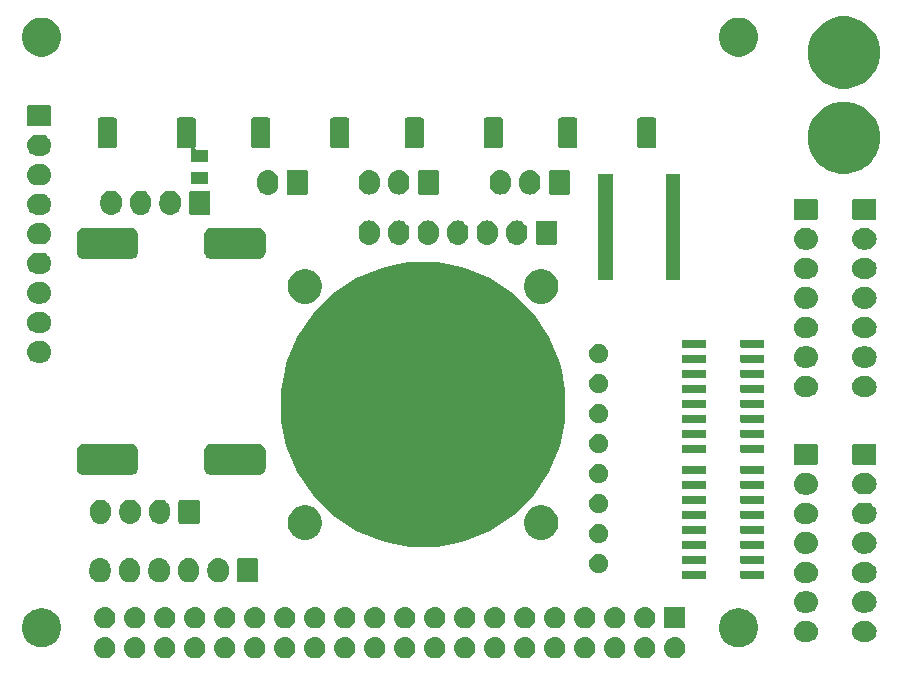
<source format=gbr>
G04 #@! TF.GenerationSoftware,KiCad,Pcbnew,(5.1.4)-1*
G04 #@! TF.CreationDate,2021-11-04T12:06:02-05:00*
G04 #@! TF.ProjectId,RascalHat,52617363-616c-4486-9174-2e6b69636164,rev?*
G04 #@! TF.SameCoordinates,Original*
G04 #@! TF.FileFunction,Soldermask,Bot*
G04 #@! TF.FilePolarity,Negative*
%FSLAX46Y46*%
G04 Gerber Fmt 4.6, Leading zero omitted, Abs format (unit mm)*
G04 Created by KiCad (PCBNEW (5.1.4)-1) date 2021-11-04 12:06:02*
%MOMM*%
%LPD*%
G04 APERTURE LIST*
%ADD10C,0.100000*%
G04 APERTURE END LIST*
D10*
G36*
X56720442Y-53795518D02*
G01*
X56786627Y-53802037D01*
X56956466Y-53853557D01*
X57112991Y-53937222D01*
X57148729Y-53966552D01*
X57250186Y-54049814D01*
X57333448Y-54151271D01*
X57362778Y-54187009D01*
X57362779Y-54187011D01*
X57413775Y-54282416D01*
X57446443Y-54343534D01*
X57497963Y-54513373D01*
X57515359Y-54690000D01*
X57497963Y-54866627D01*
X57446443Y-55036466D01*
X57362778Y-55192991D01*
X57333448Y-55228729D01*
X57250186Y-55330186D01*
X57148729Y-55413448D01*
X57112991Y-55442778D01*
X56956466Y-55526443D01*
X56786627Y-55577963D01*
X56720443Y-55584481D01*
X56654260Y-55591000D01*
X56565740Y-55591000D01*
X56499557Y-55584481D01*
X56433373Y-55577963D01*
X56263534Y-55526443D01*
X56107009Y-55442778D01*
X56071271Y-55413448D01*
X55969814Y-55330186D01*
X55886552Y-55228729D01*
X55857222Y-55192991D01*
X55773557Y-55036466D01*
X55722037Y-54866627D01*
X55704641Y-54690000D01*
X55722037Y-54513373D01*
X55773557Y-54343534D01*
X55806226Y-54282416D01*
X55857221Y-54187011D01*
X55857222Y-54187009D01*
X55886552Y-54151271D01*
X55969814Y-54049814D01*
X56071271Y-53966552D01*
X56107009Y-53937222D01*
X56263534Y-53853557D01*
X56433373Y-53802037D01*
X56499558Y-53795518D01*
X56565740Y-53789000D01*
X56654260Y-53789000D01*
X56720442Y-53795518D01*
X56720442Y-53795518D01*
G37*
G36*
X16080442Y-53795518D02*
G01*
X16146627Y-53802037D01*
X16316466Y-53853557D01*
X16472991Y-53937222D01*
X16508729Y-53966552D01*
X16610186Y-54049814D01*
X16693448Y-54151271D01*
X16722778Y-54187009D01*
X16722779Y-54187011D01*
X16773775Y-54282416D01*
X16806443Y-54343534D01*
X16857963Y-54513373D01*
X16875359Y-54690000D01*
X16857963Y-54866627D01*
X16806443Y-55036466D01*
X16722778Y-55192991D01*
X16693448Y-55228729D01*
X16610186Y-55330186D01*
X16508729Y-55413448D01*
X16472991Y-55442778D01*
X16316466Y-55526443D01*
X16146627Y-55577963D01*
X16080443Y-55584481D01*
X16014260Y-55591000D01*
X15925740Y-55591000D01*
X15859557Y-55584481D01*
X15793373Y-55577963D01*
X15623534Y-55526443D01*
X15467009Y-55442778D01*
X15431271Y-55413448D01*
X15329814Y-55330186D01*
X15246552Y-55228729D01*
X15217222Y-55192991D01*
X15133557Y-55036466D01*
X15082037Y-54866627D01*
X15064641Y-54690000D01*
X15082037Y-54513373D01*
X15133557Y-54343534D01*
X15166226Y-54282416D01*
X15217221Y-54187011D01*
X15217222Y-54187009D01*
X15246552Y-54151271D01*
X15329814Y-54049814D01*
X15431271Y-53966552D01*
X15467009Y-53937222D01*
X15623534Y-53853557D01*
X15793373Y-53802037D01*
X15859558Y-53795518D01*
X15925740Y-53789000D01*
X16014260Y-53789000D01*
X16080442Y-53795518D01*
X16080442Y-53795518D01*
G37*
G36*
X41480442Y-53795518D02*
G01*
X41546627Y-53802037D01*
X41716466Y-53853557D01*
X41872991Y-53937222D01*
X41908729Y-53966552D01*
X42010186Y-54049814D01*
X42093448Y-54151271D01*
X42122778Y-54187009D01*
X42122779Y-54187011D01*
X42173775Y-54282416D01*
X42206443Y-54343534D01*
X42257963Y-54513373D01*
X42275359Y-54690000D01*
X42257963Y-54866627D01*
X42206443Y-55036466D01*
X42122778Y-55192991D01*
X42093448Y-55228729D01*
X42010186Y-55330186D01*
X41908729Y-55413448D01*
X41872991Y-55442778D01*
X41716466Y-55526443D01*
X41546627Y-55577963D01*
X41480443Y-55584481D01*
X41414260Y-55591000D01*
X41325740Y-55591000D01*
X41259557Y-55584481D01*
X41193373Y-55577963D01*
X41023534Y-55526443D01*
X40867009Y-55442778D01*
X40831271Y-55413448D01*
X40729814Y-55330186D01*
X40646552Y-55228729D01*
X40617222Y-55192991D01*
X40533557Y-55036466D01*
X40482037Y-54866627D01*
X40464641Y-54690000D01*
X40482037Y-54513373D01*
X40533557Y-54343534D01*
X40566226Y-54282416D01*
X40617221Y-54187011D01*
X40617222Y-54187009D01*
X40646552Y-54151271D01*
X40729814Y-54049814D01*
X40831271Y-53966552D01*
X40867009Y-53937222D01*
X41023534Y-53853557D01*
X41193373Y-53802037D01*
X41259558Y-53795518D01*
X41325740Y-53789000D01*
X41414260Y-53789000D01*
X41480442Y-53795518D01*
X41480442Y-53795518D01*
G37*
G36*
X38940442Y-53795518D02*
G01*
X39006627Y-53802037D01*
X39176466Y-53853557D01*
X39332991Y-53937222D01*
X39368729Y-53966552D01*
X39470186Y-54049814D01*
X39553448Y-54151271D01*
X39582778Y-54187009D01*
X39582779Y-54187011D01*
X39633775Y-54282416D01*
X39666443Y-54343534D01*
X39717963Y-54513373D01*
X39735359Y-54690000D01*
X39717963Y-54866627D01*
X39666443Y-55036466D01*
X39582778Y-55192991D01*
X39553448Y-55228729D01*
X39470186Y-55330186D01*
X39368729Y-55413448D01*
X39332991Y-55442778D01*
X39176466Y-55526443D01*
X39006627Y-55577963D01*
X38940443Y-55584481D01*
X38874260Y-55591000D01*
X38785740Y-55591000D01*
X38719557Y-55584481D01*
X38653373Y-55577963D01*
X38483534Y-55526443D01*
X38327009Y-55442778D01*
X38291271Y-55413448D01*
X38189814Y-55330186D01*
X38106552Y-55228729D01*
X38077222Y-55192991D01*
X37993557Y-55036466D01*
X37942037Y-54866627D01*
X37924641Y-54690000D01*
X37942037Y-54513373D01*
X37993557Y-54343534D01*
X38026226Y-54282416D01*
X38077221Y-54187011D01*
X38077222Y-54187009D01*
X38106552Y-54151271D01*
X38189814Y-54049814D01*
X38291271Y-53966552D01*
X38327009Y-53937222D01*
X38483534Y-53853557D01*
X38653373Y-53802037D01*
X38719558Y-53795518D01*
X38785740Y-53789000D01*
X38874260Y-53789000D01*
X38940442Y-53795518D01*
X38940442Y-53795518D01*
G37*
G36*
X36400442Y-53795518D02*
G01*
X36466627Y-53802037D01*
X36636466Y-53853557D01*
X36792991Y-53937222D01*
X36828729Y-53966552D01*
X36930186Y-54049814D01*
X37013448Y-54151271D01*
X37042778Y-54187009D01*
X37042779Y-54187011D01*
X37093775Y-54282416D01*
X37126443Y-54343534D01*
X37177963Y-54513373D01*
X37195359Y-54690000D01*
X37177963Y-54866627D01*
X37126443Y-55036466D01*
X37042778Y-55192991D01*
X37013448Y-55228729D01*
X36930186Y-55330186D01*
X36828729Y-55413448D01*
X36792991Y-55442778D01*
X36636466Y-55526443D01*
X36466627Y-55577963D01*
X36400443Y-55584481D01*
X36334260Y-55591000D01*
X36245740Y-55591000D01*
X36179557Y-55584481D01*
X36113373Y-55577963D01*
X35943534Y-55526443D01*
X35787009Y-55442778D01*
X35751271Y-55413448D01*
X35649814Y-55330186D01*
X35566552Y-55228729D01*
X35537222Y-55192991D01*
X35453557Y-55036466D01*
X35402037Y-54866627D01*
X35384641Y-54690000D01*
X35402037Y-54513373D01*
X35453557Y-54343534D01*
X35486226Y-54282416D01*
X35537221Y-54187011D01*
X35537222Y-54187009D01*
X35566552Y-54151271D01*
X35649814Y-54049814D01*
X35751271Y-53966552D01*
X35787009Y-53937222D01*
X35943534Y-53853557D01*
X36113373Y-53802037D01*
X36179558Y-53795518D01*
X36245740Y-53789000D01*
X36334260Y-53789000D01*
X36400442Y-53795518D01*
X36400442Y-53795518D01*
G37*
G36*
X33860442Y-53795518D02*
G01*
X33926627Y-53802037D01*
X34096466Y-53853557D01*
X34252991Y-53937222D01*
X34288729Y-53966552D01*
X34390186Y-54049814D01*
X34473448Y-54151271D01*
X34502778Y-54187009D01*
X34502779Y-54187011D01*
X34553775Y-54282416D01*
X34586443Y-54343534D01*
X34637963Y-54513373D01*
X34655359Y-54690000D01*
X34637963Y-54866627D01*
X34586443Y-55036466D01*
X34502778Y-55192991D01*
X34473448Y-55228729D01*
X34390186Y-55330186D01*
X34288729Y-55413448D01*
X34252991Y-55442778D01*
X34096466Y-55526443D01*
X33926627Y-55577963D01*
X33860443Y-55584481D01*
X33794260Y-55591000D01*
X33705740Y-55591000D01*
X33639557Y-55584481D01*
X33573373Y-55577963D01*
X33403534Y-55526443D01*
X33247009Y-55442778D01*
X33211271Y-55413448D01*
X33109814Y-55330186D01*
X33026552Y-55228729D01*
X32997222Y-55192991D01*
X32913557Y-55036466D01*
X32862037Y-54866627D01*
X32844641Y-54690000D01*
X32862037Y-54513373D01*
X32913557Y-54343534D01*
X32946226Y-54282416D01*
X32997221Y-54187011D01*
X32997222Y-54187009D01*
X33026552Y-54151271D01*
X33109814Y-54049814D01*
X33211271Y-53966552D01*
X33247009Y-53937222D01*
X33403534Y-53853557D01*
X33573373Y-53802037D01*
X33639558Y-53795518D01*
X33705740Y-53789000D01*
X33794260Y-53789000D01*
X33860442Y-53795518D01*
X33860442Y-53795518D01*
G37*
G36*
X31320442Y-53795518D02*
G01*
X31386627Y-53802037D01*
X31556466Y-53853557D01*
X31712991Y-53937222D01*
X31748729Y-53966552D01*
X31850186Y-54049814D01*
X31933448Y-54151271D01*
X31962778Y-54187009D01*
X31962779Y-54187011D01*
X32013775Y-54282416D01*
X32046443Y-54343534D01*
X32097963Y-54513373D01*
X32115359Y-54690000D01*
X32097963Y-54866627D01*
X32046443Y-55036466D01*
X31962778Y-55192991D01*
X31933448Y-55228729D01*
X31850186Y-55330186D01*
X31748729Y-55413448D01*
X31712991Y-55442778D01*
X31556466Y-55526443D01*
X31386627Y-55577963D01*
X31320443Y-55584481D01*
X31254260Y-55591000D01*
X31165740Y-55591000D01*
X31099557Y-55584481D01*
X31033373Y-55577963D01*
X30863534Y-55526443D01*
X30707009Y-55442778D01*
X30671271Y-55413448D01*
X30569814Y-55330186D01*
X30486552Y-55228729D01*
X30457222Y-55192991D01*
X30373557Y-55036466D01*
X30322037Y-54866627D01*
X30304641Y-54690000D01*
X30322037Y-54513373D01*
X30373557Y-54343534D01*
X30406226Y-54282416D01*
X30457221Y-54187011D01*
X30457222Y-54187009D01*
X30486552Y-54151271D01*
X30569814Y-54049814D01*
X30671271Y-53966552D01*
X30707009Y-53937222D01*
X30863534Y-53853557D01*
X31033373Y-53802037D01*
X31099558Y-53795518D01*
X31165740Y-53789000D01*
X31254260Y-53789000D01*
X31320442Y-53795518D01*
X31320442Y-53795518D01*
G37*
G36*
X28780442Y-53795518D02*
G01*
X28846627Y-53802037D01*
X29016466Y-53853557D01*
X29172991Y-53937222D01*
X29208729Y-53966552D01*
X29310186Y-54049814D01*
X29393448Y-54151271D01*
X29422778Y-54187009D01*
X29422779Y-54187011D01*
X29473775Y-54282416D01*
X29506443Y-54343534D01*
X29557963Y-54513373D01*
X29575359Y-54690000D01*
X29557963Y-54866627D01*
X29506443Y-55036466D01*
X29422778Y-55192991D01*
X29393448Y-55228729D01*
X29310186Y-55330186D01*
X29208729Y-55413448D01*
X29172991Y-55442778D01*
X29016466Y-55526443D01*
X28846627Y-55577963D01*
X28780443Y-55584481D01*
X28714260Y-55591000D01*
X28625740Y-55591000D01*
X28559557Y-55584481D01*
X28493373Y-55577963D01*
X28323534Y-55526443D01*
X28167009Y-55442778D01*
X28131271Y-55413448D01*
X28029814Y-55330186D01*
X27946552Y-55228729D01*
X27917222Y-55192991D01*
X27833557Y-55036466D01*
X27782037Y-54866627D01*
X27764641Y-54690000D01*
X27782037Y-54513373D01*
X27833557Y-54343534D01*
X27866226Y-54282416D01*
X27917221Y-54187011D01*
X27917222Y-54187009D01*
X27946552Y-54151271D01*
X28029814Y-54049814D01*
X28131271Y-53966552D01*
X28167009Y-53937222D01*
X28323534Y-53853557D01*
X28493373Y-53802037D01*
X28559558Y-53795518D01*
X28625740Y-53789000D01*
X28714260Y-53789000D01*
X28780442Y-53795518D01*
X28780442Y-53795518D01*
G37*
G36*
X26240442Y-53795518D02*
G01*
X26306627Y-53802037D01*
X26476466Y-53853557D01*
X26632991Y-53937222D01*
X26668729Y-53966552D01*
X26770186Y-54049814D01*
X26853448Y-54151271D01*
X26882778Y-54187009D01*
X26882779Y-54187011D01*
X26933775Y-54282416D01*
X26966443Y-54343534D01*
X27017963Y-54513373D01*
X27035359Y-54690000D01*
X27017963Y-54866627D01*
X26966443Y-55036466D01*
X26882778Y-55192991D01*
X26853448Y-55228729D01*
X26770186Y-55330186D01*
X26668729Y-55413448D01*
X26632991Y-55442778D01*
X26476466Y-55526443D01*
X26306627Y-55577963D01*
X26240443Y-55584481D01*
X26174260Y-55591000D01*
X26085740Y-55591000D01*
X26019557Y-55584481D01*
X25953373Y-55577963D01*
X25783534Y-55526443D01*
X25627009Y-55442778D01*
X25591271Y-55413448D01*
X25489814Y-55330186D01*
X25406552Y-55228729D01*
X25377222Y-55192991D01*
X25293557Y-55036466D01*
X25242037Y-54866627D01*
X25224641Y-54690000D01*
X25242037Y-54513373D01*
X25293557Y-54343534D01*
X25326226Y-54282416D01*
X25377221Y-54187011D01*
X25377222Y-54187009D01*
X25406552Y-54151271D01*
X25489814Y-54049814D01*
X25591271Y-53966552D01*
X25627009Y-53937222D01*
X25783534Y-53853557D01*
X25953373Y-53802037D01*
X26019558Y-53795518D01*
X26085740Y-53789000D01*
X26174260Y-53789000D01*
X26240442Y-53795518D01*
X26240442Y-53795518D01*
G37*
G36*
X23700442Y-53795518D02*
G01*
X23766627Y-53802037D01*
X23936466Y-53853557D01*
X24092991Y-53937222D01*
X24128729Y-53966552D01*
X24230186Y-54049814D01*
X24313448Y-54151271D01*
X24342778Y-54187009D01*
X24342779Y-54187011D01*
X24393775Y-54282416D01*
X24426443Y-54343534D01*
X24477963Y-54513373D01*
X24495359Y-54690000D01*
X24477963Y-54866627D01*
X24426443Y-55036466D01*
X24342778Y-55192991D01*
X24313448Y-55228729D01*
X24230186Y-55330186D01*
X24128729Y-55413448D01*
X24092991Y-55442778D01*
X23936466Y-55526443D01*
X23766627Y-55577963D01*
X23700443Y-55584481D01*
X23634260Y-55591000D01*
X23545740Y-55591000D01*
X23479557Y-55584481D01*
X23413373Y-55577963D01*
X23243534Y-55526443D01*
X23087009Y-55442778D01*
X23051271Y-55413448D01*
X22949814Y-55330186D01*
X22866552Y-55228729D01*
X22837222Y-55192991D01*
X22753557Y-55036466D01*
X22702037Y-54866627D01*
X22684641Y-54690000D01*
X22702037Y-54513373D01*
X22753557Y-54343534D01*
X22786226Y-54282416D01*
X22837221Y-54187011D01*
X22837222Y-54187009D01*
X22866552Y-54151271D01*
X22949814Y-54049814D01*
X23051271Y-53966552D01*
X23087009Y-53937222D01*
X23243534Y-53853557D01*
X23413373Y-53802037D01*
X23479558Y-53795518D01*
X23545740Y-53789000D01*
X23634260Y-53789000D01*
X23700442Y-53795518D01*
X23700442Y-53795518D01*
G37*
G36*
X21160442Y-53795518D02*
G01*
X21226627Y-53802037D01*
X21396466Y-53853557D01*
X21552991Y-53937222D01*
X21588729Y-53966552D01*
X21690186Y-54049814D01*
X21773448Y-54151271D01*
X21802778Y-54187009D01*
X21802779Y-54187011D01*
X21853775Y-54282416D01*
X21886443Y-54343534D01*
X21937963Y-54513373D01*
X21955359Y-54690000D01*
X21937963Y-54866627D01*
X21886443Y-55036466D01*
X21802778Y-55192991D01*
X21773448Y-55228729D01*
X21690186Y-55330186D01*
X21588729Y-55413448D01*
X21552991Y-55442778D01*
X21396466Y-55526443D01*
X21226627Y-55577963D01*
X21160443Y-55584481D01*
X21094260Y-55591000D01*
X21005740Y-55591000D01*
X20939557Y-55584481D01*
X20873373Y-55577963D01*
X20703534Y-55526443D01*
X20547009Y-55442778D01*
X20511271Y-55413448D01*
X20409814Y-55330186D01*
X20326552Y-55228729D01*
X20297222Y-55192991D01*
X20213557Y-55036466D01*
X20162037Y-54866627D01*
X20144641Y-54690000D01*
X20162037Y-54513373D01*
X20213557Y-54343534D01*
X20246226Y-54282416D01*
X20297221Y-54187011D01*
X20297222Y-54187009D01*
X20326552Y-54151271D01*
X20409814Y-54049814D01*
X20511271Y-53966552D01*
X20547009Y-53937222D01*
X20703534Y-53853557D01*
X20873373Y-53802037D01*
X20939558Y-53795518D01*
X21005740Y-53789000D01*
X21094260Y-53789000D01*
X21160442Y-53795518D01*
X21160442Y-53795518D01*
G37*
G36*
X13540442Y-53795518D02*
G01*
X13606627Y-53802037D01*
X13776466Y-53853557D01*
X13932991Y-53937222D01*
X13968729Y-53966552D01*
X14070186Y-54049814D01*
X14153448Y-54151271D01*
X14182778Y-54187009D01*
X14182779Y-54187011D01*
X14233775Y-54282416D01*
X14266443Y-54343534D01*
X14317963Y-54513373D01*
X14335359Y-54690000D01*
X14317963Y-54866627D01*
X14266443Y-55036466D01*
X14182778Y-55192991D01*
X14153448Y-55228729D01*
X14070186Y-55330186D01*
X13968729Y-55413448D01*
X13932991Y-55442778D01*
X13776466Y-55526443D01*
X13606627Y-55577963D01*
X13540443Y-55584481D01*
X13474260Y-55591000D01*
X13385740Y-55591000D01*
X13319557Y-55584481D01*
X13253373Y-55577963D01*
X13083534Y-55526443D01*
X12927009Y-55442778D01*
X12891271Y-55413448D01*
X12789814Y-55330186D01*
X12706552Y-55228729D01*
X12677222Y-55192991D01*
X12593557Y-55036466D01*
X12542037Y-54866627D01*
X12524641Y-54690000D01*
X12542037Y-54513373D01*
X12593557Y-54343534D01*
X12626226Y-54282416D01*
X12677221Y-54187011D01*
X12677222Y-54187009D01*
X12706552Y-54151271D01*
X12789814Y-54049814D01*
X12891271Y-53966552D01*
X12927009Y-53937222D01*
X13083534Y-53853557D01*
X13253373Y-53802037D01*
X13319558Y-53795518D01*
X13385740Y-53789000D01*
X13474260Y-53789000D01*
X13540442Y-53795518D01*
X13540442Y-53795518D01*
G37*
G36*
X11000442Y-53795518D02*
G01*
X11066627Y-53802037D01*
X11236466Y-53853557D01*
X11392991Y-53937222D01*
X11428729Y-53966552D01*
X11530186Y-54049814D01*
X11613448Y-54151271D01*
X11642778Y-54187009D01*
X11642779Y-54187011D01*
X11693775Y-54282416D01*
X11726443Y-54343534D01*
X11777963Y-54513373D01*
X11795359Y-54690000D01*
X11777963Y-54866627D01*
X11726443Y-55036466D01*
X11642778Y-55192991D01*
X11613448Y-55228729D01*
X11530186Y-55330186D01*
X11428729Y-55413448D01*
X11392991Y-55442778D01*
X11236466Y-55526443D01*
X11066627Y-55577963D01*
X11000443Y-55584481D01*
X10934260Y-55591000D01*
X10845740Y-55591000D01*
X10779557Y-55584481D01*
X10713373Y-55577963D01*
X10543534Y-55526443D01*
X10387009Y-55442778D01*
X10351271Y-55413448D01*
X10249814Y-55330186D01*
X10166552Y-55228729D01*
X10137222Y-55192991D01*
X10053557Y-55036466D01*
X10002037Y-54866627D01*
X9984641Y-54690000D01*
X10002037Y-54513373D01*
X10053557Y-54343534D01*
X10086226Y-54282416D01*
X10137221Y-54187011D01*
X10137222Y-54187009D01*
X10166552Y-54151271D01*
X10249814Y-54049814D01*
X10351271Y-53966552D01*
X10387009Y-53937222D01*
X10543534Y-53853557D01*
X10713373Y-53802037D01*
X10779558Y-53795518D01*
X10845740Y-53789000D01*
X10934260Y-53789000D01*
X11000442Y-53795518D01*
X11000442Y-53795518D01*
G37*
G36*
X8460442Y-53795518D02*
G01*
X8526627Y-53802037D01*
X8696466Y-53853557D01*
X8852991Y-53937222D01*
X8888729Y-53966552D01*
X8990186Y-54049814D01*
X9073448Y-54151271D01*
X9102778Y-54187009D01*
X9102779Y-54187011D01*
X9153775Y-54282416D01*
X9186443Y-54343534D01*
X9237963Y-54513373D01*
X9255359Y-54690000D01*
X9237963Y-54866627D01*
X9186443Y-55036466D01*
X9102778Y-55192991D01*
X9073448Y-55228729D01*
X8990186Y-55330186D01*
X8888729Y-55413448D01*
X8852991Y-55442778D01*
X8696466Y-55526443D01*
X8526627Y-55577963D01*
X8460443Y-55584481D01*
X8394260Y-55591000D01*
X8305740Y-55591000D01*
X8239557Y-55584481D01*
X8173373Y-55577963D01*
X8003534Y-55526443D01*
X7847009Y-55442778D01*
X7811271Y-55413448D01*
X7709814Y-55330186D01*
X7626552Y-55228729D01*
X7597222Y-55192991D01*
X7513557Y-55036466D01*
X7462037Y-54866627D01*
X7444641Y-54690000D01*
X7462037Y-54513373D01*
X7513557Y-54343534D01*
X7546226Y-54282416D01*
X7597221Y-54187011D01*
X7597222Y-54187009D01*
X7626552Y-54151271D01*
X7709814Y-54049814D01*
X7811271Y-53966552D01*
X7847009Y-53937222D01*
X8003534Y-53853557D01*
X8173373Y-53802037D01*
X8239558Y-53795518D01*
X8305740Y-53789000D01*
X8394260Y-53789000D01*
X8460442Y-53795518D01*
X8460442Y-53795518D01*
G37*
G36*
X44020442Y-53795518D02*
G01*
X44086627Y-53802037D01*
X44256466Y-53853557D01*
X44412991Y-53937222D01*
X44448729Y-53966552D01*
X44550186Y-54049814D01*
X44633448Y-54151271D01*
X44662778Y-54187009D01*
X44662779Y-54187011D01*
X44713775Y-54282416D01*
X44746443Y-54343534D01*
X44797963Y-54513373D01*
X44815359Y-54690000D01*
X44797963Y-54866627D01*
X44746443Y-55036466D01*
X44662778Y-55192991D01*
X44633448Y-55228729D01*
X44550186Y-55330186D01*
X44448729Y-55413448D01*
X44412991Y-55442778D01*
X44256466Y-55526443D01*
X44086627Y-55577963D01*
X44020443Y-55584481D01*
X43954260Y-55591000D01*
X43865740Y-55591000D01*
X43799557Y-55584481D01*
X43733373Y-55577963D01*
X43563534Y-55526443D01*
X43407009Y-55442778D01*
X43371271Y-55413448D01*
X43269814Y-55330186D01*
X43186552Y-55228729D01*
X43157222Y-55192991D01*
X43073557Y-55036466D01*
X43022037Y-54866627D01*
X43004641Y-54690000D01*
X43022037Y-54513373D01*
X43073557Y-54343534D01*
X43106226Y-54282416D01*
X43157221Y-54187011D01*
X43157222Y-54187009D01*
X43186552Y-54151271D01*
X43269814Y-54049814D01*
X43371271Y-53966552D01*
X43407009Y-53937222D01*
X43563534Y-53853557D01*
X43733373Y-53802037D01*
X43799558Y-53795518D01*
X43865740Y-53789000D01*
X43954260Y-53789000D01*
X44020442Y-53795518D01*
X44020442Y-53795518D01*
G37*
G36*
X46560442Y-53795518D02*
G01*
X46626627Y-53802037D01*
X46796466Y-53853557D01*
X46952991Y-53937222D01*
X46988729Y-53966552D01*
X47090186Y-54049814D01*
X47173448Y-54151271D01*
X47202778Y-54187009D01*
X47202779Y-54187011D01*
X47253775Y-54282416D01*
X47286443Y-54343534D01*
X47337963Y-54513373D01*
X47355359Y-54690000D01*
X47337963Y-54866627D01*
X47286443Y-55036466D01*
X47202778Y-55192991D01*
X47173448Y-55228729D01*
X47090186Y-55330186D01*
X46988729Y-55413448D01*
X46952991Y-55442778D01*
X46796466Y-55526443D01*
X46626627Y-55577963D01*
X46560443Y-55584481D01*
X46494260Y-55591000D01*
X46405740Y-55591000D01*
X46339557Y-55584481D01*
X46273373Y-55577963D01*
X46103534Y-55526443D01*
X45947009Y-55442778D01*
X45911271Y-55413448D01*
X45809814Y-55330186D01*
X45726552Y-55228729D01*
X45697222Y-55192991D01*
X45613557Y-55036466D01*
X45562037Y-54866627D01*
X45544641Y-54690000D01*
X45562037Y-54513373D01*
X45613557Y-54343534D01*
X45646226Y-54282416D01*
X45697221Y-54187011D01*
X45697222Y-54187009D01*
X45726552Y-54151271D01*
X45809814Y-54049814D01*
X45911271Y-53966552D01*
X45947009Y-53937222D01*
X46103534Y-53853557D01*
X46273373Y-53802037D01*
X46339558Y-53795518D01*
X46405740Y-53789000D01*
X46494260Y-53789000D01*
X46560442Y-53795518D01*
X46560442Y-53795518D01*
G37*
G36*
X49100442Y-53795518D02*
G01*
X49166627Y-53802037D01*
X49336466Y-53853557D01*
X49492991Y-53937222D01*
X49528729Y-53966552D01*
X49630186Y-54049814D01*
X49713448Y-54151271D01*
X49742778Y-54187009D01*
X49742779Y-54187011D01*
X49793775Y-54282416D01*
X49826443Y-54343534D01*
X49877963Y-54513373D01*
X49895359Y-54690000D01*
X49877963Y-54866627D01*
X49826443Y-55036466D01*
X49742778Y-55192991D01*
X49713448Y-55228729D01*
X49630186Y-55330186D01*
X49528729Y-55413448D01*
X49492991Y-55442778D01*
X49336466Y-55526443D01*
X49166627Y-55577963D01*
X49100443Y-55584481D01*
X49034260Y-55591000D01*
X48945740Y-55591000D01*
X48879557Y-55584481D01*
X48813373Y-55577963D01*
X48643534Y-55526443D01*
X48487009Y-55442778D01*
X48451271Y-55413448D01*
X48349814Y-55330186D01*
X48266552Y-55228729D01*
X48237222Y-55192991D01*
X48153557Y-55036466D01*
X48102037Y-54866627D01*
X48084641Y-54690000D01*
X48102037Y-54513373D01*
X48153557Y-54343534D01*
X48186226Y-54282416D01*
X48237221Y-54187011D01*
X48237222Y-54187009D01*
X48266552Y-54151271D01*
X48349814Y-54049814D01*
X48451271Y-53966552D01*
X48487009Y-53937222D01*
X48643534Y-53853557D01*
X48813373Y-53802037D01*
X48879558Y-53795518D01*
X48945740Y-53789000D01*
X49034260Y-53789000D01*
X49100442Y-53795518D01*
X49100442Y-53795518D01*
G37*
G36*
X51640442Y-53795518D02*
G01*
X51706627Y-53802037D01*
X51876466Y-53853557D01*
X52032991Y-53937222D01*
X52068729Y-53966552D01*
X52170186Y-54049814D01*
X52253448Y-54151271D01*
X52282778Y-54187009D01*
X52282779Y-54187011D01*
X52333775Y-54282416D01*
X52366443Y-54343534D01*
X52417963Y-54513373D01*
X52435359Y-54690000D01*
X52417963Y-54866627D01*
X52366443Y-55036466D01*
X52282778Y-55192991D01*
X52253448Y-55228729D01*
X52170186Y-55330186D01*
X52068729Y-55413448D01*
X52032991Y-55442778D01*
X51876466Y-55526443D01*
X51706627Y-55577963D01*
X51640443Y-55584481D01*
X51574260Y-55591000D01*
X51485740Y-55591000D01*
X51419557Y-55584481D01*
X51353373Y-55577963D01*
X51183534Y-55526443D01*
X51027009Y-55442778D01*
X50991271Y-55413448D01*
X50889814Y-55330186D01*
X50806552Y-55228729D01*
X50777222Y-55192991D01*
X50693557Y-55036466D01*
X50642037Y-54866627D01*
X50624641Y-54690000D01*
X50642037Y-54513373D01*
X50693557Y-54343534D01*
X50726226Y-54282416D01*
X50777221Y-54187011D01*
X50777222Y-54187009D01*
X50806552Y-54151271D01*
X50889814Y-54049814D01*
X50991271Y-53966552D01*
X51027009Y-53937222D01*
X51183534Y-53853557D01*
X51353373Y-53802037D01*
X51419558Y-53795518D01*
X51485740Y-53789000D01*
X51574260Y-53789000D01*
X51640442Y-53795518D01*
X51640442Y-53795518D01*
G37*
G36*
X54180442Y-53795518D02*
G01*
X54246627Y-53802037D01*
X54416466Y-53853557D01*
X54572991Y-53937222D01*
X54608729Y-53966552D01*
X54710186Y-54049814D01*
X54793448Y-54151271D01*
X54822778Y-54187009D01*
X54822779Y-54187011D01*
X54873775Y-54282416D01*
X54906443Y-54343534D01*
X54957963Y-54513373D01*
X54975359Y-54690000D01*
X54957963Y-54866627D01*
X54906443Y-55036466D01*
X54822778Y-55192991D01*
X54793448Y-55228729D01*
X54710186Y-55330186D01*
X54608729Y-55413448D01*
X54572991Y-55442778D01*
X54416466Y-55526443D01*
X54246627Y-55577963D01*
X54180443Y-55584481D01*
X54114260Y-55591000D01*
X54025740Y-55591000D01*
X53959557Y-55584481D01*
X53893373Y-55577963D01*
X53723534Y-55526443D01*
X53567009Y-55442778D01*
X53531271Y-55413448D01*
X53429814Y-55330186D01*
X53346552Y-55228729D01*
X53317222Y-55192991D01*
X53233557Y-55036466D01*
X53182037Y-54866627D01*
X53164641Y-54690000D01*
X53182037Y-54513373D01*
X53233557Y-54343534D01*
X53266226Y-54282416D01*
X53317221Y-54187011D01*
X53317222Y-54187009D01*
X53346552Y-54151271D01*
X53429814Y-54049814D01*
X53531271Y-53966552D01*
X53567009Y-53937222D01*
X53723534Y-53853557D01*
X53893373Y-53802037D01*
X53959558Y-53795518D01*
X54025740Y-53789000D01*
X54114260Y-53789000D01*
X54180442Y-53795518D01*
X54180442Y-53795518D01*
G37*
G36*
X18620442Y-53795518D02*
G01*
X18686627Y-53802037D01*
X18856466Y-53853557D01*
X19012991Y-53937222D01*
X19048729Y-53966552D01*
X19150186Y-54049814D01*
X19233448Y-54151271D01*
X19262778Y-54187009D01*
X19262779Y-54187011D01*
X19313775Y-54282416D01*
X19346443Y-54343534D01*
X19397963Y-54513373D01*
X19415359Y-54690000D01*
X19397963Y-54866627D01*
X19346443Y-55036466D01*
X19262778Y-55192991D01*
X19233448Y-55228729D01*
X19150186Y-55330186D01*
X19048729Y-55413448D01*
X19012991Y-55442778D01*
X18856466Y-55526443D01*
X18686627Y-55577963D01*
X18620443Y-55584481D01*
X18554260Y-55591000D01*
X18465740Y-55591000D01*
X18399557Y-55584481D01*
X18333373Y-55577963D01*
X18163534Y-55526443D01*
X18007009Y-55442778D01*
X17971271Y-55413448D01*
X17869814Y-55330186D01*
X17786552Y-55228729D01*
X17757222Y-55192991D01*
X17673557Y-55036466D01*
X17622037Y-54866627D01*
X17604641Y-54690000D01*
X17622037Y-54513373D01*
X17673557Y-54343534D01*
X17706226Y-54282416D01*
X17757221Y-54187011D01*
X17757222Y-54187009D01*
X17786552Y-54151271D01*
X17869814Y-54049814D01*
X17971271Y-53966552D01*
X18007009Y-53937222D01*
X18163534Y-53853557D01*
X18333373Y-53802037D01*
X18399558Y-53795518D01*
X18465740Y-53789000D01*
X18554260Y-53789000D01*
X18620442Y-53795518D01*
X18620442Y-53795518D01*
G37*
G36*
X62375256Y-51391298D02*
G01*
X62481579Y-51412447D01*
X62589588Y-51457186D01*
X62716644Y-51509814D01*
X62782042Y-51536903D01*
X63052451Y-51717585D01*
X63282415Y-51947549D01*
X63463097Y-52217958D01*
X63578460Y-52496468D01*
X63587553Y-52518422D01*
X63646350Y-52814011D01*
X63651000Y-52837391D01*
X63651000Y-53162609D01*
X63587553Y-53481579D01*
X63463097Y-53782042D01*
X63282415Y-54052451D01*
X63052451Y-54282415D01*
X62782042Y-54463097D01*
X62481579Y-54587553D01*
X62375256Y-54608702D01*
X62162611Y-54651000D01*
X61837389Y-54651000D01*
X61624744Y-54608702D01*
X61518421Y-54587553D01*
X61217958Y-54463097D01*
X60947549Y-54282415D01*
X60717585Y-54052451D01*
X60536903Y-53782042D01*
X60412447Y-53481579D01*
X60349000Y-53162609D01*
X60349000Y-52837391D01*
X60353651Y-52814011D01*
X60412447Y-52518422D01*
X60421541Y-52496468D01*
X60536903Y-52217958D01*
X60717585Y-51947549D01*
X60947549Y-51717585D01*
X61217958Y-51536903D01*
X61283357Y-51509814D01*
X61410412Y-51457186D01*
X61518421Y-51412447D01*
X61624744Y-51391298D01*
X61837389Y-51349000D01*
X62162611Y-51349000D01*
X62375256Y-51391298D01*
X62375256Y-51391298D01*
G37*
G36*
X3375256Y-51391298D02*
G01*
X3481579Y-51412447D01*
X3589588Y-51457186D01*
X3716644Y-51509814D01*
X3782042Y-51536903D01*
X4052451Y-51717585D01*
X4282415Y-51947549D01*
X4463097Y-52217958D01*
X4578460Y-52496468D01*
X4587553Y-52518422D01*
X4646350Y-52814011D01*
X4651000Y-52837391D01*
X4651000Y-53162609D01*
X4587553Y-53481579D01*
X4463097Y-53782042D01*
X4282415Y-54052451D01*
X4052451Y-54282415D01*
X3782042Y-54463097D01*
X3481579Y-54587553D01*
X3375256Y-54608702D01*
X3162611Y-54651000D01*
X2837389Y-54651000D01*
X2624744Y-54608702D01*
X2518421Y-54587553D01*
X2217958Y-54463097D01*
X1947549Y-54282415D01*
X1717585Y-54052451D01*
X1536903Y-53782042D01*
X1412447Y-53481579D01*
X1349000Y-53162609D01*
X1349000Y-52837391D01*
X1353651Y-52814011D01*
X1412447Y-52518422D01*
X1421541Y-52496468D01*
X1536903Y-52217958D01*
X1717585Y-51947549D01*
X1947549Y-51717585D01*
X2217958Y-51536903D01*
X2283357Y-51509814D01*
X2410412Y-51457186D01*
X2518421Y-51412447D01*
X2624744Y-51391298D01*
X2837389Y-51349000D01*
X3162611Y-51349000D01*
X3375256Y-51391298D01*
X3375256Y-51391298D01*
G37*
G36*
X67946442Y-52427518D02*
G01*
X68012627Y-52434037D01*
X68182466Y-52485557D01*
X68338991Y-52569222D01*
X68374729Y-52598552D01*
X68476186Y-52681814D01*
X68559448Y-52783271D01*
X68588778Y-52819009D01*
X68672443Y-52975534D01*
X68723963Y-53145373D01*
X68741359Y-53322000D01*
X68723963Y-53498627D01*
X68672443Y-53668466D01*
X68588778Y-53824991D01*
X68559448Y-53860729D01*
X68476186Y-53962186D01*
X68374729Y-54045448D01*
X68338991Y-54074778D01*
X68182466Y-54158443D01*
X68012627Y-54209963D01*
X67946443Y-54216481D01*
X67880260Y-54223000D01*
X67541740Y-54223000D01*
X67475557Y-54216481D01*
X67409373Y-54209963D01*
X67239534Y-54158443D01*
X67083009Y-54074778D01*
X67047271Y-54045448D01*
X66945814Y-53962186D01*
X66862552Y-53860729D01*
X66833222Y-53824991D01*
X66749557Y-53668466D01*
X66698037Y-53498627D01*
X66680641Y-53322000D01*
X66698037Y-53145373D01*
X66749557Y-52975534D01*
X66833222Y-52819009D01*
X66862552Y-52783271D01*
X66945814Y-52681814D01*
X67047271Y-52598552D01*
X67083009Y-52569222D01*
X67239534Y-52485557D01*
X67409373Y-52434037D01*
X67475557Y-52427519D01*
X67541740Y-52421000D01*
X67880260Y-52421000D01*
X67946442Y-52427518D01*
X67946442Y-52427518D01*
G37*
G36*
X72884025Y-52421000D02*
G01*
X72965627Y-52429037D01*
X73135466Y-52480557D01*
X73291991Y-52564222D01*
X73298082Y-52569221D01*
X73429186Y-52676814D01*
X73512448Y-52778271D01*
X73541778Y-52814009D01*
X73625443Y-52970534D01*
X73676963Y-53140373D01*
X73694359Y-53317000D01*
X73676963Y-53493627D01*
X73625443Y-53663466D01*
X73541778Y-53819991D01*
X73514231Y-53853557D01*
X73429186Y-53957186D01*
X73327729Y-54040448D01*
X73291991Y-54069778D01*
X73135466Y-54153443D01*
X72965627Y-54204963D01*
X72914860Y-54209963D01*
X72833260Y-54218000D01*
X72494740Y-54218000D01*
X72413140Y-54209963D01*
X72362373Y-54204963D01*
X72192534Y-54153443D01*
X72036009Y-54069778D01*
X72000271Y-54040448D01*
X71898814Y-53957186D01*
X71813769Y-53853557D01*
X71786222Y-53819991D01*
X71702557Y-53663466D01*
X71651037Y-53493627D01*
X71633641Y-53317000D01*
X71651037Y-53140373D01*
X71702557Y-52970534D01*
X71786222Y-52814009D01*
X71815552Y-52778271D01*
X71898814Y-52676814D01*
X72029918Y-52569221D01*
X72036009Y-52564222D01*
X72192534Y-52480557D01*
X72362373Y-52429037D01*
X72443975Y-52421000D01*
X72494740Y-52416000D01*
X72833260Y-52416000D01*
X72884025Y-52421000D01*
X72884025Y-52421000D01*
G37*
G36*
X46560443Y-51255519D02*
G01*
X46626627Y-51262037D01*
X46796466Y-51313557D01*
X46952991Y-51397222D01*
X46988729Y-51426552D01*
X47090186Y-51509814D01*
X47173448Y-51611271D01*
X47202778Y-51647009D01*
X47286443Y-51803534D01*
X47337963Y-51973373D01*
X47355359Y-52150000D01*
X47337963Y-52326627D01*
X47286443Y-52496466D01*
X47202778Y-52652991D01*
X47173448Y-52688729D01*
X47090186Y-52790186D01*
X46988729Y-52873448D01*
X46952991Y-52902778D01*
X46796466Y-52986443D01*
X46626627Y-53037963D01*
X46560442Y-53044482D01*
X46494260Y-53051000D01*
X46405740Y-53051000D01*
X46339558Y-53044482D01*
X46273373Y-53037963D01*
X46103534Y-52986443D01*
X45947009Y-52902778D01*
X45911271Y-52873448D01*
X45809814Y-52790186D01*
X45726552Y-52688729D01*
X45697222Y-52652991D01*
X45613557Y-52496466D01*
X45562037Y-52326627D01*
X45544641Y-52150000D01*
X45562037Y-51973373D01*
X45613557Y-51803534D01*
X45697222Y-51647009D01*
X45726552Y-51611271D01*
X45809814Y-51509814D01*
X45911271Y-51426552D01*
X45947009Y-51397222D01*
X46103534Y-51313557D01*
X46273373Y-51262037D01*
X46339558Y-51255518D01*
X46405740Y-51249000D01*
X46494260Y-51249000D01*
X46560443Y-51255519D01*
X46560443Y-51255519D01*
G37*
G36*
X18620443Y-51255519D02*
G01*
X18686627Y-51262037D01*
X18856466Y-51313557D01*
X19012991Y-51397222D01*
X19048729Y-51426552D01*
X19150186Y-51509814D01*
X19233448Y-51611271D01*
X19262778Y-51647009D01*
X19346443Y-51803534D01*
X19397963Y-51973373D01*
X19415359Y-52150000D01*
X19397963Y-52326627D01*
X19346443Y-52496466D01*
X19262778Y-52652991D01*
X19233448Y-52688729D01*
X19150186Y-52790186D01*
X19048729Y-52873448D01*
X19012991Y-52902778D01*
X18856466Y-52986443D01*
X18686627Y-53037963D01*
X18620442Y-53044482D01*
X18554260Y-53051000D01*
X18465740Y-53051000D01*
X18399558Y-53044482D01*
X18333373Y-53037963D01*
X18163534Y-52986443D01*
X18007009Y-52902778D01*
X17971271Y-52873448D01*
X17869814Y-52790186D01*
X17786552Y-52688729D01*
X17757222Y-52652991D01*
X17673557Y-52496466D01*
X17622037Y-52326627D01*
X17604641Y-52150000D01*
X17622037Y-51973373D01*
X17673557Y-51803534D01*
X17757222Y-51647009D01*
X17786552Y-51611271D01*
X17869814Y-51509814D01*
X17971271Y-51426552D01*
X18007009Y-51397222D01*
X18163534Y-51313557D01*
X18333373Y-51262037D01*
X18399558Y-51255518D01*
X18465740Y-51249000D01*
X18554260Y-51249000D01*
X18620443Y-51255519D01*
X18620443Y-51255519D01*
G37*
G36*
X21160443Y-51255519D02*
G01*
X21226627Y-51262037D01*
X21396466Y-51313557D01*
X21552991Y-51397222D01*
X21588729Y-51426552D01*
X21690186Y-51509814D01*
X21773448Y-51611271D01*
X21802778Y-51647009D01*
X21886443Y-51803534D01*
X21937963Y-51973373D01*
X21955359Y-52150000D01*
X21937963Y-52326627D01*
X21886443Y-52496466D01*
X21802778Y-52652991D01*
X21773448Y-52688729D01*
X21690186Y-52790186D01*
X21588729Y-52873448D01*
X21552991Y-52902778D01*
X21396466Y-52986443D01*
X21226627Y-53037963D01*
X21160442Y-53044482D01*
X21094260Y-53051000D01*
X21005740Y-53051000D01*
X20939558Y-53044482D01*
X20873373Y-53037963D01*
X20703534Y-52986443D01*
X20547009Y-52902778D01*
X20511271Y-52873448D01*
X20409814Y-52790186D01*
X20326552Y-52688729D01*
X20297222Y-52652991D01*
X20213557Y-52496466D01*
X20162037Y-52326627D01*
X20144641Y-52150000D01*
X20162037Y-51973373D01*
X20213557Y-51803534D01*
X20297222Y-51647009D01*
X20326552Y-51611271D01*
X20409814Y-51509814D01*
X20511271Y-51426552D01*
X20547009Y-51397222D01*
X20703534Y-51313557D01*
X20873373Y-51262037D01*
X20939558Y-51255518D01*
X21005740Y-51249000D01*
X21094260Y-51249000D01*
X21160443Y-51255519D01*
X21160443Y-51255519D01*
G37*
G36*
X16080443Y-51255519D02*
G01*
X16146627Y-51262037D01*
X16316466Y-51313557D01*
X16472991Y-51397222D01*
X16508729Y-51426552D01*
X16610186Y-51509814D01*
X16693448Y-51611271D01*
X16722778Y-51647009D01*
X16806443Y-51803534D01*
X16857963Y-51973373D01*
X16875359Y-52150000D01*
X16857963Y-52326627D01*
X16806443Y-52496466D01*
X16722778Y-52652991D01*
X16693448Y-52688729D01*
X16610186Y-52790186D01*
X16508729Y-52873448D01*
X16472991Y-52902778D01*
X16316466Y-52986443D01*
X16146627Y-53037963D01*
X16080442Y-53044482D01*
X16014260Y-53051000D01*
X15925740Y-53051000D01*
X15859558Y-53044482D01*
X15793373Y-53037963D01*
X15623534Y-52986443D01*
X15467009Y-52902778D01*
X15431271Y-52873448D01*
X15329814Y-52790186D01*
X15246552Y-52688729D01*
X15217222Y-52652991D01*
X15133557Y-52496466D01*
X15082037Y-52326627D01*
X15064641Y-52150000D01*
X15082037Y-51973373D01*
X15133557Y-51803534D01*
X15217222Y-51647009D01*
X15246552Y-51611271D01*
X15329814Y-51509814D01*
X15431271Y-51426552D01*
X15467009Y-51397222D01*
X15623534Y-51313557D01*
X15793373Y-51262037D01*
X15859557Y-51255519D01*
X15925740Y-51249000D01*
X16014260Y-51249000D01*
X16080443Y-51255519D01*
X16080443Y-51255519D01*
G37*
G36*
X23700443Y-51255519D02*
G01*
X23766627Y-51262037D01*
X23936466Y-51313557D01*
X24092991Y-51397222D01*
X24128729Y-51426552D01*
X24230186Y-51509814D01*
X24313448Y-51611271D01*
X24342778Y-51647009D01*
X24426443Y-51803534D01*
X24477963Y-51973373D01*
X24495359Y-52150000D01*
X24477963Y-52326627D01*
X24426443Y-52496466D01*
X24342778Y-52652991D01*
X24313448Y-52688729D01*
X24230186Y-52790186D01*
X24128729Y-52873448D01*
X24092991Y-52902778D01*
X23936466Y-52986443D01*
X23766627Y-53037963D01*
X23700442Y-53044482D01*
X23634260Y-53051000D01*
X23545740Y-53051000D01*
X23479558Y-53044482D01*
X23413373Y-53037963D01*
X23243534Y-52986443D01*
X23087009Y-52902778D01*
X23051271Y-52873448D01*
X22949814Y-52790186D01*
X22866552Y-52688729D01*
X22837222Y-52652991D01*
X22753557Y-52496466D01*
X22702037Y-52326627D01*
X22684641Y-52150000D01*
X22702037Y-51973373D01*
X22753557Y-51803534D01*
X22837222Y-51647009D01*
X22866552Y-51611271D01*
X22949814Y-51509814D01*
X23051271Y-51426552D01*
X23087009Y-51397222D01*
X23243534Y-51313557D01*
X23413373Y-51262037D01*
X23479558Y-51255518D01*
X23545740Y-51249000D01*
X23634260Y-51249000D01*
X23700443Y-51255519D01*
X23700443Y-51255519D01*
G37*
G36*
X13540443Y-51255519D02*
G01*
X13606627Y-51262037D01*
X13776466Y-51313557D01*
X13932991Y-51397222D01*
X13968729Y-51426552D01*
X14070186Y-51509814D01*
X14153448Y-51611271D01*
X14182778Y-51647009D01*
X14266443Y-51803534D01*
X14317963Y-51973373D01*
X14335359Y-52150000D01*
X14317963Y-52326627D01*
X14266443Y-52496466D01*
X14182778Y-52652991D01*
X14153448Y-52688729D01*
X14070186Y-52790186D01*
X13968729Y-52873448D01*
X13932991Y-52902778D01*
X13776466Y-52986443D01*
X13606627Y-53037963D01*
X13540442Y-53044482D01*
X13474260Y-53051000D01*
X13385740Y-53051000D01*
X13319558Y-53044482D01*
X13253373Y-53037963D01*
X13083534Y-52986443D01*
X12927009Y-52902778D01*
X12891271Y-52873448D01*
X12789814Y-52790186D01*
X12706552Y-52688729D01*
X12677222Y-52652991D01*
X12593557Y-52496466D01*
X12542037Y-52326627D01*
X12524641Y-52150000D01*
X12542037Y-51973373D01*
X12593557Y-51803534D01*
X12677222Y-51647009D01*
X12706552Y-51611271D01*
X12789814Y-51509814D01*
X12891271Y-51426552D01*
X12927009Y-51397222D01*
X13083534Y-51313557D01*
X13253373Y-51262037D01*
X13319557Y-51255519D01*
X13385740Y-51249000D01*
X13474260Y-51249000D01*
X13540443Y-51255519D01*
X13540443Y-51255519D01*
G37*
G36*
X26240443Y-51255519D02*
G01*
X26306627Y-51262037D01*
X26476466Y-51313557D01*
X26632991Y-51397222D01*
X26668729Y-51426552D01*
X26770186Y-51509814D01*
X26853448Y-51611271D01*
X26882778Y-51647009D01*
X26966443Y-51803534D01*
X27017963Y-51973373D01*
X27035359Y-52150000D01*
X27017963Y-52326627D01*
X26966443Y-52496466D01*
X26882778Y-52652991D01*
X26853448Y-52688729D01*
X26770186Y-52790186D01*
X26668729Y-52873448D01*
X26632991Y-52902778D01*
X26476466Y-52986443D01*
X26306627Y-53037963D01*
X26240442Y-53044482D01*
X26174260Y-53051000D01*
X26085740Y-53051000D01*
X26019558Y-53044482D01*
X25953373Y-53037963D01*
X25783534Y-52986443D01*
X25627009Y-52902778D01*
X25591271Y-52873448D01*
X25489814Y-52790186D01*
X25406552Y-52688729D01*
X25377222Y-52652991D01*
X25293557Y-52496466D01*
X25242037Y-52326627D01*
X25224641Y-52150000D01*
X25242037Y-51973373D01*
X25293557Y-51803534D01*
X25377222Y-51647009D01*
X25406552Y-51611271D01*
X25489814Y-51509814D01*
X25591271Y-51426552D01*
X25627009Y-51397222D01*
X25783534Y-51313557D01*
X25953373Y-51262037D01*
X26019558Y-51255518D01*
X26085740Y-51249000D01*
X26174260Y-51249000D01*
X26240443Y-51255519D01*
X26240443Y-51255519D01*
G37*
G36*
X28780443Y-51255519D02*
G01*
X28846627Y-51262037D01*
X29016466Y-51313557D01*
X29172991Y-51397222D01*
X29208729Y-51426552D01*
X29310186Y-51509814D01*
X29393448Y-51611271D01*
X29422778Y-51647009D01*
X29506443Y-51803534D01*
X29557963Y-51973373D01*
X29575359Y-52150000D01*
X29557963Y-52326627D01*
X29506443Y-52496466D01*
X29422778Y-52652991D01*
X29393448Y-52688729D01*
X29310186Y-52790186D01*
X29208729Y-52873448D01*
X29172991Y-52902778D01*
X29016466Y-52986443D01*
X28846627Y-53037963D01*
X28780442Y-53044482D01*
X28714260Y-53051000D01*
X28625740Y-53051000D01*
X28559558Y-53044482D01*
X28493373Y-53037963D01*
X28323534Y-52986443D01*
X28167009Y-52902778D01*
X28131271Y-52873448D01*
X28029814Y-52790186D01*
X27946552Y-52688729D01*
X27917222Y-52652991D01*
X27833557Y-52496466D01*
X27782037Y-52326627D01*
X27764641Y-52150000D01*
X27782037Y-51973373D01*
X27833557Y-51803534D01*
X27917222Y-51647009D01*
X27946552Y-51611271D01*
X28029814Y-51509814D01*
X28131271Y-51426552D01*
X28167009Y-51397222D01*
X28323534Y-51313557D01*
X28493373Y-51262037D01*
X28559558Y-51255518D01*
X28625740Y-51249000D01*
X28714260Y-51249000D01*
X28780443Y-51255519D01*
X28780443Y-51255519D01*
G37*
G36*
X11000443Y-51255519D02*
G01*
X11066627Y-51262037D01*
X11236466Y-51313557D01*
X11392991Y-51397222D01*
X11428729Y-51426552D01*
X11530186Y-51509814D01*
X11613448Y-51611271D01*
X11642778Y-51647009D01*
X11726443Y-51803534D01*
X11777963Y-51973373D01*
X11795359Y-52150000D01*
X11777963Y-52326627D01*
X11726443Y-52496466D01*
X11642778Y-52652991D01*
X11613448Y-52688729D01*
X11530186Y-52790186D01*
X11428729Y-52873448D01*
X11392991Y-52902778D01*
X11236466Y-52986443D01*
X11066627Y-53037963D01*
X11000442Y-53044482D01*
X10934260Y-53051000D01*
X10845740Y-53051000D01*
X10779558Y-53044482D01*
X10713373Y-53037963D01*
X10543534Y-52986443D01*
X10387009Y-52902778D01*
X10351271Y-52873448D01*
X10249814Y-52790186D01*
X10166552Y-52688729D01*
X10137222Y-52652991D01*
X10053557Y-52496466D01*
X10002037Y-52326627D01*
X9984641Y-52150000D01*
X10002037Y-51973373D01*
X10053557Y-51803534D01*
X10137222Y-51647009D01*
X10166552Y-51611271D01*
X10249814Y-51509814D01*
X10351271Y-51426552D01*
X10387009Y-51397222D01*
X10543534Y-51313557D01*
X10713373Y-51262037D01*
X10779557Y-51255519D01*
X10845740Y-51249000D01*
X10934260Y-51249000D01*
X11000443Y-51255519D01*
X11000443Y-51255519D01*
G37*
G36*
X57511000Y-53051000D02*
G01*
X55709000Y-53051000D01*
X55709000Y-51249000D01*
X57511000Y-51249000D01*
X57511000Y-53051000D01*
X57511000Y-53051000D01*
G37*
G36*
X51640443Y-51255519D02*
G01*
X51706627Y-51262037D01*
X51876466Y-51313557D01*
X52032991Y-51397222D01*
X52068729Y-51426552D01*
X52170186Y-51509814D01*
X52253448Y-51611271D01*
X52282778Y-51647009D01*
X52366443Y-51803534D01*
X52417963Y-51973373D01*
X52435359Y-52150000D01*
X52417963Y-52326627D01*
X52366443Y-52496466D01*
X52282778Y-52652991D01*
X52253448Y-52688729D01*
X52170186Y-52790186D01*
X52068729Y-52873448D01*
X52032991Y-52902778D01*
X51876466Y-52986443D01*
X51706627Y-53037963D01*
X51640442Y-53044482D01*
X51574260Y-53051000D01*
X51485740Y-53051000D01*
X51419558Y-53044482D01*
X51353373Y-53037963D01*
X51183534Y-52986443D01*
X51027009Y-52902778D01*
X50991271Y-52873448D01*
X50889814Y-52790186D01*
X50806552Y-52688729D01*
X50777222Y-52652991D01*
X50693557Y-52496466D01*
X50642037Y-52326627D01*
X50624641Y-52150000D01*
X50642037Y-51973373D01*
X50693557Y-51803534D01*
X50777222Y-51647009D01*
X50806552Y-51611271D01*
X50889814Y-51509814D01*
X50991271Y-51426552D01*
X51027009Y-51397222D01*
X51183534Y-51313557D01*
X51353373Y-51262037D01*
X51419558Y-51255518D01*
X51485740Y-51249000D01*
X51574260Y-51249000D01*
X51640443Y-51255519D01*
X51640443Y-51255519D01*
G37*
G36*
X8460443Y-51255519D02*
G01*
X8526627Y-51262037D01*
X8696466Y-51313557D01*
X8852991Y-51397222D01*
X8888729Y-51426552D01*
X8990186Y-51509814D01*
X9073448Y-51611271D01*
X9102778Y-51647009D01*
X9186443Y-51803534D01*
X9237963Y-51973373D01*
X9255359Y-52150000D01*
X9237963Y-52326627D01*
X9186443Y-52496466D01*
X9102778Y-52652991D01*
X9073448Y-52688729D01*
X8990186Y-52790186D01*
X8888729Y-52873448D01*
X8852991Y-52902778D01*
X8696466Y-52986443D01*
X8526627Y-53037963D01*
X8460442Y-53044482D01*
X8394260Y-53051000D01*
X8305740Y-53051000D01*
X8239558Y-53044482D01*
X8173373Y-53037963D01*
X8003534Y-52986443D01*
X7847009Y-52902778D01*
X7811271Y-52873448D01*
X7709814Y-52790186D01*
X7626552Y-52688729D01*
X7597222Y-52652991D01*
X7513557Y-52496466D01*
X7462037Y-52326627D01*
X7444641Y-52150000D01*
X7462037Y-51973373D01*
X7513557Y-51803534D01*
X7597222Y-51647009D01*
X7626552Y-51611271D01*
X7709814Y-51509814D01*
X7811271Y-51426552D01*
X7847009Y-51397222D01*
X8003534Y-51313557D01*
X8173373Y-51262037D01*
X8239557Y-51255519D01*
X8305740Y-51249000D01*
X8394260Y-51249000D01*
X8460443Y-51255519D01*
X8460443Y-51255519D01*
G37*
G36*
X33860443Y-51255519D02*
G01*
X33926627Y-51262037D01*
X34096466Y-51313557D01*
X34252991Y-51397222D01*
X34288729Y-51426552D01*
X34390186Y-51509814D01*
X34473448Y-51611271D01*
X34502778Y-51647009D01*
X34586443Y-51803534D01*
X34637963Y-51973373D01*
X34655359Y-52150000D01*
X34637963Y-52326627D01*
X34586443Y-52496466D01*
X34502778Y-52652991D01*
X34473448Y-52688729D01*
X34390186Y-52790186D01*
X34288729Y-52873448D01*
X34252991Y-52902778D01*
X34096466Y-52986443D01*
X33926627Y-53037963D01*
X33860442Y-53044482D01*
X33794260Y-53051000D01*
X33705740Y-53051000D01*
X33639558Y-53044482D01*
X33573373Y-53037963D01*
X33403534Y-52986443D01*
X33247009Y-52902778D01*
X33211271Y-52873448D01*
X33109814Y-52790186D01*
X33026552Y-52688729D01*
X32997222Y-52652991D01*
X32913557Y-52496466D01*
X32862037Y-52326627D01*
X32844641Y-52150000D01*
X32862037Y-51973373D01*
X32913557Y-51803534D01*
X32997222Y-51647009D01*
X33026552Y-51611271D01*
X33109814Y-51509814D01*
X33211271Y-51426552D01*
X33247009Y-51397222D01*
X33403534Y-51313557D01*
X33573373Y-51262037D01*
X33639558Y-51255518D01*
X33705740Y-51249000D01*
X33794260Y-51249000D01*
X33860443Y-51255519D01*
X33860443Y-51255519D01*
G37*
G36*
X31320443Y-51255519D02*
G01*
X31386627Y-51262037D01*
X31556466Y-51313557D01*
X31712991Y-51397222D01*
X31748729Y-51426552D01*
X31850186Y-51509814D01*
X31933448Y-51611271D01*
X31962778Y-51647009D01*
X32046443Y-51803534D01*
X32097963Y-51973373D01*
X32115359Y-52150000D01*
X32097963Y-52326627D01*
X32046443Y-52496466D01*
X31962778Y-52652991D01*
X31933448Y-52688729D01*
X31850186Y-52790186D01*
X31748729Y-52873448D01*
X31712991Y-52902778D01*
X31556466Y-52986443D01*
X31386627Y-53037963D01*
X31320442Y-53044482D01*
X31254260Y-53051000D01*
X31165740Y-53051000D01*
X31099558Y-53044482D01*
X31033373Y-53037963D01*
X30863534Y-52986443D01*
X30707009Y-52902778D01*
X30671271Y-52873448D01*
X30569814Y-52790186D01*
X30486552Y-52688729D01*
X30457222Y-52652991D01*
X30373557Y-52496466D01*
X30322037Y-52326627D01*
X30304641Y-52150000D01*
X30322037Y-51973373D01*
X30373557Y-51803534D01*
X30457222Y-51647009D01*
X30486552Y-51611271D01*
X30569814Y-51509814D01*
X30671271Y-51426552D01*
X30707009Y-51397222D01*
X30863534Y-51313557D01*
X31033373Y-51262037D01*
X31099558Y-51255518D01*
X31165740Y-51249000D01*
X31254260Y-51249000D01*
X31320443Y-51255519D01*
X31320443Y-51255519D01*
G37*
G36*
X41480443Y-51255519D02*
G01*
X41546627Y-51262037D01*
X41716466Y-51313557D01*
X41872991Y-51397222D01*
X41908729Y-51426552D01*
X42010186Y-51509814D01*
X42093448Y-51611271D01*
X42122778Y-51647009D01*
X42206443Y-51803534D01*
X42257963Y-51973373D01*
X42275359Y-52150000D01*
X42257963Y-52326627D01*
X42206443Y-52496466D01*
X42122778Y-52652991D01*
X42093448Y-52688729D01*
X42010186Y-52790186D01*
X41908729Y-52873448D01*
X41872991Y-52902778D01*
X41716466Y-52986443D01*
X41546627Y-53037963D01*
X41480442Y-53044482D01*
X41414260Y-53051000D01*
X41325740Y-53051000D01*
X41259558Y-53044482D01*
X41193373Y-53037963D01*
X41023534Y-52986443D01*
X40867009Y-52902778D01*
X40831271Y-52873448D01*
X40729814Y-52790186D01*
X40646552Y-52688729D01*
X40617222Y-52652991D01*
X40533557Y-52496466D01*
X40482037Y-52326627D01*
X40464641Y-52150000D01*
X40482037Y-51973373D01*
X40533557Y-51803534D01*
X40617222Y-51647009D01*
X40646552Y-51611271D01*
X40729814Y-51509814D01*
X40831271Y-51426552D01*
X40867009Y-51397222D01*
X41023534Y-51313557D01*
X41193373Y-51262037D01*
X41259558Y-51255518D01*
X41325740Y-51249000D01*
X41414260Y-51249000D01*
X41480443Y-51255519D01*
X41480443Y-51255519D01*
G37*
G36*
X44020443Y-51255519D02*
G01*
X44086627Y-51262037D01*
X44256466Y-51313557D01*
X44412991Y-51397222D01*
X44448729Y-51426552D01*
X44550186Y-51509814D01*
X44633448Y-51611271D01*
X44662778Y-51647009D01*
X44746443Y-51803534D01*
X44797963Y-51973373D01*
X44815359Y-52150000D01*
X44797963Y-52326627D01*
X44746443Y-52496466D01*
X44662778Y-52652991D01*
X44633448Y-52688729D01*
X44550186Y-52790186D01*
X44448729Y-52873448D01*
X44412991Y-52902778D01*
X44256466Y-52986443D01*
X44086627Y-53037963D01*
X44020442Y-53044482D01*
X43954260Y-53051000D01*
X43865740Y-53051000D01*
X43799558Y-53044482D01*
X43733373Y-53037963D01*
X43563534Y-52986443D01*
X43407009Y-52902778D01*
X43371271Y-52873448D01*
X43269814Y-52790186D01*
X43186552Y-52688729D01*
X43157222Y-52652991D01*
X43073557Y-52496466D01*
X43022037Y-52326627D01*
X43004641Y-52150000D01*
X43022037Y-51973373D01*
X43073557Y-51803534D01*
X43157222Y-51647009D01*
X43186552Y-51611271D01*
X43269814Y-51509814D01*
X43371271Y-51426552D01*
X43407009Y-51397222D01*
X43563534Y-51313557D01*
X43733373Y-51262037D01*
X43799558Y-51255518D01*
X43865740Y-51249000D01*
X43954260Y-51249000D01*
X44020443Y-51255519D01*
X44020443Y-51255519D01*
G37*
G36*
X36400443Y-51255519D02*
G01*
X36466627Y-51262037D01*
X36636466Y-51313557D01*
X36792991Y-51397222D01*
X36828729Y-51426552D01*
X36930186Y-51509814D01*
X37013448Y-51611271D01*
X37042778Y-51647009D01*
X37126443Y-51803534D01*
X37177963Y-51973373D01*
X37195359Y-52150000D01*
X37177963Y-52326627D01*
X37126443Y-52496466D01*
X37042778Y-52652991D01*
X37013448Y-52688729D01*
X36930186Y-52790186D01*
X36828729Y-52873448D01*
X36792991Y-52902778D01*
X36636466Y-52986443D01*
X36466627Y-53037963D01*
X36400442Y-53044482D01*
X36334260Y-53051000D01*
X36245740Y-53051000D01*
X36179558Y-53044482D01*
X36113373Y-53037963D01*
X35943534Y-52986443D01*
X35787009Y-52902778D01*
X35751271Y-52873448D01*
X35649814Y-52790186D01*
X35566552Y-52688729D01*
X35537222Y-52652991D01*
X35453557Y-52496466D01*
X35402037Y-52326627D01*
X35384641Y-52150000D01*
X35402037Y-51973373D01*
X35453557Y-51803534D01*
X35537222Y-51647009D01*
X35566552Y-51611271D01*
X35649814Y-51509814D01*
X35751271Y-51426552D01*
X35787009Y-51397222D01*
X35943534Y-51313557D01*
X36113373Y-51262037D01*
X36179558Y-51255518D01*
X36245740Y-51249000D01*
X36334260Y-51249000D01*
X36400443Y-51255519D01*
X36400443Y-51255519D01*
G37*
G36*
X38940443Y-51255519D02*
G01*
X39006627Y-51262037D01*
X39176466Y-51313557D01*
X39332991Y-51397222D01*
X39368729Y-51426552D01*
X39470186Y-51509814D01*
X39553448Y-51611271D01*
X39582778Y-51647009D01*
X39666443Y-51803534D01*
X39717963Y-51973373D01*
X39735359Y-52150000D01*
X39717963Y-52326627D01*
X39666443Y-52496466D01*
X39582778Y-52652991D01*
X39553448Y-52688729D01*
X39470186Y-52790186D01*
X39368729Y-52873448D01*
X39332991Y-52902778D01*
X39176466Y-52986443D01*
X39006627Y-53037963D01*
X38940442Y-53044482D01*
X38874260Y-53051000D01*
X38785740Y-53051000D01*
X38719558Y-53044482D01*
X38653373Y-53037963D01*
X38483534Y-52986443D01*
X38327009Y-52902778D01*
X38291271Y-52873448D01*
X38189814Y-52790186D01*
X38106552Y-52688729D01*
X38077222Y-52652991D01*
X37993557Y-52496466D01*
X37942037Y-52326627D01*
X37924641Y-52150000D01*
X37942037Y-51973373D01*
X37993557Y-51803534D01*
X38077222Y-51647009D01*
X38106552Y-51611271D01*
X38189814Y-51509814D01*
X38291271Y-51426552D01*
X38327009Y-51397222D01*
X38483534Y-51313557D01*
X38653373Y-51262037D01*
X38719558Y-51255518D01*
X38785740Y-51249000D01*
X38874260Y-51249000D01*
X38940443Y-51255519D01*
X38940443Y-51255519D01*
G37*
G36*
X49100443Y-51255519D02*
G01*
X49166627Y-51262037D01*
X49336466Y-51313557D01*
X49492991Y-51397222D01*
X49528729Y-51426552D01*
X49630186Y-51509814D01*
X49713448Y-51611271D01*
X49742778Y-51647009D01*
X49826443Y-51803534D01*
X49877963Y-51973373D01*
X49895359Y-52150000D01*
X49877963Y-52326627D01*
X49826443Y-52496466D01*
X49742778Y-52652991D01*
X49713448Y-52688729D01*
X49630186Y-52790186D01*
X49528729Y-52873448D01*
X49492991Y-52902778D01*
X49336466Y-52986443D01*
X49166627Y-53037963D01*
X49100442Y-53044482D01*
X49034260Y-53051000D01*
X48945740Y-53051000D01*
X48879558Y-53044482D01*
X48813373Y-53037963D01*
X48643534Y-52986443D01*
X48487009Y-52902778D01*
X48451271Y-52873448D01*
X48349814Y-52790186D01*
X48266552Y-52688729D01*
X48237222Y-52652991D01*
X48153557Y-52496466D01*
X48102037Y-52326627D01*
X48084641Y-52150000D01*
X48102037Y-51973373D01*
X48153557Y-51803534D01*
X48237222Y-51647009D01*
X48266552Y-51611271D01*
X48349814Y-51509814D01*
X48451271Y-51426552D01*
X48487009Y-51397222D01*
X48643534Y-51313557D01*
X48813373Y-51262037D01*
X48879558Y-51255518D01*
X48945740Y-51249000D01*
X49034260Y-51249000D01*
X49100443Y-51255519D01*
X49100443Y-51255519D01*
G37*
G36*
X54180443Y-51255519D02*
G01*
X54246627Y-51262037D01*
X54416466Y-51313557D01*
X54572991Y-51397222D01*
X54608729Y-51426552D01*
X54710186Y-51509814D01*
X54793448Y-51611271D01*
X54822778Y-51647009D01*
X54906443Y-51803534D01*
X54957963Y-51973373D01*
X54975359Y-52150000D01*
X54957963Y-52326627D01*
X54906443Y-52496466D01*
X54822778Y-52652991D01*
X54793448Y-52688729D01*
X54710186Y-52790186D01*
X54608729Y-52873448D01*
X54572991Y-52902778D01*
X54416466Y-52986443D01*
X54246627Y-53037963D01*
X54180442Y-53044482D01*
X54114260Y-53051000D01*
X54025740Y-53051000D01*
X53959558Y-53044482D01*
X53893373Y-53037963D01*
X53723534Y-52986443D01*
X53567009Y-52902778D01*
X53531271Y-52873448D01*
X53429814Y-52790186D01*
X53346552Y-52688729D01*
X53317222Y-52652991D01*
X53233557Y-52496466D01*
X53182037Y-52326627D01*
X53164641Y-52150000D01*
X53182037Y-51973373D01*
X53233557Y-51803534D01*
X53317222Y-51647009D01*
X53346552Y-51611271D01*
X53429814Y-51509814D01*
X53531271Y-51426552D01*
X53567009Y-51397222D01*
X53723534Y-51313557D01*
X53893373Y-51262037D01*
X53959558Y-51255518D01*
X54025740Y-51249000D01*
X54114260Y-51249000D01*
X54180443Y-51255519D01*
X54180443Y-51255519D01*
G37*
G36*
X67946443Y-49927519D02*
G01*
X68012627Y-49934037D01*
X68182466Y-49985557D01*
X68338991Y-50069222D01*
X68374729Y-50098552D01*
X68476186Y-50181814D01*
X68559448Y-50283271D01*
X68588778Y-50319009D01*
X68672443Y-50475534D01*
X68723963Y-50645373D01*
X68741359Y-50822000D01*
X68723963Y-50998627D01*
X68672443Y-51168466D01*
X68588778Y-51324991D01*
X68569074Y-51349000D01*
X68476186Y-51462186D01*
X68374729Y-51545448D01*
X68338991Y-51574778D01*
X68182466Y-51658443D01*
X68012627Y-51709963D01*
X67946442Y-51716482D01*
X67880260Y-51723000D01*
X67541740Y-51723000D01*
X67475557Y-51716481D01*
X67409373Y-51709963D01*
X67239534Y-51658443D01*
X67083009Y-51574778D01*
X67047271Y-51545448D01*
X66945814Y-51462186D01*
X66852926Y-51349000D01*
X66833222Y-51324991D01*
X66749557Y-51168466D01*
X66698037Y-50998627D01*
X66680641Y-50822000D01*
X66698037Y-50645373D01*
X66749557Y-50475534D01*
X66833222Y-50319009D01*
X66862552Y-50283271D01*
X66945814Y-50181814D01*
X67047271Y-50098552D01*
X67083009Y-50069222D01*
X67239534Y-49985557D01*
X67409373Y-49934037D01*
X67475558Y-49927518D01*
X67541740Y-49921000D01*
X67880260Y-49921000D01*
X67946443Y-49927519D01*
X67946443Y-49927519D01*
G37*
G36*
X72884025Y-49921000D02*
G01*
X72965627Y-49929037D01*
X73135466Y-49980557D01*
X73291991Y-50064222D01*
X73298082Y-50069221D01*
X73429186Y-50176814D01*
X73512448Y-50278271D01*
X73541778Y-50314009D01*
X73625443Y-50470534D01*
X73676963Y-50640373D01*
X73694359Y-50817000D01*
X73676963Y-50993627D01*
X73625443Y-51163466D01*
X73541778Y-51319991D01*
X73517971Y-51349000D01*
X73429186Y-51457186D01*
X73365056Y-51509815D01*
X73291991Y-51569778D01*
X73135466Y-51653443D01*
X72965627Y-51704963D01*
X72914860Y-51709963D01*
X72833260Y-51718000D01*
X72494740Y-51718000D01*
X72413140Y-51709963D01*
X72362373Y-51704963D01*
X72192534Y-51653443D01*
X72036009Y-51569778D01*
X71962944Y-51509815D01*
X71898814Y-51457186D01*
X71810029Y-51349000D01*
X71786222Y-51319991D01*
X71702557Y-51163466D01*
X71651037Y-50993627D01*
X71633641Y-50817000D01*
X71651037Y-50640373D01*
X71702557Y-50470534D01*
X71786222Y-50314009D01*
X71815552Y-50278271D01*
X71898814Y-50176814D01*
X72029918Y-50069221D01*
X72036009Y-50064222D01*
X72192534Y-49980557D01*
X72362373Y-49929037D01*
X72443975Y-49921000D01*
X72494740Y-49916000D01*
X72833260Y-49916000D01*
X72884025Y-49921000D01*
X72884025Y-49921000D01*
G37*
G36*
X67946442Y-47427518D02*
G01*
X68012627Y-47434037D01*
X68182466Y-47485557D01*
X68182468Y-47485558D01*
X68218858Y-47505009D01*
X68338991Y-47569222D01*
X68367033Y-47592236D01*
X68476186Y-47681814D01*
X68559448Y-47783271D01*
X68588778Y-47819009D01*
X68588779Y-47819011D01*
X68666140Y-47963741D01*
X68672443Y-47975534D01*
X68723963Y-48145373D01*
X68741359Y-48322000D01*
X68723963Y-48498627D01*
X68672443Y-48668466D01*
X68588778Y-48824991D01*
X68571986Y-48845452D01*
X68476186Y-48962186D01*
X68409881Y-49016600D01*
X68338991Y-49074778D01*
X68182466Y-49158443D01*
X68012627Y-49209963D01*
X67946443Y-49216481D01*
X67880260Y-49223000D01*
X67541740Y-49223000D01*
X67475557Y-49216481D01*
X67409373Y-49209963D01*
X67239534Y-49158443D01*
X67083009Y-49074778D01*
X67012119Y-49016600D01*
X66945814Y-48962186D01*
X66850014Y-48845452D01*
X66833222Y-48824991D01*
X66749557Y-48668466D01*
X66698037Y-48498627D01*
X66680641Y-48322000D01*
X66698037Y-48145373D01*
X66749557Y-47975534D01*
X66755861Y-47963741D01*
X66833221Y-47819011D01*
X66833222Y-47819009D01*
X66862552Y-47783271D01*
X66945814Y-47681814D01*
X67054967Y-47592236D01*
X67083009Y-47569222D01*
X67203142Y-47505009D01*
X67239532Y-47485558D01*
X67239534Y-47485557D01*
X67409373Y-47434037D01*
X67475558Y-47427518D01*
X67541740Y-47421000D01*
X67880260Y-47421000D01*
X67946442Y-47427518D01*
X67946442Y-47427518D01*
G37*
G36*
X72884025Y-47421000D02*
G01*
X72965627Y-47429037D01*
X73135466Y-47480557D01*
X73135468Y-47480558D01*
X73162348Y-47494926D01*
X73291991Y-47564222D01*
X73313216Y-47581641D01*
X73429186Y-47676814D01*
X73512448Y-47778271D01*
X73541778Y-47814009D01*
X73625443Y-47970534D01*
X73676963Y-48140373D01*
X73694359Y-48317000D01*
X73676963Y-48493627D01*
X73625443Y-48663466D01*
X73541778Y-48819991D01*
X73515803Y-48851641D01*
X73429186Y-48957186D01*
X73327729Y-49040448D01*
X73291991Y-49069778D01*
X73135466Y-49153443D01*
X72965627Y-49204963D01*
X72914860Y-49209963D01*
X72833260Y-49218000D01*
X72494740Y-49218000D01*
X72413140Y-49209963D01*
X72362373Y-49204963D01*
X72192534Y-49153443D01*
X72036009Y-49069778D01*
X72000271Y-49040448D01*
X71898814Y-48957186D01*
X71812197Y-48851641D01*
X71786222Y-48819991D01*
X71702557Y-48663466D01*
X71651037Y-48493627D01*
X71633641Y-48317000D01*
X71651037Y-48140373D01*
X71702557Y-47970534D01*
X71786222Y-47814009D01*
X71815552Y-47778271D01*
X71898814Y-47676814D01*
X72014784Y-47581641D01*
X72036009Y-47564222D01*
X72165652Y-47494926D01*
X72192532Y-47480558D01*
X72192534Y-47480557D01*
X72362373Y-47429037D01*
X72443975Y-47421000D01*
X72494740Y-47416000D01*
X72833260Y-47416000D01*
X72884025Y-47421000D01*
X72884025Y-47421000D01*
G37*
G36*
X15623627Y-47120037D02*
G01*
X15793466Y-47171557D01*
X15949991Y-47255222D01*
X15985729Y-47284552D01*
X16087186Y-47367814D01*
X16157701Y-47453738D01*
X16199778Y-47505009D01*
X16283443Y-47661534D01*
X16334963Y-47831374D01*
X16348000Y-47963743D01*
X16348000Y-48302258D01*
X16334963Y-48434627D01*
X16283443Y-48604466D01*
X16199778Y-48760991D01*
X16178430Y-48787003D01*
X16087186Y-48898186D01*
X15949989Y-49010779D01*
X15793467Y-49094442D01*
X15793465Y-49094443D01*
X15623626Y-49145963D01*
X15447000Y-49163359D01*
X15270373Y-49145963D01*
X15100534Y-49094443D01*
X15063746Y-49074779D01*
X14944011Y-49010779D01*
X14944009Y-49010778D01*
X14901750Y-48976097D01*
X14806814Y-48898186D01*
X14694221Y-48760989D01*
X14610558Y-48604467D01*
X14610557Y-48604465D01*
X14559037Y-48434626D01*
X14551368Y-48356757D01*
X14546000Y-48302259D01*
X14546000Y-47963740D01*
X14559037Y-47831375D01*
X14559037Y-47831373D01*
X14610557Y-47661534D01*
X14694222Y-47505009D01*
X14806815Y-47367815D01*
X14944010Y-47255222D01*
X15100535Y-47171557D01*
X15270374Y-47120037D01*
X15447000Y-47102641D01*
X15623627Y-47120037D01*
X15623627Y-47120037D01*
G37*
G36*
X8123627Y-47120037D02*
G01*
X8293466Y-47171557D01*
X8449991Y-47255222D01*
X8485729Y-47284552D01*
X8587186Y-47367814D01*
X8657701Y-47453738D01*
X8699778Y-47505009D01*
X8783443Y-47661534D01*
X8834963Y-47831374D01*
X8848000Y-47963743D01*
X8848000Y-48302258D01*
X8834963Y-48434627D01*
X8783443Y-48604466D01*
X8699778Y-48760991D01*
X8678430Y-48787003D01*
X8587186Y-48898186D01*
X8449989Y-49010779D01*
X8293467Y-49094442D01*
X8293465Y-49094443D01*
X8123626Y-49145963D01*
X7947000Y-49163359D01*
X7770373Y-49145963D01*
X7600534Y-49094443D01*
X7563746Y-49074779D01*
X7444011Y-49010779D01*
X7444009Y-49010778D01*
X7401750Y-48976097D01*
X7306814Y-48898186D01*
X7194221Y-48760989D01*
X7110558Y-48604467D01*
X7110557Y-48604465D01*
X7059037Y-48434626D01*
X7051368Y-48356757D01*
X7046000Y-48302259D01*
X7046000Y-47963740D01*
X7059037Y-47831375D01*
X7059037Y-47831373D01*
X7110557Y-47661534D01*
X7194222Y-47505009D01*
X7306815Y-47367815D01*
X7444010Y-47255222D01*
X7600535Y-47171557D01*
X7770374Y-47120037D01*
X7947000Y-47102641D01*
X8123627Y-47120037D01*
X8123627Y-47120037D01*
G37*
G36*
X18123627Y-47120037D02*
G01*
X18293466Y-47171557D01*
X18449991Y-47255222D01*
X18485729Y-47284552D01*
X18587186Y-47367814D01*
X18657701Y-47453738D01*
X18699778Y-47505009D01*
X18783443Y-47661534D01*
X18834963Y-47831374D01*
X18848000Y-47963743D01*
X18848000Y-48302258D01*
X18834963Y-48434627D01*
X18783443Y-48604466D01*
X18699778Y-48760991D01*
X18678430Y-48787003D01*
X18587186Y-48898186D01*
X18449989Y-49010779D01*
X18293467Y-49094442D01*
X18293465Y-49094443D01*
X18123626Y-49145963D01*
X17947000Y-49163359D01*
X17770373Y-49145963D01*
X17600534Y-49094443D01*
X17563746Y-49074779D01*
X17444011Y-49010779D01*
X17444009Y-49010778D01*
X17401750Y-48976097D01*
X17306814Y-48898186D01*
X17194221Y-48760989D01*
X17110558Y-48604467D01*
X17110557Y-48604465D01*
X17059037Y-48434626D01*
X17051368Y-48356757D01*
X17046000Y-48302259D01*
X17046000Y-47963740D01*
X17059037Y-47831375D01*
X17059037Y-47831373D01*
X17110557Y-47661534D01*
X17194222Y-47505009D01*
X17306815Y-47367815D01*
X17444010Y-47255222D01*
X17600535Y-47171557D01*
X17770374Y-47120037D01*
X17947000Y-47102641D01*
X18123627Y-47120037D01*
X18123627Y-47120037D01*
G37*
G36*
X10623627Y-47120037D02*
G01*
X10793466Y-47171557D01*
X10949991Y-47255222D01*
X10985729Y-47284552D01*
X11087186Y-47367814D01*
X11157701Y-47453738D01*
X11199778Y-47505009D01*
X11283443Y-47661534D01*
X11334963Y-47831374D01*
X11348000Y-47963743D01*
X11348000Y-48302258D01*
X11334963Y-48434627D01*
X11283443Y-48604466D01*
X11199778Y-48760991D01*
X11178430Y-48787003D01*
X11087186Y-48898186D01*
X10949989Y-49010779D01*
X10793467Y-49094442D01*
X10793465Y-49094443D01*
X10623626Y-49145963D01*
X10447000Y-49163359D01*
X10270373Y-49145963D01*
X10100534Y-49094443D01*
X10063746Y-49074779D01*
X9944011Y-49010779D01*
X9944009Y-49010778D01*
X9901750Y-48976097D01*
X9806814Y-48898186D01*
X9694221Y-48760989D01*
X9610558Y-48604467D01*
X9610557Y-48604465D01*
X9559037Y-48434626D01*
X9551368Y-48356757D01*
X9546000Y-48302259D01*
X9546000Y-47963740D01*
X9559037Y-47831375D01*
X9559037Y-47831373D01*
X9610557Y-47661534D01*
X9694222Y-47505009D01*
X9806815Y-47367815D01*
X9944010Y-47255222D01*
X10100535Y-47171557D01*
X10270374Y-47120037D01*
X10447000Y-47102641D01*
X10623627Y-47120037D01*
X10623627Y-47120037D01*
G37*
G36*
X13123627Y-47120037D02*
G01*
X13293466Y-47171557D01*
X13449991Y-47255222D01*
X13485729Y-47284552D01*
X13587186Y-47367814D01*
X13657701Y-47453738D01*
X13699778Y-47505009D01*
X13783443Y-47661534D01*
X13834963Y-47831374D01*
X13848000Y-47963743D01*
X13848000Y-48302258D01*
X13834963Y-48434627D01*
X13783443Y-48604466D01*
X13699778Y-48760991D01*
X13678430Y-48787003D01*
X13587186Y-48898186D01*
X13449989Y-49010779D01*
X13293467Y-49094442D01*
X13293465Y-49094443D01*
X13123626Y-49145963D01*
X12947000Y-49163359D01*
X12770373Y-49145963D01*
X12600534Y-49094443D01*
X12563746Y-49074779D01*
X12444011Y-49010779D01*
X12444009Y-49010778D01*
X12401750Y-48976097D01*
X12306814Y-48898186D01*
X12194221Y-48760989D01*
X12110558Y-48604467D01*
X12110557Y-48604465D01*
X12059037Y-48434626D01*
X12051368Y-48356757D01*
X12046000Y-48302259D01*
X12046000Y-47963740D01*
X12059037Y-47831375D01*
X12059037Y-47831373D01*
X12110557Y-47661534D01*
X12194222Y-47505009D01*
X12306815Y-47367815D01*
X12444010Y-47255222D01*
X12600535Y-47171557D01*
X12770374Y-47120037D01*
X12947000Y-47102641D01*
X13123627Y-47120037D01*
X13123627Y-47120037D01*
G37*
G36*
X21205600Y-47110989D02*
G01*
X21238652Y-47121015D01*
X21269103Y-47137292D01*
X21295799Y-47159201D01*
X21317708Y-47185897D01*
X21333985Y-47216348D01*
X21344011Y-47249400D01*
X21348000Y-47289903D01*
X21348000Y-48976097D01*
X21344011Y-49016600D01*
X21333985Y-49049652D01*
X21317708Y-49080103D01*
X21295799Y-49106799D01*
X21269103Y-49128708D01*
X21238652Y-49144985D01*
X21205600Y-49155011D01*
X21165097Y-49159000D01*
X19728903Y-49159000D01*
X19688400Y-49155011D01*
X19655348Y-49144985D01*
X19624897Y-49128708D01*
X19598201Y-49106799D01*
X19576292Y-49080103D01*
X19560015Y-49049652D01*
X19549989Y-49016600D01*
X19546000Y-48976097D01*
X19546000Y-47289903D01*
X19549989Y-47249400D01*
X19560015Y-47216348D01*
X19576292Y-47185897D01*
X19598201Y-47159201D01*
X19624897Y-47137292D01*
X19655348Y-47121015D01*
X19688400Y-47110989D01*
X19728903Y-47107000D01*
X21165097Y-47107000D01*
X21205600Y-47110989D01*
X21205600Y-47110989D01*
G37*
G36*
X59165928Y-48165764D02*
G01*
X59187009Y-48172160D01*
X59206445Y-48182548D01*
X59223476Y-48196524D01*
X59237452Y-48213555D01*
X59247840Y-48232991D01*
X59254236Y-48254072D01*
X59257000Y-48282140D01*
X59257000Y-48745860D01*
X59254236Y-48773928D01*
X59247840Y-48795009D01*
X59237452Y-48814445D01*
X59223476Y-48831476D01*
X59206445Y-48845452D01*
X59187009Y-48855840D01*
X59165928Y-48862236D01*
X59137860Y-48865000D01*
X57324140Y-48865000D01*
X57296072Y-48862236D01*
X57274991Y-48855840D01*
X57255555Y-48845452D01*
X57238524Y-48831476D01*
X57224548Y-48814445D01*
X57214160Y-48795009D01*
X57207764Y-48773928D01*
X57205000Y-48745860D01*
X57205000Y-48282140D01*
X57207764Y-48254072D01*
X57214160Y-48232991D01*
X57224548Y-48213555D01*
X57238524Y-48196524D01*
X57255555Y-48182548D01*
X57274991Y-48172160D01*
X57296072Y-48165764D01*
X57324140Y-48163000D01*
X59137860Y-48163000D01*
X59165928Y-48165764D01*
X59165928Y-48165764D01*
G37*
G36*
X64115928Y-48165764D02*
G01*
X64137009Y-48172160D01*
X64156445Y-48182548D01*
X64173476Y-48196524D01*
X64187452Y-48213555D01*
X64197840Y-48232991D01*
X64204236Y-48254072D01*
X64207000Y-48282140D01*
X64207000Y-48745860D01*
X64204236Y-48773928D01*
X64197840Y-48795009D01*
X64187452Y-48814445D01*
X64173476Y-48831476D01*
X64156445Y-48845452D01*
X64137009Y-48855840D01*
X64115928Y-48862236D01*
X64087860Y-48865000D01*
X62274140Y-48865000D01*
X62246072Y-48862236D01*
X62224991Y-48855840D01*
X62205555Y-48845452D01*
X62188524Y-48831476D01*
X62174548Y-48814445D01*
X62164160Y-48795009D01*
X62157764Y-48773928D01*
X62155000Y-48745860D01*
X62155000Y-48282140D01*
X62157764Y-48254072D01*
X62164160Y-48232991D01*
X62174548Y-48213555D01*
X62188524Y-48196524D01*
X62205555Y-48182548D01*
X62224991Y-48172160D01*
X62246072Y-48165764D01*
X62274140Y-48163000D01*
X64087860Y-48163000D01*
X64115928Y-48165764D01*
X64115928Y-48165764D01*
G37*
G36*
X50402142Y-46793242D02*
G01*
X50550101Y-46854529D01*
X50683255Y-46943499D01*
X50796501Y-47056745D01*
X50885471Y-47189899D01*
X50946758Y-47337858D01*
X50978000Y-47494925D01*
X50978000Y-47655075D01*
X50946758Y-47812142D01*
X50885471Y-47960101D01*
X50796501Y-48093255D01*
X50683255Y-48206501D01*
X50550101Y-48295471D01*
X50402142Y-48356758D01*
X50245075Y-48388000D01*
X50084925Y-48388000D01*
X49927858Y-48356758D01*
X49779899Y-48295471D01*
X49646745Y-48206501D01*
X49533499Y-48093255D01*
X49444529Y-47960101D01*
X49383242Y-47812142D01*
X49352000Y-47655075D01*
X49352000Y-47494925D01*
X49383242Y-47337858D01*
X49444529Y-47189899D01*
X49533499Y-47056745D01*
X49646745Y-46943499D01*
X49779899Y-46854529D01*
X49927858Y-46793242D01*
X50084925Y-46762000D01*
X50245075Y-46762000D01*
X50402142Y-46793242D01*
X50402142Y-46793242D01*
G37*
G36*
X59165928Y-46895764D02*
G01*
X59187009Y-46902160D01*
X59206445Y-46912548D01*
X59223476Y-46926524D01*
X59237452Y-46943555D01*
X59247840Y-46962991D01*
X59254236Y-46984072D01*
X59257000Y-47012140D01*
X59257000Y-47475860D01*
X59254236Y-47503928D01*
X59247840Y-47525009D01*
X59237452Y-47544445D01*
X59223476Y-47561476D01*
X59206445Y-47575452D01*
X59187009Y-47585840D01*
X59165928Y-47592236D01*
X59137860Y-47595000D01*
X57324140Y-47595000D01*
X57296072Y-47592236D01*
X57274991Y-47585840D01*
X57255555Y-47575452D01*
X57238524Y-47561476D01*
X57224548Y-47544445D01*
X57214160Y-47525009D01*
X57207764Y-47503928D01*
X57205000Y-47475860D01*
X57205000Y-47012140D01*
X57207764Y-46984072D01*
X57214160Y-46962991D01*
X57224548Y-46943555D01*
X57238524Y-46926524D01*
X57255555Y-46912548D01*
X57274991Y-46902160D01*
X57296072Y-46895764D01*
X57324140Y-46893000D01*
X59137860Y-46893000D01*
X59165928Y-46895764D01*
X59165928Y-46895764D01*
G37*
G36*
X64115928Y-46895764D02*
G01*
X64137009Y-46902160D01*
X64156445Y-46912548D01*
X64173476Y-46926524D01*
X64187452Y-46943555D01*
X64197840Y-46962991D01*
X64204236Y-46984072D01*
X64207000Y-47012140D01*
X64207000Y-47475860D01*
X64204236Y-47503928D01*
X64197840Y-47525009D01*
X64187452Y-47544445D01*
X64173476Y-47561476D01*
X64156445Y-47575452D01*
X64137009Y-47585840D01*
X64115928Y-47592236D01*
X64087860Y-47595000D01*
X62274140Y-47595000D01*
X62246072Y-47592236D01*
X62224991Y-47585840D01*
X62205555Y-47575452D01*
X62188524Y-47561476D01*
X62174548Y-47544445D01*
X62164160Y-47525009D01*
X62157764Y-47503928D01*
X62155000Y-47475860D01*
X62155000Y-47012140D01*
X62157764Y-46984072D01*
X62164160Y-46962991D01*
X62174548Y-46943555D01*
X62188524Y-46926524D01*
X62205555Y-46912548D01*
X62224991Y-46902160D01*
X62246072Y-46895764D01*
X62274140Y-46893000D01*
X64087860Y-46893000D01*
X64115928Y-46895764D01*
X64115928Y-46895764D01*
G37*
G36*
X67946442Y-44927518D02*
G01*
X68012627Y-44934037D01*
X68182466Y-44985557D01*
X68338991Y-45069222D01*
X68374729Y-45098552D01*
X68476186Y-45181814D01*
X68550315Y-45272142D01*
X68588778Y-45319009D01*
X68672443Y-45475534D01*
X68723963Y-45645373D01*
X68741359Y-45822000D01*
X68723963Y-45998627D01*
X68672443Y-46168466D01*
X68588778Y-46324991D01*
X68559448Y-46360729D01*
X68476186Y-46462186D01*
X68374729Y-46545448D01*
X68338991Y-46574778D01*
X68182466Y-46658443D01*
X68012627Y-46709963D01*
X67946443Y-46716481D01*
X67880260Y-46723000D01*
X67541740Y-46723000D01*
X67475558Y-46716482D01*
X67409373Y-46709963D01*
X67239534Y-46658443D01*
X67083009Y-46574778D01*
X67047271Y-46545448D01*
X66945814Y-46462186D01*
X66862552Y-46360729D01*
X66833222Y-46324991D01*
X66749557Y-46168466D01*
X66698037Y-45998627D01*
X66680641Y-45822000D01*
X66698037Y-45645373D01*
X66749557Y-45475534D01*
X66833222Y-45319009D01*
X66871685Y-45272142D01*
X66945814Y-45181814D01*
X67047271Y-45098552D01*
X67083009Y-45069222D01*
X67239534Y-44985557D01*
X67409373Y-44934037D01*
X67475558Y-44927518D01*
X67541740Y-44921000D01*
X67880260Y-44921000D01*
X67946442Y-44927518D01*
X67946442Y-44927518D01*
G37*
G36*
X72884025Y-44921000D02*
G01*
X72965627Y-44929037D01*
X73135466Y-44980557D01*
X73135468Y-44980558D01*
X73180157Y-45004445D01*
X73291991Y-45064222D01*
X73298082Y-45069221D01*
X73429186Y-45176814D01*
X73507419Y-45272143D01*
X73541778Y-45314009D01*
X73625443Y-45470534D01*
X73676963Y-45640373D01*
X73694359Y-45817000D01*
X73676963Y-45993627D01*
X73625443Y-46163466D01*
X73541778Y-46319991D01*
X73537667Y-46325000D01*
X73429186Y-46457186D01*
X73327729Y-46540448D01*
X73291991Y-46569778D01*
X73135466Y-46653443D01*
X72965627Y-46704963D01*
X72914860Y-46709963D01*
X72833260Y-46718000D01*
X72494740Y-46718000D01*
X72413140Y-46709963D01*
X72362373Y-46704963D01*
X72192534Y-46653443D01*
X72036009Y-46569778D01*
X72000271Y-46540448D01*
X71898814Y-46457186D01*
X71790333Y-46325000D01*
X71786222Y-46319991D01*
X71702557Y-46163466D01*
X71651037Y-45993627D01*
X71633641Y-45817000D01*
X71651037Y-45640373D01*
X71702557Y-45470534D01*
X71786222Y-45314009D01*
X71820581Y-45272143D01*
X71898814Y-45176814D01*
X72029918Y-45069221D01*
X72036009Y-45064222D01*
X72147843Y-45004445D01*
X72192532Y-44980558D01*
X72192534Y-44980557D01*
X72362373Y-44929037D01*
X72443975Y-44921000D01*
X72494740Y-44916000D01*
X72833260Y-44916000D01*
X72884025Y-44921000D01*
X72884025Y-44921000D01*
G37*
G36*
X59165928Y-45625764D02*
G01*
X59187009Y-45632160D01*
X59206445Y-45642548D01*
X59223476Y-45656524D01*
X59237452Y-45673555D01*
X59247840Y-45692991D01*
X59254236Y-45714072D01*
X59257000Y-45742140D01*
X59257000Y-46205860D01*
X59254236Y-46233928D01*
X59247840Y-46255009D01*
X59237452Y-46274445D01*
X59223476Y-46291476D01*
X59206445Y-46305452D01*
X59187009Y-46315840D01*
X59165928Y-46322236D01*
X59137860Y-46325000D01*
X57324140Y-46325000D01*
X57296072Y-46322236D01*
X57274991Y-46315840D01*
X57255555Y-46305452D01*
X57238524Y-46291476D01*
X57224548Y-46274445D01*
X57214160Y-46255009D01*
X57207764Y-46233928D01*
X57205000Y-46205860D01*
X57205000Y-45742140D01*
X57207764Y-45714072D01*
X57214160Y-45692991D01*
X57224548Y-45673555D01*
X57238524Y-45656524D01*
X57255555Y-45642548D01*
X57274991Y-45632160D01*
X57296072Y-45625764D01*
X57324140Y-45623000D01*
X59137860Y-45623000D01*
X59165928Y-45625764D01*
X59165928Y-45625764D01*
G37*
G36*
X64115928Y-45625764D02*
G01*
X64137009Y-45632160D01*
X64156445Y-45642548D01*
X64173476Y-45656524D01*
X64187452Y-45673555D01*
X64197840Y-45692991D01*
X64204236Y-45714072D01*
X64207000Y-45742140D01*
X64207000Y-46205860D01*
X64204236Y-46233928D01*
X64197840Y-46255009D01*
X64187452Y-46274445D01*
X64173476Y-46291476D01*
X64156445Y-46305452D01*
X64137009Y-46315840D01*
X64115928Y-46322236D01*
X64087860Y-46325000D01*
X62274140Y-46325000D01*
X62246072Y-46322236D01*
X62224991Y-46315840D01*
X62205555Y-46305452D01*
X62188524Y-46291476D01*
X62174548Y-46274445D01*
X62164160Y-46255009D01*
X62157764Y-46233928D01*
X62155000Y-46205860D01*
X62155000Y-45742140D01*
X62157764Y-45714072D01*
X62164160Y-45692991D01*
X62174548Y-45673555D01*
X62188524Y-45656524D01*
X62205555Y-45642548D01*
X62224991Y-45632160D01*
X62246072Y-45625764D01*
X62274140Y-45623000D01*
X64087860Y-45623000D01*
X64115928Y-45625764D01*
X64115928Y-45625764D01*
G37*
G36*
X37409598Y-22232532D02*
G01*
X38815147Y-22512113D01*
X41008289Y-23420542D01*
X42982065Y-24739377D01*
X44660623Y-26417935D01*
X45979458Y-28391711D01*
X46887887Y-30584853D01*
X47027406Y-31286262D01*
X47351000Y-32913079D01*
X47351000Y-35286921D01*
X47287611Y-35605597D01*
X46887887Y-37615147D01*
X45979458Y-39808289D01*
X44660623Y-41782065D01*
X42982065Y-43460623D01*
X41008289Y-44779458D01*
X38815147Y-45687887D01*
X38140915Y-45822000D01*
X36486921Y-46151000D01*
X34113079Y-46151000D01*
X32459085Y-45822000D01*
X31784853Y-45687887D01*
X29591711Y-44779458D01*
X27617935Y-43460623D01*
X25939377Y-41782065D01*
X24620542Y-39808289D01*
X23712113Y-37615147D01*
X23312389Y-35605597D01*
X23249000Y-35286921D01*
X23249000Y-32913079D01*
X23572594Y-31286262D01*
X23712113Y-30584853D01*
X24620542Y-28391711D01*
X25939377Y-26417935D01*
X27617935Y-24739377D01*
X29591711Y-23420542D01*
X31784853Y-22512113D01*
X33190402Y-22232532D01*
X34113079Y-22049000D01*
X36486921Y-22049000D01*
X37409598Y-22232532D01*
X37409598Y-22232532D01*
G37*
G36*
X50402142Y-44253242D02*
G01*
X50550101Y-44314529D01*
X50683255Y-44403499D01*
X50796501Y-44516745D01*
X50885471Y-44649899D01*
X50946758Y-44797858D01*
X50978000Y-44954925D01*
X50978000Y-45115075D01*
X50946758Y-45272142D01*
X50885471Y-45420101D01*
X50796501Y-45553255D01*
X50683255Y-45666501D01*
X50550101Y-45755471D01*
X50402142Y-45816758D01*
X50245075Y-45848000D01*
X50084925Y-45848000D01*
X49927858Y-45816758D01*
X49779899Y-45755471D01*
X49646745Y-45666501D01*
X49533499Y-45553255D01*
X49444529Y-45420101D01*
X49383242Y-45272142D01*
X49352000Y-45115075D01*
X49352000Y-44954925D01*
X49383242Y-44797858D01*
X49444529Y-44649899D01*
X49533499Y-44516745D01*
X49646745Y-44403499D01*
X49779899Y-44314529D01*
X49927858Y-44253242D01*
X50084925Y-44222000D01*
X50245075Y-44222000D01*
X50402142Y-44253242D01*
X50402142Y-44253242D01*
G37*
G36*
X45723241Y-42704760D02*
G01*
X45987305Y-42814139D01*
X46224958Y-42972934D01*
X46427066Y-43175042D01*
X46585861Y-43412695D01*
X46695240Y-43676759D01*
X46751000Y-43957088D01*
X46751000Y-44242912D01*
X46695240Y-44523241D01*
X46585861Y-44787305D01*
X46427066Y-45024958D01*
X46224958Y-45227066D01*
X45987305Y-45385861D01*
X45723241Y-45495240D01*
X45442912Y-45551000D01*
X45157088Y-45551000D01*
X44876759Y-45495240D01*
X44612695Y-45385861D01*
X44375042Y-45227066D01*
X44172934Y-45024958D01*
X44014139Y-44787305D01*
X43904760Y-44523241D01*
X43849000Y-44242912D01*
X43849000Y-43957088D01*
X43904760Y-43676759D01*
X44014139Y-43412695D01*
X44172934Y-43175042D01*
X44375042Y-42972934D01*
X44612695Y-42814139D01*
X44876759Y-42704760D01*
X45157088Y-42649000D01*
X45442912Y-42649000D01*
X45723241Y-42704760D01*
X45723241Y-42704760D01*
G37*
G36*
X25723241Y-42704760D02*
G01*
X25987305Y-42814139D01*
X26224958Y-42972934D01*
X26427066Y-43175042D01*
X26585861Y-43412695D01*
X26695240Y-43676759D01*
X26751000Y-43957088D01*
X26751000Y-44242912D01*
X26695240Y-44523241D01*
X26585861Y-44787305D01*
X26427066Y-45024958D01*
X26224958Y-45227066D01*
X25987305Y-45385861D01*
X25723241Y-45495240D01*
X25442912Y-45551000D01*
X25157088Y-45551000D01*
X24876759Y-45495240D01*
X24612695Y-45385861D01*
X24375042Y-45227066D01*
X24172934Y-45024958D01*
X24014139Y-44787305D01*
X23904760Y-44523241D01*
X23849000Y-44242912D01*
X23849000Y-43957088D01*
X23904760Y-43676759D01*
X24014139Y-43412695D01*
X24172934Y-43175042D01*
X24375042Y-42972934D01*
X24612695Y-42814139D01*
X24876759Y-42704760D01*
X25157088Y-42649000D01*
X25442912Y-42649000D01*
X25723241Y-42704760D01*
X25723241Y-42704760D01*
G37*
G36*
X64115928Y-44355764D02*
G01*
X64137009Y-44362160D01*
X64156445Y-44372548D01*
X64173476Y-44386524D01*
X64187452Y-44403555D01*
X64197840Y-44422991D01*
X64204236Y-44444072D01*
X64207000Y-44472140D01*
X64207000Y-44935860D01*
X64204236Y-44963928D01*
X64197840Y-44985009D01*
X64187452Y-45004445D01*
X64173476Y-45021476D01*
X64156445Y-45035452D01*
X64137009Y-45045840D01*
X64115928Y-45052236D01*
X64087860Y-45055000D01*
X62274140Y-45055000D01*
X62246072Y-45052236D01*
X62224991Y-45045840D01*
X62205555Y-45035452D01*
X62188524Y-45021476D01*
X62174548Y-45004445D01*
X62164160Y-44985009D01*
X62157764Y-44963928D01*
X62155000Y-44935860D01*
X62155000Y-44472140D01*
X62157764Y-44444072D01*
X62164160Y-44422991D01*
X62174548Y-44403555D01*
X62188524Y-44386524D01*
X62205555Y-44372548D01*
X62224991Y-44362160D01*
X62246072Y-44355764D01*
X62274140Y-44353000D01*
X64087860Y-44353000D01*
X64115928Y-44355764D01*
X64115928Y-44355764D01*
G37*
G36*
X59165928Y-44355764D02*
G01*
X59187009Y-44362160D01*
X59206445Y-44372548D01*
X59223476Y-44386524D01*
X59237452Y-44403555D01*
X59247840Y-44422991D01*
X59254236Y-44444072D01*
X59257000Y-44472140D01*
X59257000Y-44935860D01*
X59254236Y-44963928D01*
X59247840Y-44985009D01*
X59237452Y-45004445D01*
X59223476Y-45021476D01*
X59206445Y-45035452D01*
X59187009Y-45045840D01*
X59165928Y-45052236D01*
X59137860Y-45055000D01*
X57324140Y-45055000D01*
X57296072Y-45052236D01*
X57274991Y-45045840D01*
X57255555Y-45035452D01*
X57238524Y-45021476D01*
X57224548Y-45004445D01*
X57214160Y-44985009D01*
X57207764Y-44963928D01*
X57205000Y-44935860D01*
X57205000Y-44472140D01*
X57207764Y-44444072D01*
X57214160Y-44422991D01*
X57224548Y-44403555D01*
X57238524Y-44386524D01*
X57255555Y-44372548D01*
X57274991Y-44362160D01*
X57296072Y-44355764D01*
X57324140Y-44353000D01*
X59137860Y-44353000D01*
X59165928Y-44355764D01*
X59165928Y-44355764D01*
G37*
G36*
X67946443Y-42427519D02*
G01*
X68012627Y-42434037D01*
X68182466Y-42485557D01*
X68338991Y-42569222D01*
X68374729Y-42598552D01*
X68476186Y-42681814D01*
X68559448Y-42783271D01*
X68588778Y-42819009D01*
X68672443Y-42975534D01*
X68723963Y-43145373D01*
X68741359Y-43322000D01*
X68723963Y-43498627D01*
X68672443Y-43668466D01*
X68588778Y-43824991D01*
X68559448Y-43860729D01*
X68476186Y-43962186D01*
X68378430Y-44042411D01*
X68338991Y-44074778D01*
X68182466Y-44158443D01*
X68012627Y-44209963D01*
X67946442Y-44216482D01*
X67880260Y-44223000D01*
X67541740Y-44223000D01*
X67475558Y-44216482D01*
X67409373Y-44209963D01*
X67239534Y-44158443D01*
X67083009Y-44074778D01*
X67043570Y-44042411D01*
X66945814Y-43962186D01*
X66862552Y-43860729D01*
X66833222Y-43824991D01*
X66749557Y-43668466D01*
X66698037Y-43498627D01*
X66680641Y-43322000D01*
X66698037Y-43145373D01*
X66749557Y-42975534D01*
X66833222Y-42819009D01*
X66862552Y-42783271D01*
X66945814Y-42681814D01*
X67047271Y-42598552D01*
X67083009Y-42569222D01*
X67239534Y-42485557D01*
X67409373Y-42434037D01*
X67475557Y-42427519D01*
X67541740Y-42421000D01*
X67880260Y-42421000D01*
X67946443Y-42427519D01*
X67946443Y-42427519D01*
G37*
G36*
X72884025Y-42421000D02*
G01*
X72965627Y-42429037D01*
X73135466Y-42480557D01*
X73291991Y-42564222D01*
X73298082Y-42569221D01*
X73429186Y-42676814D01*
X73512448Y-42778271D01*
X73541778Y-42814009D01*
X73625443Y-42970534D01*
X73676963Y-43140373D01*
X73694359Y-43317000D01*
X73676963Y-43493627D01*
X73625443Y-43663466D01*
X73625442Y-43663468D01*
X73587957Y-43733597D01*
X73541778Y-43819991D01*
X73512448Y-43855729D01*
X73429186Y-43957186D01*
X73348872Y-44023097D01*
X73291991Y-44069778D01*
X73135466Y-44153443D01*
X72965627Y-44204963D01*
X72899443Y-44211481D01*
X72833260Y-44218000D01*
X72494740Y-44218000D01*
X72428557Y-44211481D01*
X72362373Y-44204963D01*
X72192534Y-44153443D01*
X72036009Y-44069778D01*
X71979128Y-44023097D01*
X71898814Y-43957186D01*
X71815552Y-43855729D01*
X71786222Y-43819991D01*
X71740043Y-43733597D01*
X71702558Y-43663468D01*
X71702557Y-43663466D01*
X71651037Y-43493627D01*
X71633641Y-43317000D01*
X71651037Y-43140373D01*
X71702557Y-42970534D01*
X71786222Y-42814009D01*
X71815552Y-42778271D01*
X71898814Y-42676814D01*
X72029918Y-42569221D01*
X72036009Y-42564222D01*
X72192534Y-42480557D01*
X72362373Y-42429037D01*
X72443975Y-42421000D01*
X72494740Y-42416000D01*
X72833260Y-42416000D01*
X72884025Y-42421000D01*
X72884025Y-42421000D01*
G37*
G36*
X8170627Y-42167037D02*
G01*
X8340466Y-42218557D01*
X8496991Y-42302222D01*
X8532729Y-42331552D01*
X8634186Y-42414814D01*
X8688893Y-42481476D01*
X8746778Y-42552009D01*
X8830443Y-42708534D01*
X8881963Y-42878374D01*
X8895000Y-43010743D01*
X8895000Y-43349258D01*
X8881963Y-43481627D01*
X8830443Y-43651466D01*
X8746778Y-43807991D01*
X8732828Y-43824989D01*
X8634186Y-43945186D01*
X8496989Y-44057779D01*
X8340467Y-44141442D01*
X8340465Y-44141443D01*
X8170626Y-44192963D01*
X7994000Y-44210359D01*
X7817373Y-44192963D01*
X7647534Y-44141443D01*
X7491009Y-44057778D01*
X7448750Y-44023097D01*
X7353814Y-43945186D01*
X7241221Y-43807989D01*
X7157558Y-43651467D01*
X7155213Y-43643738D01*
X7106037Y-43481626D01*
X7093000Y-43349257D01*
X7093000Y-43010742D01*
X7106037Y-42878373D01*
X7157557Y-42708534D01*
X7241222Y-42552009D01*
X7353815Y-42414815D01*
X7491010Y-42302222D01*
X7647535Y-42218557D01*
X7817374Y-42167037D01*
X7994000Y-42149641D01*
X8170627Y-42167037D01*
X8170627Y-42167037D01*
G37*
G36*
X13170627Y-42167037D02*
G01*
X13340466Y-42218557D01*
X13496991Y-42302222D01*
X13532729Y-42331552D01*
X13634186Y-42414814D01*
X13688893Y-42481476D01*
X13746778Y-42552009D01*
X13830443Y-42708534D01*
X13881963Y-42878374D01*
X13895000Y-43010743D01*
X13895000Y-43349258D01*
X13881963Y-43481627D01*
X13830443Y-43651466D01*
X13746778Y-43807991D01*
X13732828Y-43824989D01*
X13634186Y-43945186D01*
X13496989Y-44057779D01*
X13340467Y-44141442D01*
X13340465Y-44141443D01*
X13170626Y-44192963D01*
X12994000Y-44210359D01*
X12817373Y-44192963D01*
X12647534Y-44141443D01*
X12491009Y-44057778D01*
X12448750Y-44023097D01*
X12353814Y-43945186D01*
X12241221Y-43807989D01*
X12157558Y-43651467D01*
X12155213Y-43643738D01*
X12106037Y-43481626D01*
X12093000Y-43349257D01*
X12093000Y-43010742D01*
X12106037Y-42878373D01*
X12157557Y-42708534D01*
X12241222Y-42552009D01*
X12353815Y-42414815D01*
X12491010Y-42302222D01*
X12647535Y-42218557D01*
X12817374Y-42167037D01*
X12994000Y-42149641D01*
X13170627Y-42167037D01*
X13170627Y-42167037D01*
G37*
G36*
X10670627Y-42167037D02*
G01*
X10840466Y-42218557D01*
X10996991Y-42302222D01*
X11032729Y-42331552D01*
X11134186Y-42414814D01*
X11188893Y-42481476D01*
X11246778Y-42552009D01*
X11330443Y-42708534D01*
X11381963Y-42878374D01*
X11395000Y-43010743D01*
X11395000Y-43349258D01*
X11381963Y-43481627D01*
X11330443Y-43651466D01*
X11246778Y-43807991D01*
X11232828Y-43824989D01*
X11134186Y-43945186D01*
X10996989Y-44057779D01*
X10840467Y-44141442D01*
X10840465Y-44141443D01*
X10670626Y-44192963D01*
X10494000Y-44210359D01*
X10317373Y-44192963D01*
X10147534Y-44141443D01*
X9991009Y-44057778D01*
X9948750Y-44023097D01*
X9853814Y-43945186D01*
X9741221Y-43807989D01*
X9657558Y-43651467D01*
X9655213Y-43643738D01*
X9606037Y-43481626D01*
X9593000Y-43349257D01*
X9593000Y-43010742D01*
X9606037Y-42878373D01*
X9657557Y-42708534D01*
X9741222Y-42552009D01*
X9853815Y-42414815D01*
X9991010Y-42302222D01*
X10147535Y-42218557D01*
X10317374Y-42167037D01*
X10494000Y-42149641D01*
X10670627Y-42167037D01*
X10670627Y-42167037D01*
G37*
G36*
X16252600Y-42157989D02*
G01*
X16285652Y-42168015D01*
X16316103Y-42184292D01*
X16342799Y-42206201D01*
X16364708Y-42232897D01*
X16380985Y-42263348D01*
X16391011Y-42296400D01*
X16395000Y-42336903D01*
X16395000Y-44023097D01*
X16391011Y-44063600D01*
X16380985Y-44096652D01*
X16364708Y-44127103D01*
X16342799Y-44153799D01*
X16316103Y-44175708D01*
X16285652Y-44191985D01*
X16252600Y-44202011D01*
X16212097Y-44206000D01*
X14775903Y-44206000D01*
X14735400Y-44202011D01*
X14702348Y-44191985D01*
X14671897Y-44175708D01*
X14645201Y-44153799D01*
X14623292Y-44127103D01*
X14607015Y-44096652D01*
X14596989Y-44063600D01*
X14593000Y-44023097D01*
X14593000Y-42336903D01*
X14596989Y-42296400D01*
X14607015Y-42263348D01*
X14623292Y-42232897D01*
X14645201Y-42206201D01*
X14671897Y-42184292D01*
X14702348Y-42168015D01*
X14735400Y-42157989D01*
X14775903Y-42154000D01*
X16212097Y-42154000D01*
X16252600Y-42157989D01*
X16252600Y-42157989D01*
G37*
G36*
X64115928Y-43085764D02*
G01*
X64137009Y-43092160D01*
X64156445Y-43102548D01*
X64173476Y-43116524D01*
X64187452Y-43133555D01*
X64197840Y-43152991D01*
X64204236Y-43174072D01*
X64207000Y-43202140D01*
X64207000Y-43665860D01*
X64204236Y-43693928D01*
X64197840Y-43715009D01*
X64187452Y-43734445D01*
X64173476Y-43751476D01*
X64156445Y-43765452D01*
X64137009Y-43775840D01*
X64115928Y-43782236D01*
X64087860Y-43785000D01*
X62274140Y-43785000D01*
X62246072Y-43782236D01*
X62224991Y-43775840D01*
X62205555Y-43765452D01*
X62188524Y-43751476D01*
X62174548Y-43734445D01*
X62164160Y-43715009D01*
X62157764Y-43693928D01*
X62155000Y-43665860D01*
X62155000Y-43202140D01*
X62157764Y-43174072D01*
X62164160Y-43152991D01*
X62174548Y-43133555D01*
X62188524Y-43116524D01*
X62205555Y-43102548D01*
X62224991Y-43092160D01*
X62246072Y-43085764D01*
X62274140Y-43083000D01*
X64087860Y-43083000D01*
X64115928Y-43085764D01*
X64115928Y-43085764D01*
G37*
G36*
X59165928Y-43085764D02*
G01*
X59187009Y-43092160D01*
X59206445Y-43102548D01*
X59223476Y-43116524D01*
X59237452Y-43133555D01*
X59247840Y-43152991D01*
X59254236Y-43174072D01*
X59257000Y-43202140D01*
X59257000Y-43665860D01*
X59254236Y-43693928D01*
X59247840Y-43715009D01*
X59237452Y-43734445D01*
X59223476Y-43751476D01*
X59206445Y-43765452D01*
X59187009Y-43775840D01*
X59165928Y-43782236D01*
X59137860Y-43785000D01*
X57324140Y-43785000D01*
X57296072Y-43782236D01*
X57274991Y-43775840D01*
X57255555Y-43765452D01*
X57238524Y-43751476D01*
X57224548Y-43734445D01*
X57214160Y-43715009D01*
X57207764Y-43693928D01*
X57205000Y-43665860D01*
X57205000Y-43202140D01*
X57207764Y-43174072D01*
X57214160Y-43152991D01*
X57224548Y-43133555D01*
X57238524Y-43116524D01*
X57255555Y-43102548D01*
X57274991Y-43092160D01*
X57296072Y-43085764D01*
X57324140Y-43083000D01*
X59137860Y-43083000D01*
X59165928Y-43085764D01*
X59165928Y-43085764D01*
G37*
G36*
X50402142Y-41713242D02*
G01*
X50550101Y-41774529D01*
X50683255Y-41863499D01*
X50796501Y-41976745D01*
X50885471Y-42109899D01*
X50946758Y-42257858D01*
X50978000Y-42414925D01*
X50978000Y-42575075D01*
X50946758Y-42732142D01*
X50885471Y-42880101D01*
X50796501Y-43013255D01*
X50683255Y-43126501D01*
X50550101Y-43215471D01*
X50402142Y-43276758D01*
X50245075Y-43308000D01*
X50084925Y-43308000D01*
X49927858Y-43276758D01*
X49779899Y-43215471D01*
X49646745Y-43126501D01*
X49533499Y-43013255D01*
X49444529Y-42880101D01*
X49383242Y-42732142D01*
X49352000Y-42575075D01*
X49352000Y-42414925D01*
X49383242Y-42257858D01*
X49444529Y-42109899D01*
X49533499Y-41976745D01*
X49646745Y-41863499D01*
X49779899Y-41774529D01*
X49927858Y-41713242D01*
X50084925Y-41682000D01*
X50245075Y-41682000D01*
X50402142Y-41713242D01*
X50402142Y-41713242D01*
G37*
G36*
X59165928Y-41815764D02*
G01*
X59187009Y-41822160D01*
X59206445Y-41832548D01*
X59223476Y-41846524D01*
X59237452Y-41863555D01*
X59247840Y-41882991D01*
X59254236Y-41904072D01*
X59257000Y-41932140D01*
X59257000Y-42395860D01*
X59254236Y-42423928D01*
X59247840Y-42445009D01*
X59237452Y-42464445D01*
X59223476Y-42481476D01*
X59206445Y-42495452D01*
X59187009Y-42505840D01*
X59165928Y-42512236D01*
X59137860Y-42515000D01*
X57324140Y-42515000D01*
X57296072Y-42512236D01*
X57274991Y-42505840D01*
X57255555Y-42495452D01*
X57238524Y-42481476D01*
X57224548Y-42464445D01*
X57214160Y-42445009D01*
X57207764Y-42423928D01*
X57205000Y-42395860D01*
X57205000Y-41932140D01*
X57207764Y-41904072D01*
X57214160Y-41882991D01*
X57224548Y-41863555D01*
X57238524Y-41846524D01*
X57255555Y-41832548D01*
X57274991Y-41822160D01*
X57296072Y-41815764D01*
X57324140Y-41813000D01*
X59137860Y-41813000D01*
X59165928Y-41815764D01*
X59165928Y-41815764D01*
G37*
G36*
X64115928Y-41815764D02*
G01*
X64137009Y-41822160D01*
X64156445Y-41832548D01*
X64173476Y-41846524D01*
X64187452Y-41863555D01*
X64197840Y-41882991D01*
X64204236Y-41904072D01*
X64207000Y-41932140D01*
X64207000Y-42395860D01*
X64204236Y-42423928D01*
X64197840Y-42445009D01*
X64187452Y-42464445D01*
X64173476Y-42481476D01*
X64156445Y-42495452D01*
X64137009Y-42505840D01*
X64115928Y-42512236D01*
X64087860Y-42515000D01*
X62274140Y-42515000D01*
X62246072Y-42512236D01*
X62224991Y-42505840D01*
X62205555Y-42495452D01*
X62188524Y-42481476D01*
X62174548Y-42464445D01*
X62164160Y-42445009D01*
X62157764Y-42423928D01*
X62155000Y-42395860D01*
X62155000Y-41932140D01*
X62157764Y-41904072D01*
X62164160Y-41882991D01*
X62174548Y-41863555D01*
X62188524Y-41846524D01*
X62205555Y-41832548D01*
X62224991Y-41822160D01*
X62246072Y-41815764D01*
X62274140Y-41813000D01*
X64087860Y-41813000D01*
X64115928Y-41815764D01*
X64115928Y-41815764D01*
G37*
G36*
X67946443Y-39927519D02*
G01*
X68012627Y-39934037D01*
X68182466Y-39985557D01*
X68338991Y-40069222D01*
X68374729Y-40098552D01*
X68476186Y-40181814D01*
X68559448Y-40283271D01*
X68588778Y-40319009D01*
X68672443Y-40475534D01*
X68723963Y-40645373D01*
X68741359Y-40822000D01*
X68723963Y-40998627D01*
X68672443Y-41168466D01*
X68672442Y-41168468D01*
X68647344Y-41215423D01*
X68588778Y-41324991D01*
X68559448Y-41360729D01*
X68476186Y-41462186D01*
X68374729Y-41545448D01*
X68338991Y-41574778D01*
X68182466Y-41658443D01*
X68012627Y-41709963D01*
X67946442Y-41716482D01*
X67880260Y-41723000D01*
X67541740Y-41723000D01*
X67475558Y-41716482D01*
X67409373Y-41709963D01*
X67239534Y-41658443D01*
X67083009Y-41574778D01*
X67047271Y-41545448D01*
X66945814Y-41462186D01*
X66862552Y-41360729D01*
X66833222Y-41324991D01*
X66774656Y-41215423D01*
X66749558Y-41168468D01*
X66749557Y-41168466D01*
X66698037Y-40998627D01*
X66680641Y-40822000D01*
X66698037Y-40645373D01*
X66749557Y-40475534D01*
X66833222Y-40319009D01*
X66862552Y-40283271D01*
X66945814Y-40181814D01*
X67047271Y-40098552D01*
X67083009Y-40069222D01*
X67239534Y-39985557D01*
X67409373Y-39934037D01*
X67475557Y-39927519D01*
X67541740Y-39921000D01*
X67880260Y-39921000D01*
X67946443Y-39927519D01*
X67946443Y-39927519D01*
G37*
G36*
X72884025Y-39921000D02*
G01*
X72965627Y-39929037D01*
X73135466Y-39980557D01*
X73291991Y-40064222D01*
X73298082Y-40069221D01*
X73429186Y-40176814D01*
X73512448Y-40278271D01*
X73541778Y-40314009D01*
X73625443Y-40470534D01*
X73676963Y-40640373D01*
X73694359Y-40817000D01*
X73676963Y-40993627D01*
X73625443Y-41163466D01*
X73541778Y-41319991D01*
X73512448Y-41355729D01*
X73429186Y-41457186D01*
X73327729Y-41540448D01*
X73291991Y-41569778D01*
X73135466Y-41653443D01*
X72965627Y-41704963D01*
X72914860Y-41709963D01*
X72833260Y-41718000D01*
X72494740Y-41718000D01*
X72413140Y-41709963D01*
X72362373Y-41704963D01*
X72192534Y-41653443D01*
X72036009Y-41569778D01*
X72000271Y-41540448D01*
X71898814Y-41457186D01*
X71815552Y-41355729D01*
X71786222Y-41319991D01*
X71702557Y-41163466D01*
X71651037Y-40993627D01*
X71633641Y-40817000D01*
X71651037Y-40640373D01*
X71702557Y-40470534D01*
X71786222Y-40314009D01*
X71815552Y-40278271D01*
X71898814Y-40176814D01*
X72029918Y-40069221D01*
X72036009Y-40064222D01*
X72192534Y-39980557D01*
X72362373Y-39929037D01*
X72443975Y-39921000D01*
X72494740Y-39916000D01*
X72833260Y-39916000D01*
X72884025Y-39921000D01*
X72884025Y-39921000D01*
G37*
G36*
X59165928Y-40545764D02*
G01*
X59187009Y-40552160D01*
X59206445Y-40562548D01*
X59223476Y-40576524D01*
X59237452Y-40593555D01*
X59247840Y-40612991D01*
X59254236Y-40634072D01*
X59257000Y-40662140D01*
X59257000Y-41125860D01*
X59254236Y-41153928D01*
X59247840Y-41175009D01*
X59237452Y-41194445D01*
X59223476Y-41211476D01*
X59206445Y-41225452D01*
X59187009Y-41235840D01*
X59165928Y-41242236D01*
X59137860Y-41245000D01*
X57324140Y-41245000D01*
X57296072Y-41242236D01*
X57274991Y-41235840D01*
X57255555Y-41225452D01*
X57238524Y-41211476D01*
X57224548Y-41194445D01*
X57214160Y-41175009D01*
X57207764Y-41153928D01*
X57205000Y-41125860D01*
X57205000Y-40662140D01*
X57207764Y-40634072D01*
X57214160Y-40612991D01*
X57224548Y-40593555D01*
X57238524Y-40576524D01*
X57255555Y-40562548D01*
X57274991Y-40552160D01*
X57296072Y-40545764D01*
X57324140Y-40543000D01*
X59137860Y-40543000D01*
X59165928Y-40545764D01*
X59165928Y-40545764D01*
G37*
G36*
X64115928Y-40545764D02*
G01*
X64137009Y-40552160D01*
X64156445Y-40562548D01*
X64173476Y-40576524D01*
X64187452Y-40593555D01*
X64197840Y-40612991D01*
X64204236Y-40634072D01*
X64207000Y-40662140D01*
X64207000Y-41125860D01*
X64204236Y-41153928D01*
X64197840Y-41175009D01*
X64187452Y-41194445D01*
X64173476Y-41211476D01*
X64156445Y-41225452D01*
X64137009Y-41235840D01*
X64115928Y-41242236D01*
X64087860Y-41245000D01*
X62274140Y-41245000D01*
X62246072Y-41242236D01*
X62224991Y-41235840D01*
X62205555Y-41225452D01*
X62188524Y-41211476D01*
X62174548Y-41194445D01*
X62164160Y-41175009D01*
X62157764Y-41153928D01*
X62155000Y-41125860D01*
X62155000Y-40662140D01*
X62157764Y-40634072D01*
X62164160Y-40612991D01*
X62174548Y-40593555D01*
X62188524Y-40576524D01*
X62205555Y-40562548D01*
X62224991Y-40552160D01*
X62246072Y-40545764D01*
X62274140Y-40543000D01*
X64087860Y-40543000D01*
X64115928Y-40545764D01*
X64115928Y-40545764D01*
G37*
G36*
X50402142Y-39173242D02*
G01*
X50550101Y-39234529D01*
X50683255Y-39323499D01*
X50796501Y-39436745D01*
X50885471Y-39569899D01*
X50946758Y-39717858D01*
X50978000Y-39874925D01*
X50978000Y-40035075D01*
X50946758Y-40192142D01*
X50885471Y-40340101D01*
X50796501Y-40473255D01*
X50683255Y-40586501D01*
X50550101Y-40675471D01*
X50402142Y-40736758D01*
X50245075Y-40768000D01*
X50084925Y-40768000D01*
X49927858Y-40736758D01*
X49779899Y-40675471D01*
X49646745Y-40586501D01*
X49533499Y-40473255D01*
X49444529Y-40340101D01*
X49383242Y-40192142D01*
X49352000Y-40035075D01*
X49352000Y-39874925D01*
X49383242Y-39717858D01*
X49444529Y-39569899D01*
X49533499Y-39436745D01*
X49646745Y-39323499D01*
X49779899Y-39234529D01*
X49927858Y-39173242D01*
X50084925Y-39142000D01*
X50245075Y-39142000D01*
X50402142Y-39173242D01*
X50402142Y-39173242D01*
G37*
G36*
X10679544Y-37432083D02*
G01*
X10791616Y-37466080D01*
X10894894Y-37521283D01*
X10985422Y-37595578D01*
X11059717Y-37686106D01*
X11114920Y-37789384D01*
X11148917Y-37901456D01*
X11161000Y-38024140D01*
X11161000Y-39457860D01*
X11148917Y-39580544D01*
X11114920Y-39692616D01*
X11059717Y-39795894D01*
X10985422Y-39886422D01*
X10894894Y-39960717D01*
X10791616Y-40015920D01*
X10679544Y-40049917D01*
X10556860Y-40062000D01*
X6583140Y-40062000D01*
X6460456Y-40049917D01*
X6348384Y-40015920D01*
X6245106Y-39960717D01*
X6154578Y-39886422D01*
X6080283Y-39795894D01*
X6025080Y-39692616D01*
X5991083Y-39580544D01*
X5979000Y-39457860D01*
X5979000Y-38024140D01*
X5991083Y-37901456D01*
X6025080Y-37789384D01*
X6080283Y-37686106D01*
X6154578Y-37595578D01*
X6245106Y-37521283D01*
X6348384Y-37466080D01*
X6460456Y-37432083D01*
X6583140Y-37420000D01*
X10556860Y-37420000D01*
X10679544Y-37432083D01*
X10679544Y-37432083D01*
G37*
G36*
X21479544Y-37432083D02*
G01*
X21591616Y-37466080D01*
X21694894Y-37521283D01*
X21785422Y-37595578D01*
X21859717Y-37686106D01*
X21914920Y-37789384D01*
X21948917Y-37901456D01*
X21961000Y-38024140D01*
X21961000Y-39457860D01*
X21948917Y-39580544D01*
X21914920Y-39692616D01*
X21859717Y-39795894D01*
X21785422Y-39886422D01*
X21694894Y-39960717D01*
X21591616Y-40015920D01*
X21479544Y-40049917D01*
X21356860Y-40062000D01*
X17383140Y-40062000D01*
X17260456Y-40049917D01*
X17148384Y-40015920D01*
X17045106Y-39960717D01*
X16954578Y-39886422D01*
X16880283Y-39795894D01*
X16825080Y-39692616D01*
X16791083Y-39580544D01*
X16779000Y-39457860D01*
X16779000Y-38024140D01*
X16791083Y-37901456D01*
X16825080Y-37789384D01*
X16880283Y-37686106D01*
X16954578Y-37595578D01*
X17045106Y-37521283D01*
X17148384Y-37466080D01*
X17260456Y-37432083D01*
X17383140Y-37420000D01*
X21356860Y-37420000D01*
X21479544Y-37432083D01*
X21479544Y-37432083D01*
G37*
G36*
X59165928Y-39275764D02*
G01*
X59187009Y-39282160D01*
X59206445Y-39292548D01*
X59223476Y-39306524D01*
X59237452Y-39323555D01*
X59247840Y-39342991D01*
X59254236Y-39364072D01*
X59257000Y-39392140D01*
X59257000Y-39855860D01*
X59254236Y-39883928D01*
X59247840Y-39905009D01*
X59237452Y-39924445D01*
X59223476Y-39941476D01*
X59206445Y-39955452D01*
X59187009Y-39965840D01*
X59165928Y-39972236D01*
X59137860Y-39975000D01*
X57324140Y-39975000D01*
X57296072Y-39972236D01*
X57274991Y-39965840D01*
X57255555Y-39955452D01*
X57238524Y-39941476D01*
X57224548Y-39924445D01*
X57214160Y-39905009D01*
X57207764Y-39883928D01*
X57205000Y-39855860D01*
X57205000Y-39392140D01*
X57207764Y-39364072D01*
X57214160Y-39342991D01*
X57224548Y-39323555D01*
X57238524Y-39306524D01*
X57255555Y-39292548D01*
X57274991Y-39282160D01*
X57296072Y-39275764D01*
X57324140Y-39273000D01*
X59137860Y-39273000D01*
X59165928Y-39275764D01*
X59165928Y-39275764D01*
G37*
G36*
X64115928Y-39275764D02*
G01*
X64137009Y-39282160D01*
X64156445Y-39292548D01*
X64173476Y-39306524D01*
X64187452Y-39323555D01*
X64197840Y-39342991D01*
X64204236Y-39364072D01*
X64207000Y-39392140D01*
X64207000Y-39855860D01*
X64204236Y-39883928D01*
X64197840Y-39905009D01*
X64187452Y-39924445D01*
X64173476Y-39941476D01*
X64156445Y-39955452D01*
X64137009Y-39965840D01*
X64115928Y-39972236D01*
X64087860Y-39975000D01*
X62274140Y-39975000D01*
X62246072Y-39972236D01*
X62224991Y-39965840D01*
X62205555Y-39955452D01*
X62188524Y-39941476D01*
X62174548Y-39924445D01*
X62164160Y-39905009D01*
X62157764Y-39883928D01*
X62155000Y-39855860D01*
X62155000Y-39392140D01*
X62157764Y-39364072D01*
X62164160Y-39342991D01*
X62174548Y-39323555D01*
X62188524Y-39306524D01*
X62205555Y-39292548D01*
X62224991Y-39282160D01*
X62246072Y-39275764D01*
X62274140Y-39273000D01*
X64087860Y-39273000D01*
X64115928Y-39275764D01*
X64115928Y-39275764D01*
G37*
G36*
X68594600Y-37424989D02*
G01*
X68627652Y-37435015D01*
X68658103Y-37451292D01*
X68684799Y-37473201D01*
X68706708Y-37499897D01*
X68722985Y-37530348D01*
X68733011Y-37563400D01*
X68737000Y-37603903D01*
X68737000Y-39040097D01*
X68733011Y-39080600D01*
X68722985Y-39113652D01*
X68706708Y-39144103D01*
X68684799Y-39170799D01*
X68658103Y-39192708D01*
X68627652Y-39208985D01*
X68594600Y-39219011D01*
X68554097Y-39223000D01*
X66867903Y-39223000D01*
X66827400Y-39219011D01*
X66794348Y-39208985D01*
X66763897Y-39192708D01*
X66737201Y-39170799D01*
X66715292Y-39144103D01*
X66699015Y-39113652D01*
X66688989Y-39080600D01*
X66685000Y-39040097D01*
X66685000Y-37603903D01*
X66688989Y-37563400D01*
X66699015Y-37530348D01*
X66715292Y-37499897D01*
X66737201Y-37473201D01*
X66763897Y-37451292D01*
X66794348Y-37435015D01*
X66827400Y-37424989D01*
X66867903Y-37421000D01*
X68554097Y-37421000D01*
X68594600Y-37424989D01*
X68594600Y-37424989D01*
G37*
G36*
X73547600Y-37419989D02*
G01*
X73580652Y-37430015D01*
X73611103Y-37446292D01*
X73637799Y-37468201D01*
X73659708Y-37494897D01*
X73675985Y-37525348D01*
X73686011Y-37558400D01*
X73690000Y-37598903D01*
X73690000Y-39035097D01*
X73686011Y-39075600D01*
X73675985Y-39108652D01*
X73659708Y-39139103D01*
X73637799Y-39165799D01*
X73611103Y-39187708D01*
X73580652Y-39203985D01*
X73547600Y-39214011D01*
X73507097Y-39218000D01*
X71820903Y-39218000D01*
X71780400Y-39214011D01*
X71747348Y-39203985D01*
X71716897Y-39187708D01*
X71690201Y-39165799D01*
X71668292Y-39139103D01*
X71652015Y-39108652D01*
X71641989Y-39075600D01*
X71638000Y-39035097D01*
X71638000Y-37598903D01*
X71641989Y-37558400D01*
X71652015Y-37525348D01*
X71668292Y-37494897D01*
X71690201Y-37468201D01*
X71716897Y-37446292D01*
X71747348Y-37430015D01*
X71780400Y-37419989D01*
X71820903Y-37416000D01*
X73507097Y-37416000D01*
X73547600Y-37419989D01*
X73547600Y-37419989D01*
G37*
G36*
X50402142Y-36633242D02*
G01*
X50550101Y-36694529D01*
X50683255Y-36783499D01*
X50796501Y-36896745D01*
X50885471Y-37029899D01*
X50946758Y-37177858D01*
X50978000Y-37334925D01*
X50978000Y-37495075D01*
X50946758Y-37652142D01*
X50885471Y-37800101D01*
X50796501Y-37933255D01*
X50683255Y-38046501D01*
X50550101Y-38135471D01*
X50402142Y-38196758D01*
X50245075Y-38228000D01*
X50084925Y-38228000D01*
X49927858Y-38196758D01*
X49779899Y-38135471D01*
X49646745Y-38046501D01*
X49533499Y-37933255D01*
X49444529Y-37800101D01*
X49383242Y-37652142D01*
X49352000Y-37495075D01*
X49352000Y-37334925D01*
X49383242Y-37177858D01*
X49444529Y-37029899D01*
X49533499Y-36896745D01*
X49646745Y-36783499D01*
X49779899Y-36694529D01*
X49927858Y-36633242D01*
X50084925Y-36602000D01*
X50245075Y-36602000D01*
X50402142Y-36633242D01*
X50402142Y-36633242D01*
G37*
G36*
X64115928Y-37497764D02*
G01*
X64137009Y-37504160D01*
X64156445Y-37514548D01*
X64173476Y-37528524D01*
X64187452Y-37545555D01*
X64197840Y-37564991D01*
X64204236Y-37586072D01*
X64207000Y-37614140D01*
X64207000Y-38077860D01*
X64204236Y-38105928D01*
X64197840Y-38127009D01*
X64187452Y-38146445D01*
X64173476Y-38163476D01*
X64156445Y-38177452D01*
X64137009Y-38187840D01*
X64115928Y-38194236D01*
X64087860Y-38197000D01*
X62274140Y-38197000D01*
X62246072Y-38194236D01*
X62224991Y-38187840D01*
X62205555Y-38177452D01*
X62188524Y-38163476D01*
X62174548Y-38146445D01*
X62164160Y-38127009D01*
X62157764Y-38105928D01*
X62155000Y-38077860D01*
X62155000Y-37614140D01*
X62157764Y-37586072D01*
X62164160Y-37564991D01*
X62174548Y-37545555D01*
X62188524Y-37528524D01*
X62205555Y-37514548D01*
X62224991Y-37504160D01*
X62246072Y-37497764D01*
X62274140Y-37495000D01*
X64087860Y-37495000D01*
X64115928Y-37497764D01*
X64115928Y-37497764D01*
G37*
G36*
X59165928Y-37497764D02*
G01*
X59187009Y-37504160D01*
X59206445Y-37514548D01*
X59223476Y-37528524D01*
X59237452Y-37545555D01*
X59247840Y-37564991D01*
X59254236Y-37586072D01*
X59257000Y-37614140D01*
X59257000Y-38077860D01*
X59254236Y-38105928D01*
X59247840Y-38127009D01*
X59237452Y-38146445D01*
X59223476Y-38163476D01*
X59206445Y-38177452D01*
X59187009Y-38187840D01*
X59165928Y-38194236D01*
X59137860Y-38197000D01*
X57324140Y-38197000D01*
X57296072Y-38194236D01*
X57274991Y-38187840D01*
X57255555Y-38177452D01*
X57238524Y-38163476D01*
X57224548Y-38146445D01*
X57214160Y-38127009D01*
X57207764Y-38105928D01*
X57205000Y-38077860D01*
X57205000Y-37614140D01*
X57207764Y-37586072D01*
X57214160Y-37564991D01*
X57224548Y-37545555D01*
X57238524Y-37528524D01*
X57255555Y-37514548D01*
X57274991Y-37504160D01*
X57296072Y-37497764D01*
X57324140Y-37495000D01*
X59137860Y-37495000D01*
X59165928Y-37497764D01*
X59165928Y-37497764D01*
G37*
G36*
X64115928Y-36227764D02*
G01*
X64137009Y-36234160D01*
X64156445Y-36244548D01*
X64173476Y-36258524D01*
X64187452Y-36275555D01*
X64197840Y-36294991D01*
X64204236Y-36316072D01*
X64207000Y-36344140D01*
X64207000Y-36807860D01*
X64204236Y-36835928D01*
X64197840Y-36857009D01*
X64187452Y-36876445D01*
X64173476Y-36893476D01*
X64156445Y-36907452D01*
X64137009Y-36917840D01*
X64115928Y-36924236D01*
X64087860Y-36927000D01*
X62274140Y-36927000D01*
X62246072Y-36924236D01*
X62224991Y-36917840D01*
X62205555Y-36907452D01*
X62188524Y-36893476D01*
X62174548Y-36876445D01*
X62164160Y-36857009D01*
X62157764Y-36835928D01*
X62155000Y-36807860D01*
X62155000Y-36344140D01*
X62157764Y-36316072D01*
X62164160Y-36294991D01*
X62174548Y-36275555D01*
X62188524Y-36258524D01*
X62205555Y-36244548D01*
X62224991Y-36234160D01*
X62246072Y-36227764D01*
X62274140Y-36225000D01*
X64087860Y-36225000D01*
X64115928Y-36227764D01*
X64115928Y-36227764D01*
G37*
G36*
X59165928Y-36227764D02*
G01*
X59187009Y-36234160D01*
X59206445Y-36244548D01*
X59223476Y-36258524D01*
X59237452Y-36275555D01*
X59247840Y-36294991D01*
X59254236Y-36316072D01*
X59257000Y-36344140D01*
X59257000Y-36807860D01*
X59254236Y-36835928D01*
X59247840Y-36857009D01*
X59237452Y-36876445D01*
X59223476Y-36893476D01*
X59206445Y-36907452D01*
X59187009Y-36917840D01*
X59165928Y-36924236D01*
X59137860Y-36927000D01*
X57324140Y-36927000D01*
X57296072Y-36924236D01*
X57274991Y-36917840D01*
X57255555Y-36907452D01*
X57238524Y-36893476D01*
X57224548Y-36876445D01*
X57214160Y-36857009D01*
X57207764Y-36835928D01*
X57205000Y-36807860D01*
X57205000Y-36344140D01*
X57207764Y-36316072D01*
X57214160Y-36294991D01*
X57224548Y-36275555D01*
X57238524Y-36258524D01*
X57255555Y-36244548D01*
X57274991Y-36234160D01*
X57296072Y-36227764D01*
X57324140Y-36225000D01*
X59137860Y-36225000D01*
X59165928Y-36227764D01*
X59165928Y-36227764D01*
G37*
G36*
X50402142Y-34093242D02*
G01*
X50550101Y-34154529D01*
X50683255Y-34243499D01*
X50796501Y-34356745D01*
X50885471Y-34489899D01*
X50946758Y-34637858D01*
X50978000Y-34794925D01*
X50978000Y-34955075D01*
X50946758Y-35112142D01*
X50885471Y-35260101D01*
X50796501Y-35393255D01*
X50683255Y-35506501D01*
X50550101Y-35595471D01*
X50402142Y-35656758D01*
X50245075Y-35688000D01*
X50084925Y-35688000D01*
X49927858Y-35656758D01*
X49779899Y-35595471D01*
X49646745Y-35506501D01*
X49533499Y-35393255D01*
X49444529Y-35260101D01*
X49383242Y-35112142D01*
X49352000Y-34955075D01*
X49352000Y-34794925D01*
X49383242Y-34637858D01*
X49444529Y-34489899D01*
X49533499Y-34356745D01*
X49646745Y-34243499D01*
X49779899Y-34154529D01*
X49927858Y-34093242D01*
X50084925Y-34062000D01*
X50245075Y-34062000D01*
X50402142Y-34093242D01*
X50402142Y-34093242D01*
G37*
G36*
X64115928Y-34957764D02*
G01*
X64137009Y-34964160D01*
X64156445Y-34974548D01*
X64173476Y-34988524D01*
X64187452Y-35005555D01*
X64197840Y-35024991D01*
X64204236Y-35046072D01*
X64207000Y-35074140D01*
X64207000Y-35537860D01*
X64204236Y-35565928D01*
X64197840Y-35587009D01*
X64187452Y-35606445D01*
X64173476Y-35623476D01*
X64156445Y-35637452D01*
X64137009Y-35647840D01*
X64115928Y-35654236D01*
X64087860Y-35657000D01*
X62274140Y-35657000D01*
X62246072Y-35654236D01*
X62224991Y-35647840D01*
X62205555Y-35637452D01*
X62188524Y-35623476D01*
X62174548Y-35606445D01*
X62164160Y-35587009D01*
X62157764Y-35565928D01*
X62155000Y-35537860D01*
X62155000Y-35074140D01*
X62157764Y-35046072D01*
X62164160Y-35024991D01*
X62174548Y-35005555D01*
X62188524Y-34988524D01*
X62205555Y-34974548D01*
X62224991Y-34964160D01*
X62246072Y-34957764D01*
X62274140Y-34955000D01*
X64087860Y-34955000D01*
X64115928Y-34957764D01*
X64115928Y-34957764D01*
G37*
G36*
X59165928Y-34957764D02*
G01*
X59187009Y-34964160D01*
X59206445Y-34974548D01*
X59223476Y-34988524D01*
X59237452Y-35005555D01*
X59247840Y-35024991D01*
X59254236Y-35046072D01*
X59257000Y-35074140D01*
X59257000Y-35537860D01*
X59254236Y-35565928D01*
X59247840Y-35587009D01*
X59237452Y-35606445D01*
X59223476Y-35623476D01*
X59206445Y-35637452D01*
X59187009Y-35647840D01*
X59165928Y-35654236D01*
X59137860Y-35657000D01*
X57324140Y-35657000D01*
X57296072Y-35654236D01*
X57274991Y-35647840D01*
X57255555Y-35637452D01*
X57238524Y-35623476D01*
X57224548Y-35606445D01*
X57214160Y-35587009D01*
X57207764Y-35565928D01*
X57205000Y-35537860D01*
X57205000Y-35074140D01*
X57207764Y-35046072D01*
X57214160Y-35024991D01*
X57224548Y-35005555D01*
X57238524Y-34988524D01*
X57255555Y-34974548D01*
X57274991Y-34964160D01*
X57296072Y-34957764D01*
X57324140Y-34955000D01*
X59137860Y-34955000D01*
X59165928Y-34957764D01*
X59165928Y-34957764D01*
G37*
G36*
X64115928Y-33687764D02*
G01*
X64137009Y-33694160D01*
X64156445Y-33704548D01*
X64173476Y-33718524D01*
X64187452Y-33735555D01*
X64197840Y-33754991D01*
X64204236Y-33776072D01*
X64207000Y-33804140D01*
X64207000Y-34267860D01*
X64204236Y-34295928D01*
X64197840Y-34317009D01*
X64187452Y-34336445D01*
X64173476Y-34353476D01*
X64156445Y-34367452D01*
X64137009Y-34377840D01*
X64115928Y-34384236D01*
X64087860Y-34387000D01*
X62274140Y-34387000D01*
X62246072Y-34384236D01*
X62224991Y-34377840D01*
X62205555Y-34367452D01*
X62188524Y-34353476D01*
X62174548Y-34336445D01*
X62164160Y-34317009D01*
X62157764Y-34295928D01*
X62155000Y-34267860D01*
X62155000Y-33804140D01*
X62157764Y-33776072D01*
X62164160Y-33754991D01*
X62174548Y-33735555D01*
X62188524Y-33718524D01*
X62205555Y-33704548D01*
X62224991Y-33694160D01*
X62246072Y-33687764D01*
X62274140Y-33685000D01*
X64087860Y-33685000D01*
X64115928Y-33687764D01*
X64115928Y-33687764D01*
G37*
G36*
X59165928Y-33687764D02*
G01*
X59187009Y-33694160D01*
X59206445Y-33704548D01*
X59223476Y-33718524D01*
X59237452Y-33735555D01*
X59247840Y-33754991D01*
X59254236Y-33776072D01*
X59257000Y-33804140D01*
X59257000Y-34267860D01*
X59254236Y-34295928D01*
X59247840Y-34317009D01*
X59237452Y-34336445D01*
X59223476Y-34353476D01*
X59206445Y-34367452D01*
X59187009Y-34377840D01*
X59165928Y-34384236D01*
X59137860Y-34387000D01*
X57324140Y-34387000D01*
X57296072Y-34384236D01*
X57274991Y-34377840D01*
X57255555Y-34367452D01*
X57238524Y-34353476D01*
X57224548Y-34336445D01*
X57214160Y-34317009D01*
X57207764Y-34295928D01*
X57205000Y-34267860D01*
X57205000Y-33804140D01*
X57207764Y-33776072D01*
X57214160Y-33754991D01*
X57224548Y-33735555D01*
X57238524Y-33718524D01*
X57255555Y-33704548D01*
X57274991Y-33694160D01*
X57296072Y-33687764D01*
X57324140Y-33685000D01*
X59137860Y-33685000D01*
X59165928Y-33687764D01*
X59165928Y-33687764D01*
G37*
G36*
X72899442Y-31684518D02*
G01*
X72965627Y-31691037D01*
X73135466Y-31742557D01*
X73291991Y-31826222D01*
X73306147Y-31837840D01*
X73429186Y-31938814D01*
X73512448Y-32040271D01*
X73541778Y-32076009D01*
X73625443Y-32232534D01*
X73676963Y-32402373D01*
X73694359Y-32579000D01*
X73676963Y-32755627D01*
X73625443Y-32925466D01*
X73541778Y-33081991D01*
X73529089Y-33097452D01*
X73429186Y-33219186D01*
X73327729Y-33302448D01*
X73291991Y-33331778D01*
X73135466Y-33415443D01*
X72965627Y-33466963D01*
X72899442Y-33473482D01*
X72833260Y-33480000D01*
X72494740Y-33480000D01*
X72428558Y-33473482D01*
X72362373Y-33466963D01*
X72192534Y-33415443D01*
X72036009Y-33331778D01*
X72000271Y-33302448D01*
X71898814Y-33219186D01*
X71798911Y-33097452D01*
X71786222Y-33081991D01*
X71702557Y-32925466D01*
X71651037Y-32755627D01*
X71633641Y-32579000D01*
X71651037Y-32402373D01*
X71702557Y-32232534D01*
X71786222Y-32076009D01*
X71815552Y-32040271D01*
X71898814Y-31938814D01*
X72021853Y-31837840D01*
X72036009Y-31826222D01*
X72192534Y-31742557D01*
X72362373Y-31691037D01*
X72428558Y-31684518D01*
X72494740Y-31678000D01*
X72833260Y-31678000D01*
X72899442Y-31684518D01*
X72899442Y-31684518D01*
G37*
G36*
X67946442Y-31684518D02*
G01*
X68012627Y-31691037D01*
X68182466Y-31742557D01*
X68338991Y-31826222D01*
X68353147Y-31837840D01*
X68476186Y-31938814D01*
X68559448Y-32040271D01*
X68588778Y-32076009D01*
X68672443Y-32232534D01*
X68723963Y-32402373D01*
X68741359Y-32579000D01*
X68723963Y-32755627D01*
X68672443Y-32925466D01*
X68588778Y-33081991D01*
X68576089Y-33097452D01*
X68476186Y-33219186D01*
X68374729Y-33302448D01*
X68338991Y-33331778D01*
X68182466Y-33415443D01*
X68012627Y-33466963D01*
X67946442Y-33473482D01*
X67880260Y-33480000D01*
X67541740Y-33480000D01*
X67475558Y-33473482D01*
X67409373Y-33466963D01*
X67239534Y-33415443D01*
X67083009Y-33331778D01*
X67047271Y-33302448D01*
X66945814Y-33219186D01*
X66845911Y-33097452D01*
X66833222Y-33081991D01*
X66749557Y-32925466D01*
X66698037Y-32755627D01*
X66680641Y-32579000D01*
X66698037Y-32402373D01*
X66749557Y-32232534D01*
X66833222Y-32076009D01*
X66862552Y-32040271D01*
X66945814Y-31938814D01*
X67068853Y-31837840D01*
X67083009Y-31826222D01*
X67239534Y-31742557D01*
X67409373Y-31691037D01*
X67475558Y-31684518D01*
X67541740Y-31678000D01*
X67880260Y-31678000D01*
X67946442Y-31684518D01*
X67946442Y-31684518D01*
G37*
G36*
X50402142Y-31553242D02*
G01*
X50550101Y-31614529D01*
X50683255Y-31703499D01*
X50796501Y-31816745D01*
X50885471Y-31949899D01*
X50946758Y-32097858D01*
X50978000Y-32254925D01*
X50978000Y-32415075D01*
X50946758Y-32572142D01*
X50885471Y-32720101D01*
X50796501Y-32853255D01*
X50683255Y-32966501D01*
X50550101Y-33055471D01*
X50402142Y-33116758D01*
X50245075Y-33148000D01*
X50084925Y-33148000D01*
X49927858Y-33116758D01*
X49779899Y-33055471D01*
X49646745Y-32966501D01*
X49533499Y-32853255D01*
X49444529Y-32720101D01*
X49383242Y-32572142D01*
X49352000Y-32415075D01*
X49352000Y-32254925D01*
X49383242Y-32097858D01*
X49444529Y-31949899D01*
X49533499Y-31816745D01*
X49646745Y-31703499D01*
X49779899Y-31614529D01*
X49927858Y-31553242D01*
X50084925Y-31522000D01*
X50245075Y-31522000D01*
X50402142Y-31553242D01*
X50402142Y-31553242D01*
G37*
G36*
X64115928Y-32417764D02*
G01*
X64137009Y-32424160D01*
X64156445Y-32434548D01*
X64173476Y-32448524D01*
X64187452Y-32465555D01*
X64197840Y-32484991D01*
X64204236Y-32506072D01*
X64207000Y-32534140D01*
X64207000Y-32997860D01*
X64204236Y-33025928D01*
X64197840Y-33047009D01*
X64187452Y-33066445D01*
X64173476Y-33083476D01*
X64156445Y-33097452D01*
X64137009Y-33107840D01*
X64115928Y-33114236D01*
X64087860Y-33117000D01*
X62274140Y-33117000D01*
X62246072Y-33114236D01*
X62224991Y-33107840D01*
X62205555Y-33097452D01*
X62188524Y-33083476D01*
X62174548Y-33066445D01*
X62164160Y-33047009D01*
X62157764Y-33025928D01*
X62155000Y-32997860D01*
X62155000Y-32534140D01*
X62157764Y-32506072D01*
X62164160Y-32484991D01*
X62174548Y-32465555D01*
X62188524Y-32448524D01*
X62205555Y-32434548D01*
X62224991Y-32424160D01*
X62246072Y-32417764D01*
X62274140Y-32415000D01*
X64087860Y-32415000D01*
X64115928Y-32417764D01*
X64115928Y-32417764D01*
G37*
G36*
X59165928Y-32417764D02*
G01*
X59187009Y-32424160D01*
X59206445Y-32434548D01*
X59223476Y-32448524D01*
X59237452Y-32465555D01*
X59247840Y-32484991D01*
X59254236Y-32506072D01*
X59257000Y-32534140D01*
X59257000Y-32997860D01*
X59254236Y-33025928D01*
X59247840Y-33047009D01*
X59237452Y-33066445D01*
X59223476Y-33083476D01*
X59206445Y-33097452D01*
X59187009Y-33107840D01*
X59165928Y-33114236D01*
X59137860Y-33117000D01*
X57324140Y-33117000D01*
X57296072Y-33114236D01*
X57274991Y-33107840D01*
X57255555Y-33097452D01*
X57238524Y-33083476D01*
X57224548Y-33066445D01*
X57214160Y-33047009D01*
X57207764Y-33025928D01*
X57205000Y-32997860D01*
X57205000Y-32534140D01*
X57207764Y-32506072D01*
X57214160Y-32484991D01*
X57224548Y-32465555D01*
X57238524Y-32448524D01*
X57255555Y-32434548D01*
X57274991Y-32424160D01*
X57296072Y-32417764D01*
X57324140Y-32415000D01*
X59137860Y-32415000D01*
X59165928Y-32417764D01*
X59165928Y-32417764D01*
G37*
G36*
X64115928Y-31147764D02*
G01*
X64137009Y-31154160D01*
X64156445Y-31164548D01*
X64173476Y-31178524D01*
X64187452Y-31195555D01*
X64197840Y-31214991D01*
X64204236Y-31236072D01*
X64207000Y-31264140D01*
X64207000Y-31727860D01*
X64204236Y-31755928D01*
X64197840Y-31777009D01*
X64187452Y-31796445D01*
X64173476Y-31813476D01*
X64156445Y-31827452D01*
X64137009Y-31837840D01*
X64115928Y-31844236D01*
X64087860Y-31847000D01*
X62274140Y-31847000D01*
X62246072Y-31844236D01*
X62224991Y-31837840D01*
X62205555Y-31827452D01*
X62188524Y-31813476D01*
X62174548Y-31796445D01*
X62164160Y-31777009D01*
X62157764Y-31755928D01*
X62155000Y-31727860D01*
X62155000Y-31264140D01*
X62157764Y-31236072D01*
X62164160Y-31214991D01*
X62174548Y-31195555D01*
X62188524Y-31178524D01*
X62205555Y-31164548D01*
X62224991Y-31154160D01*
X62246072Y-31147764D01*
X62274140Y-31145000D01*
X64087860Y-31145000D01*
X64115928Y-31147764D01*
X64115928Y-31147764D01*
G37*
G36*
X59165928Y-31147764D02*
G01*
X59187009Y-31154160D01*
X59206445Y-31164548D01*
X59223476Y-31178524D01*
X59237452Y-31195555D01*
X59247840Y-31214991D01*
X59254236Y-31236072D01*
X59257000Y-31264140D01*
X59257000Y-31727860D01*
X59254236Y-31755928D01*
X59247840Y-31777009D01*
X59237452Y-31796445D01*
X59223476Y-31813476D01*
X59206445Y-31827452D01*
X59187009Y-31837840D01*
X59165928Y-31844236D01*
X59137860Y-31847000D01*
X57324140Y-31847000D01*
X57296072Y-31844236D01*
X57274991Y-31837840D01*
X57255555Y-31827452D01*
X57238524Y-31813476D01*
X57224548Y-31796445D01*
X57214160Y-31777009D01*
X57207764Y-31755928D01*
X57205000Y-31727860D01*
X57205000Y-31264140D01*
X57207764Y-31236072D01*
X57214160Y-31214991D01*
X57224548Y-31195555D01*
X57238524Y-31178524D01*
X57255555Y-31164548D01*
X57274991Y-31154160D01*
X57296072Y-31147764D01*
X57324140Y-31145000D01*
X59137860Y-31145000D01*
X59165928Y-31147764D01*
X59165928Y-31147764D01*
G37*
G36*
X67946442Y-29184518D02*
G01*
X68012627Y-29191037D01*
X68182466Y-29242557D01*
X68182468Y-29242558D01*
X68240311Y-29273476D01*
X68338991Y-29326222D01*
X68374729Y-29355552D01*
X68476186Y-29438814D01*
X68559448Y-29540271D01*
X68588778Y-29576009D01*
X68672443Y-29732534D01*
X68723963Y-29902373D01*
X68741359Y-30079000D01*
X68723963Y-30255627D01*
X68678718Y-30404779D01*
X68672442Y-30425468D01*
X68655128Y-30457860D01*
X68588778Y-30581991D01*
X68586429Y-30584853D01*
X68476186Y-30719186D01*
X68374729Y-30802448D01*
X68338991Y-30831778D01*
X68182466Y-30915443D01*
X68012627Y-30966963D01*
X67946442Y-30973482D01*
X67880260Y-30980000D01*
X67541740Y-30980000D01*
X67475558Y-30973482D01*
X67409373Y-30966963D01*
X67239534Y-30915443D01*
X67083009Y-30831778D01*
X67047271Y-30802448D01*
X66945814Y-30719186D01*
X66835571Y-30584853D01*
X66833222Y-30581991D01*
X66766872Y-30457860D01*
X66749558Y-30425468D01*
X66743282Y-30404779D01*
X66698037Y-30255627D01*
X66680641Y-30079000D01*
X66698037Y-29902373D01*
X66749557Y-29732534D01*
X66833222Y-29576009D01*
X66862552Y-29540271D01*
X66945814Y-29438814D01*
X67047271Y-29355552D01*
X67083009Y-29326222D01*
X67181689Y-29273476D01*
X67239532Y-29242558D01*
X67239534Y-29242557D01*
X67409373Y-29191037D01*
X67475558Y-29184518D01*
X67541740Y-29178000D01*
X67880260Y-29178000D01*
X67946442Y-29184518D01*
X67946442Y-29184518D01*
G37*
G36*
X72899442Y-29184518D02*
G01*
X72965627Y-29191037D01*
X73135466Y-29242557D01*
X73135468Y-29242558D01*
X73193311Y-29273476D01*
X73291991Y-29326222D01*
X73327729Y-29355552D01*
X73429186Y-29438814D01*
X73512448Y-29540271D01*
X73541778Y-29576009D01*
X73625443Y-29732534D01*
X73676963Y-29902373D01*
X73694359Y-30079000D01*
X73676963Y-30255627D01*
X73631718Y-30404779D01*
X73625442Y-30425468D01*
X73608128Y-30457860D01*
X73541778Y-30581991D01*
X73539429Y-30584853D01*
X73429186Y-30719186D01*
X73327729Y-30802448D01*
X73291991Y-30831778D01*
X73135466Y-30915443D01*
X72965627Y-30966963D01*
X72899442Y-30973482D01*
X72833260Y-30980000D01*
X72494740Y-30980000D01*
X72428558Y-30973482D01*
X72362373Y-30966963D01*
X72192534Y-30915443D01*
X72036009Y-30831778D01*
X72000271Y-30802448D01*
X71898814Y-30719186D01*
X71788571Y-30584853D01*
X71786222Y-30581991D01*
X71719872Y-30457860D01*
X71702558Y-30425468D01*
X71696282Y-30404779D01*
X71651037Y-30255627D01*
X71633641Y-30079000D01*
X71651037Y-29902373D01*
X71702557Y-29732534D01*
X71786222Y-29576009D01*
X71815552Y-29540271D01*
X71898814Y-29438814D01*
X72000271Y-29355552D01*
X72036009Y-29326222D01*
X72134689Y-29273476D01*
X72192532Y-29242558D01*
X72192534Y-29242557D01*
X72362373Y-29191037D01*
X72428558Y-29184518D01*
X72494740Y-29178000D01*
X72833260Y-29178000D01*
X72899442Y-29184518D01*
X72899442Y-29184518D01*
G37*
G36*
X50402142Y-29013242D02*
G01*
X50550101Y-29074529D01*
X50683255Y-29163499D01*
X50796501Y-29276745D01*
X50885471Y-29409899D01*
X50946758Y-29557858D01*
X50978000Y-29714925D01*
X50978000Y-29875075D01*
X50946758Y-30032142D01*
X50885471Y-30180101D01*
X50796501Y-30313255D01*
X50683255Y-30426501D01*
X50550101Y-30515471D01*
X50402142Y-30576758D01*
X50245075Y-30608000D01*
X50084925Y-30608000D01*
X49927858Y-30576758D01*
X49779899Y-30515471D01*
X49646745Y-30426501D01*
X49533499Y-30313255D01*
X49444529Y-30180101D01*
X49383242Y-30032142D01*
X49352000Y-29875075D01*
X49352000Y-29714925D01*
X49383242Y-29557858D01*
X49444529Y-29409899D01*
X49533499Y-29276745D01*
X49646745Y-29163499D01*
X49779899Y-29074529D01*
X49927858Y-29013242D01*
X50084925Y-28982000D01*
X50245075Y-28982000D01*
X50402142Y-29013242D01*
X50402142Y-29013242D01*
G37*
G36*
X59165928Y-29877764D02*
G01*
X59187009Y-29884160D01*
X59206445Y-29894548D01*
X59223476Y-29908524D01*
X59237452Y-29925555D01*
X59247840Y-29944991D01*
X59254236Y-29966072D01*
X59257000Y-29994140D01*
X59257000Y-30457860D01*
X59254236Y-30485928D01*
X59247840Y-30507009D01*
X59237452Y-30526445D01*
X59223476Y-30543476D01*
X59206445Y-30557452D01*
X59187009Y-30567840D01*
X59165928Y-30574236D01*
X59137860Y-30577000D01*
X57324140Y-30577000D01*
X57296072Y-30574236D01*
X57274991Y-30567840D01*
X57255555Y-30557452D01*
X57238524Y-30543476D01*
X57224548Y-30526445D01*
X57214160Y-30507009D01*
X57207764Y-30485928D01*
X57205000Y-30457860D01*
X57205000Y-29994140D01*
X57207764Y-29966072D01*
X57214160Y-29944991D01*
X57224548Y-29925555D01*
X57238524Y-29908524D01*
X57255555Y-29894548D01*
X57274991Y-29884160D01*
X57296072Y-29877764D01*
X57324140Y-29875000D01*
X59137860Y-29875000D01*
X59165928Y-29877764D01*
X59165928Y-29877764D01*
G37*
G36*
X64115928Y-29877764D02*
G01*
X64137009Y-29884160D01*
X64156445Y-29894548D01*
X64173476Y-29908524D01*
X64187452Y-29925555D01*
X64197840Y-29944991D01*
X64204236Y-29966072D01*
X64207000Y-29994140D01*
X64207000Y-30457860D01*
X64204236Y-30485928D01*
X64197840Y-30507009D01*
X64187452Y-30526445D01*
X64173476Y-30543476D01*
X64156445Y-30557452D01*
X64137009Y-30567840D01*
X64115928Y-30574236D01*
X64087860Y-30577000D01*
X62274140Y-30577000D01*
X62246072Y-30574236D01*
X62224991Y-30567840D01*
X62205555Y-30557452D01*
X62188524Y-30543476D01*
X62174548Y-30526445D01*
X62164160Y-30507009D01*
X62157764Y-30485928D01*
X62155000Y-30457860D01*
X62155000Y-29994140D01*
X62157764Y-29966072D01*
X62164160Y-29944991D01*
X62174548Y-29925555D01*
X62188524Y-29908524D01*
X62205555Y-29894548D01*
X62224991Y-29884160D01*
X62246072Y-29877764D01*
X62274140Y-29875000D01*
X64087860Y-29875000D01*
X64115928Y-29877764D01*
X64115928Y-29877764D01*
G37*
G36*
X3029443Y-28757519D02*
G01*
X3095627Y-28764037D01*
X3265466Y-28815557D01*
X3421991Y-28899222D01*
X3457729Y-28928552D01*
X3559186Y-29011814D01*
X3642448Y-29113271D01*
X3671778Y-29149009D01*
X3671779Y-29149011D01*
X3751331Y-29297840D01*
X3755443Y-29305534D01*
X3806963Y-29475373D01*
X3824359Y-29652000D01*
X3806963Y-29828627D01*
X3755443Y-29998466D01*
X3671778Y-30154991D01*
X3642448Y-30190729D01*
X3559186Y-30292186D01*
X3457729Y-30375448D01*
X3421991Y-30404778D01*
X3265466Y-30488443D01*
X3095627Y-30539963D01*
X3029442Y-30546482D01*
X2963260Y-30553000D01*
X2624740Y-30553000D01*
X2558558Y-30546482D01*
X2492373Y-30539963D01*
X2322534Y-30488443D01*
X2166009Y-30404778D01*
X2130271Y-30375448D01*
X2028814Y-30292186D01*
X1945552Y-30190729D01*
X1916222Y-30154991D01*
X1832557Y-29998466D01*
X1781037Y-29828627D01*
X1763641Y-29652000D01*
X1781037Y-29475373D01*
X1832557Y-29305534D01*
X1836670Y-29297840D01*
X1916221Y-29149011D01*
X1916222Y-29149009D01*
X1945552Y-29113271D01*
X2028814Y-29011814D01*
X2130271Y-28928552D01*
X2166009Y-28899222D01*
X2322534Y-28815557D01*
X2492373Y-28764037D01*
X2558557Y-28757519D01*
X2624740Y-28751000D01*
X2963260Y-28751000D01*
X3029443Y-28757519D01*
X3029443Y-28757519D01*
G37*
G36*
X59165928Y-28607764D02*
G01*
X59187009Y-28614160D01*
X59206445Y-28624548D01*
X59223476Y-28638524D01*
X59237452Y-28655555D01*
X59247840Y-28674991D01*
X59254236Y-28696072D01*
X59257000Y-28724140D01*
X59257000Y-29187860D01*
X59254236Y-29215928D01*
X59247840Y-29237009D01*
X59237452Y-29256445D01*
X59223476Y-29273476D01*
X59206445Y-29287452D01*
X59187009Y-29297840D01*
X59165928Y-29304236D01*
X59137860Y-29307000D01*
X57324140Y-29307000D01*
X57296072Y-29304236D01*
X57274991Y-29297840D01*
X57255555Y-29287452D01*
X57238524Y-29273476D01*
X57224548Y-29256445D01*
X57214160Y-29237009D01*
X57207764Y-29215928D01*
X57205000Y-29187860D01*
X57205000Y-28724140D01*
X57207764Y-28696072D01*
X57214160Y-28674991D01*
X57224548Y-28655555D01*
X57238524Y-28638524D01*
X57255555Y-28624548D01*
X57274991Y-28614160D01*
X57296072Y-28607764D01*
X57324140Y-28605000D01*
X59137860Y-28605000D01*
X59165928Y-28607764D01*
X59165928Y-28607764D01*
G37*
G36*
X64115928Y-28607764D02*
G01*
X64137009Y-28614160D01*
X64156445Y-28624548D01*
X64173476Y-28638524D01*
X64187452Y-28655555D01*
X64197840Y-28674991D01*
X64204236Y-28696072D01*
X64207000Y-28724140D01*
X64207000Y-29187860D01*
X64204236Y-29215928D01*
X64197840Y-29237009D01*
X64187452Y-29256445D01*
X64173476Y-29273476D01*
X64156445Y-29287452D01*
X64137009Y-29297840D01*
X64115928Y-29304236D01*
X64087860Y-29307000D01*
X62274140Y-29307000D01*
X62246072Y-29304236D01*
X62224991Y-29297840D01*
X62205555Y-29287452D01*
X62188524Y-29273476D01*
X62174548Y-29256445D01*
X62164160Y-29237009D01*
X62157764Y-29215928D01*
X62155000Y-29187860D01*
X62155000Y-28724140D01*
X62157764Y-28696072D01*
X62164160Y-28674991D01*
X62174548Y-28655555D01*
X62188524Y-28638524D01*
X62205555Y-28624548D01*
X62224991Y-28614160D01*
X62246072Y-28607764D01*
X62274140Y-28605000D01*
X64087860Y-28605000D01*
X64115928Y-28607764D01*
X64115928Y-28607764D01*
G37*
G36*
X72899442Y-26684518D02*
G01*
X72965627Y-26691037D01*
X73135466Y-26742557D01*
X73291991Y-26826222D01*
X73327729Y-26855552D01*
X73429186Y-26938814D01*
X73512448Y-27040271D01*
X73541778Y-27076009D01*
X73625443Y-27232534D01*
X73676963Y-27402373D01*
X73694359Y-27579000D01*
X73676963Y-27755627D01*
X73625443Y-27925466D01*
X73541778Y-28081991D01*
X73512448Y-28117729D01*
X73429186Y-28219186D01*
X73327729Y-28302448D01*
X73291991Y-28331778D01*
X73135466Y-28415443D01*
X72965627Y-28466963D01*
X72899442Y-28473482D01*
X72833260Y-28480000D01*
X72494740Y-28480000D01*
X72428558Y-28473482D01*
X72362373Y-28466963D01*
X72192534Y-28415443D01*
X72036009Y-28331778D01*
X72000271Y-28302448D01*
X71898814Y-28219186D01*
X71815552Y-28117729D01*
X71786222Y-28081991D01*
X71702557Y-27925466D01*
X71651037Y-27755627D01*
X71633641Y-27579000D01*
X71651037Y-27402373D01*
X71702557Y-27232534D01*
X71786222Y-27076009D01*
X71815552Y-27040271D01*
X71898814Y-26938814D01*
X72000271Y-26855552D01*
X72036009Y-26826222D01*
X72192534Y-26742557D01*
X72362373Y-26691037D01*
X72428558Y-26684518D01*
X72494740Y-26678000D01*
X72833260Y-26678000D01*
X72899442Y-26684518D01*
X72899442Y-26684518D01*
G37*
G36*
X67946442Y-26684518D02*
G01*
X68012627Y-26691037D01*
X68182466Y-26742557D01*
X68338991Y-26826222D01*
X68374729Y-26855552D01*
X68476186Y-26938814D01*
X68559448Y-27040271D01*
X68588778Y-27076009D01*
X68672443Y-27232534D01*
X68723963Y-27402373D01*
X68741359Y-27579000D01*
X68723963Y-27755627D01*
X68672443Y-27925466D01*
X68588778Y-28081991D01*
X68559448Y-28117729D01*
X68476186Y-28219186D01*
X68374729Y-28302448D01*
X68338991Y-28331778D01*
X68182466Y-28415443D01*
X68012627Y-28466963D01*
X67946442Y-28473482D01*
X67880260Y-28480000D01*
X67541740Y-28480000D01*
X67475558Y-28473482D01*
X67409373Y-28466963D01*
X67239534Y-28415443D01*
X67083009Y-28331778D01*
X67047271Y-28302448D01*
X66945814Y-28219186D01*
X66862552Y-28117729D01*
X66833222Y-28081991D01*
X66749557Y-27925466D01*
X66698037Y-27755627D01*
X66680641Y-27579000D01*
X66698037Y-27402373D01*
X66749557Y-27232534D01*
X66833222Y-27076009D01*
X66862552Y-27040271D01*
X66945814Y-26938814D01*
X67047271Y-26855552D01*
X67083009Y-26826222D01*
X67239534Y-26742557D01*
X67409373Y-26691037D01*
X67475558Y-26684518D01*
X67541740Y-26678000D01*
X67880260Y-26678000D01*
X67946442Y-26684518D01*
X67946442Y-26684518D01*
G37*
G36*
X3029442Y-26257518D02*
G01*
X3095627Y-26264037D01*
X3265466Y-26315557D01*
X3421991Y-26399222D01*
X3444794Y-26417936D01*
X3559186Y-26511814D01*
X3642448Y-26613271D01*
X3671778Y-26649009D01*
X3755443Y-26805534D01*
X3806963Y-26975373D01*
X3824359Y-27152000D01*
X3806963Y-27328627D01*
X3755443Y-27498466D01*
X3671778Y-27654991D01*
X3642448Y-27690729D01*
X3559186Y-27792186D01*
X3457729Y-27875448D01*
X3421991Y-27904778D01*
X3265466Y-27988443D01*
X3095627Y-28039963D01*
X3029442Y-28046482D01*
X2963260Y-28053000D01*
X2624740Y-28053000D01*
X2558558Y-28046482D01*
X2492373Y-28039963D01*
X2322534Y-27988443D01*
X2166009Y-27904778D01*
X2130271Y-27875448D01*
X2028814Y-27792186D01*
X1945552Y-27690729D01*
X1916222Y-27654991D01*
X1832557Y-27498466D01*
X1781037Y-27328627D01*
X1763641Y-27152000D01*
X1781037Y-26975373D01*
X1832557Y-26805534D01*
X1916222Y-26649009D01*
X1945552Y-26613271D01*
X2028814Y-26511814D01*
X2143206Y-26417936D01*
X2166009Y-26399222D01*
X2322534Y-26315557D01*
X2492373Y-26264037D01*
X2558558Y-26257518D01*
X2624740Y-26251000D01*
X2963260Y-26251000D01*
X3029442Y-26257518D01*
X3029442Y-26257518D01*
G37*
G36*
X72899442Y-24184518D02*
G01*
X72965627Y-24191037D01*
X73135466Y-24242557D01*
X73291991Y-24326222D01*
X73327729Y-24355552D01*
X73429186Y-24438814D01*
X73498472Y-24523241D01*
X73541778Y-24576009D01*
X73625443Y-24732534D01*
X73676963Y-24902373D01*
X73694359Y-25079000D01*
X73676963Y-25255627D01*
X73625443Y-25425466D01*
X73541778Y-25581991D01*
X73512448Y-25617729D01*
X73429186Y-25719186D01*
X73327729Y-25802448D01*
X73291991Y-25831778D01*
X73135466Y-25915443D01*
X72965627Y-25966963D01*
X72899443Y-25973481D01*
X72833260Y-25980000D01*
X72494740Y-25980000D01*
X72428558Y-25973482D01*
X72362373Y-25966963D01*
X72192534Y-25915443D01*
X72036009Y-25831778D01*
X72000271Y-25802448D01*
X71898814Y-25719186D01*
X71815552Y-25617729D01*
X71786222Y-25581991D01*
X71702557Y-25425466D01*
X71651037Y-25255627D01*
X71633641Y-25079000D01*
X71651037Y-24902373D01*
X71702557Y-24732534D01*
X71786222Y-24576009D01*
X71829528Y-24523241D01*
X71898814Y-24438814D01*
X72000271Y-24355552D01*
X72036009Y-24326222D01*
X72192534Y-24242557D01*
X72362373Y-24191037D01*
X72428557Y-24184519D01*
X72494740Y-24178000D01*
X72833260Y-24178000D01*
X72899442Y-24184518D01*
X72899442Y-24184518D01*
G37*
G36*
X67946442Y-24184518D02*
G01*
X68012627Y-24191037D01*
X68182466Y-24242557D01*
X68338991Y-24326222D01*
X68374729Y-24355552D01*
X68476186Y-24438814D01*
X68545472Y-24523241D01*
X68588778Y-24576009D01*
X68672443Y-24732534D01*
X68723963Y-24902373D01*
X68741359Y-25079000D01*
X68723963Y-25255627D01*
X68672443Y-25425466D01*
X68588778Y-25581991D01*
X68559448Y-25617729D01*
X68476186Y-25719186D01*
X68374729Y-25802448D01*
X68338991Y-25831778D01*
X68182466Y-25915443D01*
X68012627Y-25966963D01*
X67946443Y-25973481D01*
X67880260Y-25980000D01*
X67541740Y-25980000D01*
X67475558Y-25973482D01*
X67409373Y-25966963D01*
X67239534Y-25915443D01*
X67083009Y-25831778D01*
X67047271Y-25802448D01*
X66945814Y-25719186D01*
X66862552Y-25617729D01*
X66833222Y-25581991D01*
X66749557Y-25425466D01*
X66698037Y-25255627D01*
X66680641Y-25079000D01*
X66698037Y-24902373D01*
X66749557Y-24732534D01*
X66833222Y-24576009D01*
X66876528Y-24523241D01*
X66945814Y-24438814D01*
X67047271Y-24355552D01*
X67083009Y-24326222D01*
X67239534Y-24242557D01*
X67409373Y-24191037D01*
X67475557Y-24184519D01*
X67541740Y-24178000D01*
X67880260Y-24178000D01*
X67946442Y-24184518D01*
X67946442Y-24184518D01*
G37*
G36*
X3029442Y-23757518D02*
G01*
X3095627Y-23764037D01*
X3265466Y-23815557D01*
X3421991Y-23899222D01*
X3457729Y-23928552D01*
X3559186Y-24011814D01*
X3642448Y-24113271D01*
X3671778Y-24149009D01*
X3755443Y-24305534D01*
X3806963Y-24475373D01*
X3824359Y-24652000D01*
X3806963Y-24828627D01*
X3755443Y-24998466D01*
X3671778Y-25154991D01*
X3642448Y-25190729D01*
X3559186Y-25292186D01*
X3457729Y-25375448D01*
X3421991Y-25404778D01*
X3265466Y-25488443D01*
X3095627Y-25539963D01*
X3029443Y-25546481D01*
X2963260Y-25553000D01*
X2624740Y-25553000D01*
X2558557Y-25546481D01*
X2492373Y-25539963D01*
X2322534Y-25488443D01*
X2166009Y-25404778D01*
X2130271Y-25375448D01*
X2028814Y-25292186D01*
X1945552Y-25190729D01*
X1916222Y-25154991D01*
X1832557Y-24998466D01*
X1781037Y-24828627D01*
X1763641Y-24652000D01*
X1781037Y-24475373D01*
X1832557Y-24305534D01*
X1916222Y-24149009D01*
X1945552Y-24113271D01*
X2028814Y-24011814D01*
X2130271Y-23928552D01*
X2166009Y-23899222D01*
X2322534Y-23815557D01*
X2492373Y-23764037D01*
X2558558Y-23757518D01*
X2624740Y-23751000D01*
X2963260Y-23751000D01*
X3029442Y-23757518D01*
X3029442Y-23757518D01*
G37*
G36*
X45723241Y-22704760D02*
G01*
X45987305Y-22814139D01*
X46224958Y-22972934D01*
X46427066Y-23175042D01*
X46585861Y-23412695D01*
X46695240Y-23676759D01*
X46751000Y-23957088D01*
X46751000Y-24242912D01*
X46695240Y-24523241D01*
X46585861Y-24787305D01*
X46427066Y-25024958D01*
X46224958Y-25227066D01*
X45987305Y-25385861D01*
X45723241Y-25495240D01*
X45442912Y-25551000D01*
X45157088Y-25551000D01*
X44876759Y-25495240D01*
X44612695Y-25385861D01*
X44375042Y-25227066D01*
X44172934Y-25024958D01*
X44014139Y-24787305D01*
X43904760Y-24523241D01*
X43849000Y-24242912D01*
X43849000Y-23957088D01*
X43904760Y-23676759D01*
X44014139Y-23412695D01*
X44172934Y-23175042D01*
X44375042Y-22972934D01*
X44612695Y-22814139D01*
X44876759Y-22704760D01*
X45157088Y-22649000D01*
X45442912Y-22649000D01*
X45723241Y-22704760D01*
X45723241Y-22704760D01*
G37*
G36*
X25723241Y-22704760D02*
G01*
X25987305Y-22814139D01*
X26224958Y-22972934D01*
X26427066Y-23175042D01*
X26585861Y-23412695D01*
X26695240Y-23676759D01*
X26751000Y-23957088D01*
X26751000Y-24242912D01*
X26695240Y-24523241D01*
X26585861Y-24787305D01*
X26427066Y-25024958D01*
X26224958Y-25227066D01*
X25987305Y-25385861D01*
X25723241Y-25495240D01*
X25442912Y-25551000D01*
X25157088Y-25551000D01*
X24876759Y-25495240D01*
X24612695Y-25385861D01*
X24375042Y-25227066D01*
X24172934Y-25024958D01*
X24014139Y-24787305D01*
X23904760Y-24523241D01*
X23849000Y-24242912D01*
X23849000Y-23957088D01*
X23904760Y-23676759D01*
X24014139Y-23412695D01*
X24172934Y-23175042D01*
X24375042Y-22972934D01*
X24612695Y-22814139D01*
X24876759Y-22704760D01*
X25157088Y-22649000D01*
X25442912Y-22649000D01*
X25723241Y-22704760D01*
X25723241Y-22704760D01*
G37*
G36*
X57045000Y-23526000D02*
G01*
X55843000Y-23526000D01*
X55843000Y-14574000D01*
X57045000Y-14574000D01*
X57045000Y-23526000D01*
X57045000Y-23526000D01*
G37*
G36*
X51345000Y-23526000D02*
G01*
X50143000Y-23526000D01*
X50143000Y-14574000D01*
X51345000Y-14574000D01*
X51345000Y-23526000D01*
X51345000Y-23526000D01*
G37*
G36*
X72899443Y-21684519D02*
G01*
X72965627Y-21691037D01*
X73135466Y-21742557D01*
X73135468Y-21742558D01*
X73171841Y-21762000D01*
X73291991Y-21826222D01*
X73327729Y-21855552D01*
X73429186Y-21938814D01*
X73512448Y-22040271D01*
X73541778Y-22076009D01*
X73541779Y-22076011D01*
X73621951Y-22226000D01*
X73625443Y-22232534D01*
X73676963Y-22402373D01*
X73694359Y-22579000D01*
X73676963Y-22755627D01*
X73625443Y-22925466D01*
X73541778Y-23081991D01*
X73512448Y-23117729D01*
X73429186Y-23219186D01*
X73327729Y-23302448D01*
X73291991Y-23331778D01*
X73135466Y-23415443D01*
X72965627Y-23466963D01*
X72899443Y-23473481D01*
X72833260Y-23480000D01*
X72494740Y-23480000D01*
X72428557Y-23473481D01*
X72362373Y-23466963D01*
X72192534Y-23415443D01*
X72036009Y-23331778D01*
X72000271Y-23302448D01*
X71898814Y-23219186D01*
X71815552Y-23117729D01*
X71786222Y-23081991D01*
X71702557Y-22925466D01*
X71651037Y-22755627D01*
X71633641Y-22579000D01*
X71651037Y-22402373D01*
X71702557Y-22232534D01*
X71706050Y-22226000D01*
X71786221Y-22076011D01*
X71786222Y-22076009D01*
X71815552Y-22040271D01*
X71898814Y-21938814D01*
X72000271Y-21855552D01*
X72036009Y-21826222D01*
X72156159Y-21762000D01*
X72192532Y-21742558D01*
X72192534Y-21742557D01*
X72362373Y-21691037D01*
X72428558Y-21684518D01*
X72494740Y-21678000D01*
X72833260Y-21678000D01*
X72899443Y-21684519D01*
X72899443Y-21684519D01*
G37*
G36*
X67946443Y-21684519D02*
G01*
X68012627Y-21691037D01*
X68182466Y-21742557D01*
X68182468Y-21742558D01*
X68218841Y-21762000D01*
X68338991Y-21826222D01*
X68374729Y-21855552D01*
X68476186Y-21938814D01*
X68559448Y-22040271D01*
X68588778Y-22076009D01*
X68588779Y-22076011D01*
X68668951Y-22226000D01*
X68672443Y-22232534D01*
X68723963Y-22402373D01*
X68741359Y-22579000D01*
X68723963Y-22755627D01*
X68672443Y-22925466D01*
X68588778Y-23081991D01*
X68559448Y-23117729D01*
X68476186Y-23219186D01*
X68374729Y-23302448D01*
X68338991Y-23331778D01*
X68182466Y-23415443D01*
X68012627Y-23466963D01*
X67946443Y-23473481D01*
X67880260Y-23480000D01*
X67541740Y-23480000D01*
X67475557Y-23473481D01*
X67409373Y-23466963D01*
X67239534Y-23415443D01*
X67083009Y-23331778D01*
X67047271Y-23302448D01*
X66945814Y-23219186D01*
X66862552Y-23117729D01*
X66833222Y-23081991D01*
X66749557Y-22925466D01*
X66698037Y-22755627D01*
X66680641Y-22579000D01*
X66698037Y-22402373D01*
X66749557Y-22232534D01*
X66753050Y-22226000D01*
X66833221Y-22076011D01*
X66833222Y-22076009D01*
X66862552Y-22040271D01*
X66945814Y-21938814D01*
X67047271Y-21855552D01*
X67083009Y-21826222D01*
X67203159Y-21762000D01*
X67239532Y-21742558D01*
X67239534Y-21742557D01*
X67409373Y-21691037D01*
X67475558Y-21684518D01*
X67541740Y-21678000D01*
X67880260Y-21678000D01*
X67946443Y-21684519D01*
X67946443Y-21684519D01*
G37*
G36*
X3029443Y-21257519D02*
G01*
X3095627Y-21264037D01*
X3265466Y-21315557D01*
X3421991Y-21399222D01*
X3457729Y-21428552D01*
X3559186Y-21511814D01*
X3605742Y-21568544D01*
X3671778Y-21649009D01*
X3755443Y-21805534D01*
X3806963Y-21975373D01*
X3824359Y-22152000D01*
X3806963Y-22328627D01*
X3755443Y-22498466D01*
X3755442Y-22498468D01*
X3713610Y-22576729D01*
X3671778Y-22654991D01*
X3642448Y-22690729D01*
X3559186Y-22792186D01*
X3457729Y-22875448D01*
X3421991Y-22904778D01*
X3265466Y-22988443D01*
X3095627Y-23039963D01*
X3029442Y-23046482D01*
X2963260Y-23053000D01*
X2624740Y-23053000D01*
X2558558Y-23046482D01*
X2492373Y-23039963D01*
X2322534Y-22988443D01*
X2166009Y-22904778D01*
X2130271Y-22875448D01*
X2028814Y-22792186D01*
X1945552Y-22690729D01*
X1916222Y-22654991D01*
X1874390Y-22576729D01*
X1832558Y-22498468D01*
X1832557Y-22498466D01*
X1781037Y-22328627D01*
X1763641Y-22152000D01*
X1781037Y-21975373D01*
X1832557Y-21805534D01*
X1916222Y-21649009D01*
X1982258Y-21568544D01*
X2028814Y-21511814D01*
X2130271Y-21428552D01*
X2166009Y-21399222D01*
X2322534Y-21315557D01*
X2492373Y-21264037D01*
X2558557Y-21257519D01*
X2624740Y-21251000D01*
X2963260Y-21251000D01*
X3029443Y-21257519D01*
X3029443Y-21257519D01*
G37*
G36*
X21479544Y-19132083D02*
G01*
X21591616Y-19166080D01*
X21694894Y-19221283D01*
X21785422Y-19295578D01*
X21859717Y-19386106D01*
X21914920Y-19489384D01*
X21948917Y-19601456D01*
X21961000Y-19724140D01*
X21961000Y-21157860D01*
X21948917Y-21280544D01*
X21914920Y-21392616D01*
X21859717Y-21495894D01*
X21785422Y-21586422D01*
X21694894Y-21660717D01*
X21591616Y-21715920D01*
X21479544Y-21749917D01*
X21356860Y-21762000D01*
X17383140Y-21762000D01*
X17260456Y-21749917D01*
X17148384Y-21715920D01*
X17045106Y-21660717D01*
X16954578Y-21586422D01*
X16880283Y-21495894D01*
X16825080Y-21392616D01*
X16791083Y-21280544D01*
X16779000Y-21157860D01*
X16779000Y-19724140D01*
X16791083Y-19601456D01*
X16825080Y-19489384D01*
X16880283Y-19386106D01*
X16954578Y-19295578D01*
X17045106Y-19221283D01*
X17148384Y-19166080D01*
X17260456Y-19132083D01*
X17383140Y-19120000D01*
X21356860Y-19120000D01*
X21479544Y-19132083D01*
X21479544Y-19132083D01*
G37*
G36*
X10679544Y-19132083D02*
G01*
X10791616Y-19166080D01*
X10894894Y-19221283D01*
X10985422Y-19295578D01*
X11059717Y-19386106D01*
X11114920Y-19489384D01*
X11148917Y-19601456D01*
X11161000Y-19724140D01*
X11161000Y-21157860D01*
X11148917Y-21280544D01*
X11114920Y-21392616D01*
X11059717Y-21495894D01*
X10985422Y-21586422D01*
X10894894Y-21660717D01*
X10791616Y-21715920D01*
X10679544Y-21749917D01*
X10556860Y-21762000D01*
X6583140Y-21762000D01*
X6460456Y-21749917D01*
X6348384Y-21715920D01*
X6245106Y-21660717D01*
X6154578Y-21586422D01*
X6080283Y-21495894D01*
X6025080Y-21392616D01*
X5991083Y-21280544D01*
X5979000Y-21157860D01*
X5979000Y-19724140D01*
X5991083Y-19601456D01*
X6025080Y-19489384D01*
X6080283Y-19386106D01*
X6154578Y-19295578D01*
X6245106Y-19221283D01*
X6348384Y-19166080D01*
X6460456Y-19132083D01*
X6583140Y-19120000D01*
X10556860Y-19120000D01*
X10679544Y-19132083D01*
X10679544Y-19132083D01*
G37*
G36*
X72899442Y-19184518D02*
G01*
X72965627Y-19191037D01*
X73135466Y-19242557D01*
X73135468Y-19242558D01*
X73213728Y-19284389D01*
X73291991Y-19326222D01*
X73327729Y-19355552D01*
X73429186Y-19438814D01*
X73502163Y-19527738D01*
X73541778Y-19576009D01*
X73625443Y-19732534D01*
X73676963Y-19902373D01*
X73694359Y-20079000D01*
X73676963Y-20255627D01*
X73625443Y-20425466D01*
X73541778Y-20581991D01*
X73512448Y-20617729D01*
X73429186Y-20719186D01*
X73327729Y-20802448D01*
X73291991Y-20831778D01*
X73135466Y-20915443D01*
X72965627Y-20966963D01*
X72899443Y-20973481D01*
X72833260Y-20980000D01*
X72494740Y-20980000D01*
X72428557Y-20973481D01*
X72362373Y-20966963D01*
X72192534Y-20915443D01*
X72036009Y-20831778D01*
X72000271Y-20802448D01*
X71898814Y-20719186D01*
X71815552Y-20617729D01*
X71786222Y-20581991D01*
X71702557Y-20425466D01*
X71651037Y-20255627D01*
X71633641Y-20079000D01*
X71651037Y-19902373D01*
X71702557Y-19732534D01*
X71786222Y-19576009D01*
X71825837Y-19527738D01*
X71898814Y-19438814D01*
X72000271Y-19355552D01*
X72036009Y-19326222D01*
X72114271Y-19284390D01*
X72192532Y-19242558D01*
X72192534Y-19242557D01*
X72362373Y-19191037D01*
X72428558Y-19184518D01*
X72494740Y-19178000D01*
X72833260Y-19178000D01*
X72899442Y-19184518D01*
X72899442Y-19184518D01*
G37*
G36*
X67946442Y-19184518D02*
G01*
X68012627Y-19191037D01*
X68182466Y-19242557D01*
X68182468Y-19242558D01*
X68260728Y-19284389D01*
X68338991Y-19326222D01*
X68374729Y-19355552D01*
X68476186Y-19438814D01*
X68549163Y-19527738D01*
X68588778Y-19576009D01*
X68672443Y-19732534D01*
X68723963Y-19902373D01*
X68741359Y-20079000D01*
X68723963Y-20255627D01*
X68672443Y-20425466D01*
X68588778Y-20581991D01*
X68559448Y-20617729D01*
X68476186Y-20719186D01*
X68374729Y-20802448D01*
X68338991Y-20831778D01*
X68182466Y-20915443D01*
X68012627Y-20966963D01*
X67946443Y-20973481D01*
X67880260Y-20980000D01*
X67541740Y-20980000D01*
X67475557Y-20973481D01*
X67409373Y-20966963D01*
X67239534Y-20915443D01*
X67083009Y-20831778D01*
X67047271Y-20802448D01*
X66945814Y-20719186D01*
X66862552Y-20617729D01*
X66833222Y-20581991D01*
X66749557Y-20425466D01*
X66698037Y-20255627D01*
X66680641Y-20079000D01*
X66698037Y-19902373D01*
X66749557Y-19732534D01*
X66833222Y-19576009D01*
X66872837Y-19527738D01*
X66945814Y-19438814D01*
X67047271Y-19355552D01*
X67083009Y-19326222D01*
X67161271Y-19284390D01*
X67239532Y-19242558D01*
X67239534Y-19242557D01*
X67409373Y-19191037D01*
X67475558Y-19184518D01*
X67541740Y-19178000D01*
X67880260Y-19178000D01*
X67946442Y-19184518D01*
X67946442Y-19184518D01*
G37*
G36*
X33416627Y-18537037D02*
G01*
X33586466Y-18588557D01*
X33742991Y-18672222D01*
X33778729Y-18701552D01*
X33880186Y-18784814D01*
X33963448Y-18886271D01*
X33992778Y-18922009D01*
X34076443Y-19078534D01*
X34127963Y-19248374D01*
X34127963Y-19248376D01*
X34141000Y-19380741D01*
X34141000Y-19719260D01*
X34134968Y-19780500D01*
X34127963Y-19851627D01*
X34076443Y-20021466D01*
X33992778Y-20177991D01*
X33963448Y-20213729D01*
X33880186Y-20315186D01*
X33742989Y-20427779D01*
X33586467Y-20511442D01*
X33586465Y-20511443D01*
X33416626Y-20562963D01*
X33240000Y-20580359D01*
X33063373Y-20562963D01*
X32893534Y-20511443D01*
X32737009Y-20427778D01*
X32694750Y-20393097D01*
X32599814Y-20315186D01*
X32487221Y-20177989D01*
X32403558Y-20021467D01*
X32396581Y-19998468D01*
X32352037Y-19851626D01*
X32344392Y-19774000D01*
X32339000Y-19719259D01*
X32339000Y-19380740D01*
X32352037Y-19248375D01*
X32352037Y-19248373D01*
X32403557Y-19078534D01*
X32487222Y-18922009D01*
X32599815Y-18784815D01*
X32737010Y-18672222D01*
X32893535Y-18588557D01*
X33063374Y-18537037D01*
X33240000Y-18519641D01*
X33416627Y-18537037D01*
X33416627Y-18537037D01*
G37*
G36*
X30916627Y-18537037D02*
G01*
X31086466Y-18588557D01*
X31242991Y-18672222D01*
X31278729Y-18701552D01*
X31380186Y-18784814D01*
X31463448Y-18886271D01*
X31492778Y-18922009D01*
X31576443Y-19078534D01*
X31627963Y-19248374D01*
X31627963Y-19248376D01*
X31641000Y-19380741D01*
X31641000Y-19719260D01*
X31634968Y-19780500D01*
X31627963Y-19851627D01*
X31576443Y-20021466D01*
X31492778Y-20177991D01*
X31463448Y-20213729D01*
X31380186Y-20315186D01*
X31242989Y-20427779D01*
X31086467Y-20511442D01*
X31086465Y-20511443D01*
X30916626Y-20562963D01*
X30740000Y-20580359D01*
X30563373Y-20562963D01*
X30393534Y-20511443D01*
X30237009Y-20427778D01*
X30194750Y-20393097D01*
X30099814Y-20315186D01*
X29987221Y-20177989D01*
X29903558Y-20021467D01*
X29896581Y-19998468D01*
X29852037Y-19851626D01*
X29844392Y-19774000D01*
X29839000Y-19719259D01*
X29839000Y-19380740D01*
X29852037Y-19248375D01*
X29852037Y-19248373D01*
X29903557Y-19078534D01*
X29987222Y-18922009D01*
X30099815Y-18784815D01*
X30237010Y-18672222D01*
X30393535Y-18588557D01*
X30563374Y-18537037D01*
X30740000Y-18519641D01*
X30916627Y-18537037D01*
X30916627Y-18537037D01*
G37*
G36*
X35916627Y-18537037D02*
G01*
X36086466Y-18588557D01*
X36242991Y-18672222D01*
X36278729Y-18701552D01*
X36380186Y-18784814D01*
X36463448Y-18886271D01*
X36492778Y-18922009D01*
X36576443Y-19078534D01*
X36627963Y-19248374D01*
X36627963Y-19248376D01*
X36641000Y-19380741D01*
X36641000Y-19719260D01*
X36634968Y-19780500D01*
X36627963Y-19851627D01*
X36576443Y-20021466D01*
X36492778Y-20177991D01*
X36463448Y-20213729D01*
X36380186Y-20315186D01*
X36242989Y-20427779D01*
X36086467Y-20511442D01*
X36086465Y-20511443D01*
X35916626Y-20562963D01*
X35740000Y-20580359D01*
X35563373Y-20562963D01*
X35393534Y-20511443D01*
X35237009Y-20427778D01*
X35194750Y-20393097D01*
X35099814Y-20315186D01*
X34987221Y-20177989D01*
X34903558Y-20021467D01*
X34896581Y-19998468D01*
X34852037Y-19851626D01*
X34844392Y-19774000D01*
X34839000Y-19719259D01*
X34839000Y-19380740D01*
X34852037Y-19248375D01*
X34852037Y-19248373D01*
X34903557Y-19078534D01*
X34987222Y-18922009D01*
X35099815Y-18784815D01*
X35237010Y-18672222D01*
X35393535Y-18588557D01*
X35563374Y-18537037D01*
X35740000Y-18519641D01*
X35916627Y-18537037D01*
X35916627Y-18537037D01*
G37*
G36*
X38416627Y-18537037D02*
G01*
X38586466Y-18588557D01*
X38742991Y-18672222D01*
X38778729Y-18701552D01*
X38880186Y-18784814D01*
X38963448Y-18886271D01*
X38992778Y-18922009D01*
X39076443Y-19078534D01*
X39127963Y-19248374D01*
X39127963Y-19248376D01*
X39141000Y-19380741D01*
X39141000Y-19719260D01*
X39134968Y-19780500D01*
X39127963Y-19851627D01*
X39076443Y-20021466D01*
X38992778Y-20177991D01*
X38963448Y-20213729D01*
X38880186Y-20315186D01*
X38742989Y-20427779D01*
X38586467Y-20511442D01*
X38586465Y-20511443D01*
X38416626Y-20562963D01*
X38240000Y-20580359D01*
X38063373Y-20562963D01*
X37893534Y-20511443D01*
X37737009Y-20427778D01*
X37694750Y-20393097D01*
X37599814Y-20315186D01*
X37487221Y-20177989D01*
X37403558Y-20021467D01*
X37396581Y-19998468D01*
X37352037Y-19851626D01*
X37344392Y-19774000D01*
X37339000Y-19719259D01*
X37339000Y-19380740D01*
X37352037Y-19248375D01*
X37352037Y-19248373D01*
X37403557Y-19078534D01*
X37487222Y-18922009D01*
X37599815Y-18784815D01*
X37737010Y-18672222D01*
X37893535Y-18588557D01*
X38063374Y-18537037D01*
X38240000Y-18519641D01*
X38416627Y-18537037D01*
X38416627Y-18537037D01*
G37*
G36*
X43416627Y-18537037D02*
G01*
X43586466Y-18588557D01*
X43742991Y-18672222D01*
X43778729Y-18701552D01*
X43880186Y-18784814D01*
X43963448Y-18886271D01*
X43992778Y-18922009D01*
X44076443Y-19078534D01*
X44127963Y-19248374D01*
X44127963Y-19248376D01*
X44141000Y-19380741D01*
X44141000Y-19719260D01*
X44134968Y-19780500D01*
X44127963Y-19851627D01*
X44076443Y-20021466D01*
X43992778Y-20177991D01*
X43963448Y-20213729D01*
X43880186Y-20315186D01*
X43742989Y-20427779D01*
X43586467Y-20511442D01*
X43586465Y-20511443D01*
X43416626Y-20562963D01*
X43240000Y-20580359D01*
X43063373Y-20562963D01*
X42893534Y-20511443D01*
X42737009Y-20427778D01*
X42694750Y-20393097D01*
X42599814Y-20315186D01*
X42487221Y-20177989D01*
X42403558Y-20021467D01*
X42396581Y-19998468D01*
X42352037Y-19851626D01*
X42344392Y-19774000D01*
X42339000Y-19719259D01*
X42339000Y-19380740D01*
X42352037Y-19248375D01*
X42352037Y-19248373D01*
X42403557Y-19078534D01*
X42487222Y-18922009D01*
X42599815Y-18784815D01*
X42737010Y-18672222D01*
X42893535Y-18588557D01*
X43063374Y-18537037D01*
X43240000Y-18519641D01*
X43416627Y-18537037D01*
X43416627Y-18537037D01*
G37*
G36*
X40916627Y-18537037D02*
G01*
X41086466Y-18588557D01*
X41242991Y-18672222D01*
X41278729Y-18701552D01*
X41380186Y-18784814D01*
X41463448Y-18886271D01*
X41492778Y-18922009D01*
X41576443Y-19078534D01*
X41627963Y-19248374D01*
X41627963Y-19248376D01*
X41641000Y-19380741D01*
X41641000Y-19719260D01*
X41634968Y-19780500D01*
X41627963Y-19851627D01*
X41576443Y-20021466D01*
X41492778Y-20177991D01*
X41463448Y-20213729D01*
X41380186Y-20315186D01*
X41242989Y-20427779D01*
X41086467Y-20511442D01*
X41086465Y-20511443D01*
X40916626Y-20562963D01*
X40740000Y-20580359D01*
X40563373Y-20562963D01*
X40393534Y-20511443D01*
X40237009Y-20427778D01*
X40194750Y-20393097D01*
X40099814Y-20315186D01*
X39987221Y-20177989D01*
X39903558Y-20021467D01*
X39896581Y-19998468D01*
X39852037Y-19851626D01*
X39844392Y-19774000D01*
X39839000Y-19719259D01*
X39839000Y-19380740D01*
X39852037Y-19248375D01*
X39852037Y-19248373D01*
X39903557Y-19078534D01*
X39987222Y-18922009D01*
X40099815Y-18784815D01*
X40237010Y-18672222D01*
X40393535Y-18588557D01*
X40563374Y-18537037D01*
X40740000Y-18519641D01*
X40916627Y-18537037D01*
X40916627Y-18537037D01*
G37*
G36*
X46498600Y-18527989D02*
G01*
X46531652Y-18538015D01*
X46562103Y-18554292D01*
X46588799Y-18576201D01*
X46610708Y-18602897D01*
X46626985Y-18633348D01*
X46637011Y-18666400D01*
X46641000Y-18706903D01*
X46641000Y-20393097D01*
X46637011Y-20433600D01*
X46626985Y-20466652D01*
X46610708Y-20497103D01*
X46588799Y-20523799D01*
X46562103Y-20545708D01*
X46531652Y-20561985D01*
X46498600Y-20572011D01*
X46458097Y-20576000D01*
X45021903Y-20576000D01*
X44981400Y-20572011D01*
X44948348Y-20561985D01*
X44917897Y-20545708D01*
X44891201Y-20523799D01*
X44869292Y-20497103D01*
X44853015Y-20466652D01*
X44842989Y-20433600D01*
X44839000Y-20393097D01*
X44839000Y-18706903D01*
X44842989Y-18666400D01*
X44853015Y-18633348D01*
X44869292Y-18602897D01*
X44891201Y-18576201D01*
X44917897Y-18554292D01*
X44948348Y-18538015D01*
X44981400Y-18527989D01*
X45021903Y-18524000D01*
X46458097Y-18524000D01*
X46498600Y-18527989D01*
X46498600Y-18527989D01*
G37*
G36*
X3029443Y-18757519D02*
G01*
X3095627Y-18764037D01*
X3265466Y-18815557D01*
X3421991Y-18899222D01*
X3449757Y-18922009D01*
X3559186Y-19011814D01*
X3642448Y-19113271D01*
X3671778Y-19149009D01*
X3755443Y-19305534D01*
X3806963Y-19475373D01*
X3824359Y-19652000D01*
X3806963Y-19828627D01*
X3755443Y-19998466D01*
X3671778Y-20154991D01*
X3652904Y-20177989D01*
X3559186Y-20292186D01*
X3473264Y-20362699D01*
X3421991Y-20404778D01*
X3265466Y-20488443D01*
X3095627Y-20539963D01*
X3037296Y-20545708D01*
X2963260Y-20553000D01*
X2624740Y-20553000D01*
X2550704Y-20545708D01*
X2492373Y-20539963D01*
X2322534Y-20488443D01*
X2166009Y-20404778D01*
X2114736Y-20362699D01*
X2028814Y-20292186D01*
X1935096Y-20177989D01*
X1916222Y-20154991D01*
X1832557Y-19998466D01*
X1781037Y-19828627D01*
X1763641Y-19652000D01*
X1781037Y-19475373D01*
X1832557Y-19305534D01*
X1916222Y-19149009D01*
X1945552Y-19113271D01*
X2028814Y-19011814D01*
X2138243Y-18922009D01*
X2166009Y-18899222D01*
X2322534Y-18815557D01*
X2492373Y-18764037D01*
X2558557Y-18757519D01*
X2624740Y-18751000D01*
X2963260Y-18751000D01*
X3029443Y-18757519D01*
X3029443Y-18757519D01*
G37*
G36*
X68594600Y-16681989D02*
G01*
X68627652Y-16692015D01*
X68658103Y-16708292D01*
X68684799Y-16730201D01*
X68706708Y-16756897D01*
X68722985Y-16787348D01*
X68733011Y-16820400D01*
X68737000Y-16860903D01*
X68737000Y-18297097D01*
X68733011Y-18337600D01*
X68722985Y-18370652D01*
X68706708Y-18401103D01*
X68684799Y-18427799D01*
X68658103Y-18449708D01*
X68627652Y-18465985D01*
X68594600Y-18476011D01*
X68554097Y-18480000D01*
X66867903Y-18480000D01*
X66827400Y-18476011D01*
X66794348Y-18465985D01*
X66763897Y-18449708D01*
X66737201Y-18427799D01*
X66715292Y-18401103D01*
X66699015Y-18370652D01*
X66688989Y-18337600D01*
X66685000Y-18297097D01*
X66685000Y-16860903D01*
X66688989Y-16820400D01*
X66699015Y-16787348D01*
X66715292Y-16756897D01*
X66737201Y-16730201D01*
X66763897Y-16708292D01*
X66794348Y-16692015D01*
X66827400Y-16681989D01*
X66867903Y-16678000D01*
X68554097Y-16678000D01*
X68594600Y-16681989D01*
X68594600Y-16681989D01*
G37*
G36*
X73547600Y-16681989D02*
G01*
X73580652Y-16692015D01*
X73611103Y-16708292D01*
X73637799Y-16730201D01*
X73659708Y-16756897D01*
X73675985Y-16787348D01*
X73686011Y-16820400D01*
X73690000Y-16860903D01*
X73690000Y-18297097D01*
X73686011Y-18337600D01*
X73675985Y-18370652D01*
X73659708Y-18401103D01*
X73637799Y-18427799D01*
X73611103Y-18449708D01*
X73580652Y-18465985D01*
X73547600Y-18476011D01*
X73507097Y-18480000D01*
X71820903Y-18480000D01*
X71780400Y-18476011D01*
X71747348Y-18465985D01*
X71716897Y-18449708D01*
X71690201Y-18427799D01*
X71668292Y-18401103D01*
X71652015Y-18370652D01*
X71641989Y-18337600D01*
X71638000Y-18297097D01*
X71638000Y-16860903D01*
X71641989Y-16820400D01*
X71652015Y-16787348D01*
X71668292Y-16756897D01*
X71690201Y-16730201D01*
X71716897Y-16708292D01*
X71747348Y-16692015D01*
X71780400Y-16681989D01*
X71820903Y-16678000D01*
X73507097Y-16678000D01*
X73547600Y-16681989D01*
X73547600Y-16681989D01*
G37*
G36*
X3024178Y-16257000D02*
G01*
X3095627Y-16264037D01*
X3265466Y-16315557D01*
X3265468Y-16315558D01*
X3285003Y-16326000D01*
X3421991Y-16399222D01*
X3457729Y-16428552D01*
X3559186Y-16511814D01*
X3642448Y-16613271D01*
X3671778Y-16649009D01*
X3755443Y-16805534D01*
X3806963Y-16975373D01*
X3824359Y-17152000D01*
X3806963Y-17328627D01*
X3755443Y-17498466D01*
X3671778Y-17654991D01*
X3654536Y-17676000D01*
X3559186Y-17792186D01*
X3475216Y-17861097D01*
X3421991Y-17904778D01*
X3265466Y-17988443D01*
X3095627Y-18039963D01*
X3029442Y-18046482D01*
X2963260Y-18053000D01*
X2624740Y-18053000D01*
X2558558Y-18046482D01*
X2492373Y-18039963D01*
X2322534Y-17988443D01*
X2166009Y-17904778D01*
X2112784Y-17861097D01*
X2028814Y-17792186D01*
X1933464Y-17676000D01*
X1916222Y-17654991D01*
X1832557Y-17498466D01*
X1781037Y-17328627D01*
X1763641Y-17152000D01*
X1781037Y-16975373D01*
X1832557Y-16805534D01*
X1916222Y-16649009D01*
X1945552Y-16613271D01*
X2028814Y-16511814D01*
X2130271Y-16428552D01*
X2166009Y-16399222D01*
X2302997Y-16326000D01*
X2322532Y-16315558D01*
X2322534Y-16315557D01*
X2492373Y-16264037D01*
X2563822Y-16257000D01*
X2624740Y-16251000D01*
X2963260Y-16251000D01*
X3024178Y-16257000D01*
X3024178Y-16257000D01*
G37*
G36*
X9059627Y-16005037D02*
G01*
X9229466Y-16056557D01*
X9385991Y-16140222D01*
X9413028Y-16162411D01*
X9523186Y-16252814D01*
X9587209Y-16330828D01*
X9635778Y-16390009D01*
X9719443Y-16546534D01*
X9770963Y-16716374D01*
X9770963Y-16716376D01*
X9783296Y-16841589D01*
X9784000Y-16848743D01*
X9784000Y-17187258D01*
X9770963Y-17319627D01*
X9719443Y-17489466D01*
X9635778Y-17645991D01*
X9611150Y-17676000D01*
X9523186Y-17783186D01*
X9385989Y-17895779D01*
X9229467Y-17979442D01*
X9229465Y-17979443D01*
X9059626Y-18030963D01*
X8883000Y-18048359D01*
X8706373Y-18030963D01*
X8536534Y-17979443D01*
X8380009Y-17895778D01*
X8337750Y-17861097D01*
X8242814Y-17783186D01*
X8130221Y-17645989D01*
X8046558Y-17489467D01*
X8046557Y-17489465D01*
X7995037Y-17319626D01*
X7982000Y-17187257D01*
X7982000Y-16848742D01*
X7986256Y-16805534D01*
X7995037Y-16716375D01*
X7995037Y-16716373D01*
X8046557Y-16546534D01*
X8130222Y-16390009D01*
X8242815Y-16252815D01*
X8380010Y-16140222D01*
X8536535Y-16056557D01*
X8706374Y-16005037D01*
X8883000Y-15987641D01*
X9059627Y-16005037D01*
X9059627Y-16005037D01*
G37*
G36*
X11559627Y-16005037D02*
G01*
X11729466Y-16056557D01*
X11885991Y-16140222D01*
X11913028Y-16162411D01*
X12023186Y-16252814D01*
X12087209Y-16330828D01*
X12135778Y-16390009D01*
X12219443Y-16546534D01*
X12270963Y-16716374D01*
X12270963Y-16716376D01*
X12283296Y-16841589D01*
X12284000Y-16848743D01*
X12284000Y-17187258D01*
X12270963Y-17319627D01*
X12219443Y-17489466D01*
X12135778Y-17645991D01*
X12111150Y-17676000D01*
X12023186Y-17783186D01*
X11885989Y-17895779D01*
X11729467Y-17979442D01*
X11729465Y-17979443D01*
X11559626Y-18030963D01*
X11383000Y-18048359D01*
X11206373Y-18030963D01*
X11036534Y-17979443D01*
X10880009Y-17895778D01*
X10837750Y-17861097D01*
X10742814Y-17783186D01*
X10630221Y-17645989D01*
X10546558Y-17489467D01*
X10546557Y-17489465D01*
X10495037Y-17319626D01*
X10482000Y-17187257D01*
X10482000Y-16848742D01*
X10486256Y-16805534D01*
X10495037Y-16716375D01*
X10495037Y-16716373D01*
X10546557Y-16546534D01*
X10630222Y-16390009D01*
X10742815Y-16252815D01*
X10880010Y-16140222D01*
X11036535Y-16056557D01*
X11206374Y-16005037D01*
X11383000Y-15987641D01*
X11559627Y-16005037D01*
X11559627Y-16005037D01*
G37*
G36*
X14059627Y-16005037D02*
G01*
X14229466Y-16056557D01*
X14385991Y-16140222D01*
X14413028Y-16162411D01*
X14523186Y-16252814D01*
X14587209Y-16330828D01*
X14635778Y-16390009D01*
X14719443Y-16546534D01*
X14770963Y-16716374D01*
X14770963Y-16716376D01*
X14783296Y-16841589D01*
X14784000Y-16848743D01*
X14784000Y-17187258D01*
X14770963Y-17319627D01*
X14719443Y-17489466D01*
X14635778Y-17645991D01*
X14611150Y-17676000D01*
X14523186Y-17783186D01*
X14385989Y-17895779D01*
X14229467Y-17979442D01*
X14229465Y-17979443D01*
X14059626Y-18030963D01*
X13883000Y-18048359D01*
X13706373Y-18030963D01*
X13536534Y-17979443D01*
X13380009Y-17895778D01*
X13337750Y-17861097D01*
X13242814Y-17783186D01*
X13130221Y-17645989D01*
X13046558Y-17489467D01*
X13046557Y-17489465D01*
X12995037Y-17319626D01*
X12982000Y-17187257D01*
X12982000Y-16848742D01*
X12986256Y-16805534D01*
X12995037Y-16716375D01*
X12995037Y-16716373D01*
X13046557Y-16546534D01*
X13130222Y-16390009D01*
X13242815Y-16252815D01*
X13380010Y-16140222D01*
X13536535Y-16056557D01*
X13706374Y-16005037D01*
X13883000Y-15987641D01*
X14059627Y-16005037D01*
X14059627Y-16005037D01*
G37*
G36*
X17141600Y-15995989D02*
G01*
X17174652Y-16006015D01*
X17205103Y-16022292D01*
X17231799Y-16044201D01*
X17253708Y-16070897D01*
X17269985Y-16101348D01*
X17280011Y-16134400D01*
X17284000Y-16174903D01*
X17284000Y-17861097D01*
X17280011Y-17901600D01*
X17269985Y-17934652D01*
X17253708Y-17965103D01*
X17231799Y-17991799D01*
X17205103Y-18013708D01*
X17174652Y-18029985D01*
X17141600Y-18040011D01*
X17101097Y-18044000D01*
X15664903Y-18044000D01*
X15624400Y-18040011D01*
X15591348Y-18029985D01*
X15560897Y-18013708D01*
X15534201Y-17991799D01*
X15512292Y-17965103D01*
X15496015Y-17934652D01*
X15485989Y-17901600D01*
X15482000Y-17861097D01*
X15482000Y-16174903D01*
X15485989Y-16134400D01*
X15496015Y-16101348D01*
X15512292Y-16070897D01*
X15534201Y-16044201D01*
X15560897Y-16022292D01*
X15591348Y-16006015D01*
X15624400Y-15995989D01*
X15664903Y-15992000D01*
X17101097Y-15992000D01*
X17141600Y-15995989D01*
X17141600Y-15995989D01*
G37*
G36*
X22316627Y-14262037D02*
G01*
X22486466Y-14313557D01*
X22642991Y-14397222D01*
X22666359Y-14416400D01*
X22780186Y-14509814D01*
X22832861Y-14574000D01*
X22892778Y-14647009D01*
X22976443Y-14803534D01*
X23027963Y-14973374D01*
X23041000Y-15105743D01*
X23041000Y-15494258D01*
X23027963Y-15626627D01*
X22976443Y-15796466D01*
X22892778Y-15952991D01*
X22864341Y-15987641D01*
X22780186Y-16090186D01*
X22642989Y-16202779D01*
X22510120Y-16273799D01*
X22486465Y-16286443D01*
X22316626Y-16337963D01*
X22140000Y-16355359D01*
X21963373Y-16337963D01*
X21793534Y-16286443D01*
X21637009Y-16202778D01*
X21579509Y-16155589D01*
X21499814Y-16090186D01*
X21387221Y-15952989D01*
X21303558Y-15796467D01*
X21303557Y-15796465D01*
X21252037Y-15626626D01*
X21239000Y-15494257D01*
X21239000Y-15105742D01*
X21252037Y-14973373D01*
X21303557Y-14803534D01*
X21387222Y-14647009D01*
X21499815Y-14509815D01*
X21637010Y-14397222D01*
X21793535Y-14313557D01*
X21963374Y-14262037D01*
X22140000Y-14244641D01*
X22316627Y-14262037D01*
X22316627Y-14262037D01*
G37*
G36*
X25398600Y-14252989D02*
G01*
X25431652Y-14263015D01*
X25462103Y-14279292D01*
X25488799Y-14301201D01*
X25510708Y-14327897D01*
X25526985Y-14358348D01*
X25537011Y-14391400D01*
X25541000Y-14431903D01*
X25541000Y-16168097D01*
X25537011Y-16208600D01*
X25526985Y-16241652D01*
X25510708Y-16272103D01*
X25488799Y-16298799D01*
X25462103Y-16320708D01*
X25431652Y-16336985D01*
X25398600Y-16347011D01*
X25358097Y-16351000D01*
X23921903Y-16351000D01*
X23881400Y-16347011D01*
X23848348Y-16336985D01*
X23817897Y-16320708D01*
X23791201Y-16298799D01*
X23769292Y-16272103D01*
X23753015Y-16241652D01*
X23742989Y-16208600D01*
X23739000Y-16168097D01*
X23739000Y-14431903D01*
X23742989Y-14391400D01*
X23753015Y-14358348D01*
X23769292Y-14327897D01*
X23791201Y-14301201D01*
X23817897Y-14279292D01*
X23848348Y-14263015D01*
X23881400Y-14252989D01*
X23921903Y-14249000D01*
X25358097Y-14249000D01*
X25398600Y-14252989D01*
X25398600Y-14252989D01*
G37*
G36*
X44516627Y-14287037D02*
G01*
X44686466Y-14338557D01*
X44842991Y-14422222D01*
X44876818Y-14449983D01*
X44980186Y-14534814D01*
X45063448Y-14636271D01*
X45092778Y-14672009D01*
X45176443Y-14828534D01*
X45227963Y-14998374D01*
X45227963Y-14998376D01*
X45241000Y-15130741D01*
X45241000Y-15469260D01*
X45238538Y-15494257D01*
X45227963Y-15601627D01*
X45176443Y-15771466D01*
X45092778Y-15927991D01*
X45072262Y-15952990D01*
X44980186Y-16065186D01*
X44842989Y-16177779D01*
X44702609Y-16252814D01*
X44686465Y-16261443D01*
X44516626Y-16312963D01*
X44340000Y-16330359D01*
X44163373Y-16312963D01*
X43993534Y-16261443D01*
X43837009Y-16177778D01*
X43784153Y-16134400D01*
X43699814Y-16065186D01*
X43587221Y-15927989D01*
X43503558Y-15771467D01*
X43503557Y-15771465D01*
X43452037Y-15601626D01*
X43445519Y-15535442D01*
X43439000Y-15469259D01*
X43439000Y-15130740D01*
X43452037Y-14998375D01*
X43452037Y-14998373D01*
X43503557Y-14828534D01*
X43587222Y-14672009D01*
X43699815Y-14534815D01*
X43837010Y-14422222D01*
X43993535Y-14338557D01*
X44163374Y-14287037D01*
X44340000Y-14269641D01*
X44516627Y-14287037D01*
X44516627Y-14287037D01*
G37*
G36*
X30916627Y-14287037D02*
G01*
X31086466Y-14338557D01*
X31242991Y-14422222D01*
X31276818Y-14449983D01*
X31380186Y-14534814D01*
X31463448Y-14636271D01*
X31492778Y-14672009D01*
X31576443Y-14828534D01*
X31627963Y-14998374D01*
X31627963Y-14998376D01*
X31641000Y-15130741D01*
X31641000Y-15469260D01*
X31638538Y-15494257D01*
X31627963Y-15601627D01*
X31576443Y-15771466D01*
X31492778Y-15927991D01*
X31472262Y-15952990D01*
X31380186Y-16065186D01*
X31242989Y-16177779D01*
X31102609Y-16252814D01*
X31086465Y-16261443D01*
X30916626Y-16312963D01*
X30740000Y-16330359D01*
X30563373Y-16312963D01*
X30393534Y-16261443D01*
X30237009Y-16177778D01*
X30184153Y-16134400D01*
X30099814Y-16065186D01*
X29987221Y-15927989D01*
X29903558Y-15771467D01*
X29903557Y-15771465D01*
X29852037Y-15601626D01*
X29845518Y-15535441D01*
X29839000Y-15469259D01*
X29839000Y-15130740D01*
X29852037Y-14998375D01*
X29852037Y-14998373D01*
X29903557Y-14828534D01*
X29987222Y-14672009D01*
X30099815Y-14534815D01*
X30237010Y-14422222D01*
X30393535Y-14338557D01*
X30563374Y-14287037D01*
X30740000Y-14269641D01*
X30916627Y-14287037D01*
X30916627Y-14287037D01*
G37*
G36*
X33416627Y-14287037D02*
G01*
X33586466Y-14338557D01*
X33742991Y-14422222D01*
X33776818Y-14449983D01*
X33880186Y-14534814D01*
X33963448Y-14636271D01*
X33992778Y-14672009D01*
X34076443Y-14828534D01*
X34127963Y-14998374D01*
X34127963Y-14998376D01*
X34141000Y-15130741D01*
X34141000Y-15469260D01*
X34138538Y-15494257D01*
X34127963Y-15601627D01*
X34076443Y-15771466D01*
X33992778Y-15927991D01*
X33972262Y-15952990D01*
X33880186Y-16065186D01*
X33742989Y-16177779D01*
X33602609Y-16252814D01*
X33586465Y-16261443D01*
X33416626Y-16312963D01*
X33240000Y-16330359D01*
X33063373Y-16312963D01*
X32893534Y-16261443D01*
X32737009Y-16177778D01*
X32684153Y-16134400D01*
X32599814Y-16065186D01*
X32487221Y-15927989D01*
X32403558Y-15771467D01*
X32403557Y-15771465D01*
X32352037Y-15601626D01*
X32345518Y-15535441D01*
X32339000Y-15469259D01*
X32339000Y-15130740D01*
X32352037Y-14998375D01*
X32352037Y-14998373D01*
X32403557Y-14828534D01*
X32487222Y-14672009D01*
X32599815Y-14534815D01*
X32737010Y-14422222D01*
X32893535Y-14338557D01*
X33063374Y-14287037D01*
X33240000Y-14269641D01*
X33416627Y-14287037D01*
X33416627Y-14287037D01*
G37*
G36*
X42016627Y-14287037D02*
G01*
X42186466Y-14338557D01*
X42342991Y-14422222D01*
X42376818Y-14449983D01*
X42480186Y-14534814D01*
X42563448Y-14636271D01*
X42592778Y-14672009D01*
X42676443Y-14828534D01*
X42727963Y-14998374D01*
X42727963Y-14998376D01*
X42741000Y-15130741D01*
X42741000Y-15469260D01*
X42738538Y-15494257D01*
X42727963Y-15601627D01*
X42676443Y-15771466D01*
X42592778Y-15927991D01*
X42572262Y-15952990D01*
X42480186Y-16065186D01*
X42342989Y-16177779D01*
X42202609Y-16252814D01*
X42186465Y-16261443D01*
X42016626Y-16312963D01*
X41840000Y-16330359D01*
X41663373Y-16312963D01*
X41493534Y-16261443D01*
X41337009Y-16177778D01*
X41284153Y-16134400D01*
X41199814Y-16065186D01*
X41087221Y-15927989D01*
X41003558Y-15771467D01*
X41003557Y-15771465D01*
X40952037Y-15601626D01*
X40945519Y-15535442D01*
X40939000Y-15469259D01*
X40939000Y-15130740D01*
X40952037Y-14998375D01*
X40952037Y-14998373D01*
X41003557Y-14828534D01*
X41087222Y-14672009D01*
X41199815Y-14534815D01*
X41337010Y-14422222D01*
X41493535Y-14338557D01*
X41663374Y-14287037D01*
X41840000Y-14269641D01*
X42016627Y-14287037D01*
X42016627Y-14287037D01*
G37*
G36*
X47598600Y-14277989D02*
G01*
X47631652Y-14288015D01*
X47662103Y-14304292D01*
X47688799Y-14326201D01*
X47710708Y-14352897D01*
X47726985Y-14383348D01*
X47737011Y-14416400D01*
X47741000Y-14456903D01*
X47741000Y-16143097D01*
X47737011Y-16183600D01*
X47726985Y-16216652D01*
X47710708Y-16247103D01*
X47688799Y-16273799D01*
X47662103Y-16295708D01*
X47631652Y-16311985D01*
X47598600Y-16322011D01*
X47558097Y-16326000D01*
X46121903Y-16326000D01*
X46081400Y-16322011D01*
X46048348Y-16311985D01*
X46017897Y-16295708D01*
X45991201Y-16273799D01*
X45969292Y-16247103D01*
X45953015Y-16216652D01*
X45942989Y-16183600D01*
X45939000Y-16143097D01*
X45939000Y-14456903D01*
X45942989Y-14416400D01*
X45953015Y-14383348D01*
X45969292Y-14352897D01*
X45991201Y-14326201D01*
X46017897Y-14304292D01*
X46048348Y-14288015D01*
X46081400Y-14277989D01*
X46121903Y-14274000D01*
X47558097Y-14274000D01*
X47598600Y-14277989D01*
X47598600Y-14277989D01*
G37*
G36*
X36498600Y-14277989D02*
G01*
X36531652Y-14288015D01*
X36562103Y-14304292D01*
X36588799Y-14326201D01*
X36610708Y-14352897D01*
X36626985Y-14383348D01*
X36637011Y-14416400D01*
X36641000Y-14456903D01*
X36641000Y-16143097D01*
X36637011Y-16183600D01*
X36626985Y-16216652D01*
X36610708Y-16247103D01*
X36588799Y-16273799D01*
X36562103Y-16295708D01*
X36531652Y-16311985D01*
X36498600Y-16322011D01*
X36458097Y-16326000D01*
X35021903Y-16326000D01*
X34981400Y-16322011D01*
X34948348Y-16311985D01*
X34917897Y-16295708D01*
X34891201Y-16273799D01*
X34869292Y-16247103D01*
X34853015Y-16216652D01*
X34842989Y-16183600D01*
X34839000Y-16143097D01*
X34839000Y-14456903D01*
X34842989Y-14416400D01*
X34853015Y-14383348D01*
X34869292Y-14352897D01*
X34891201Y-14326201D01*
X34917897Y-14304292D01*
X34948348Y-14288015D01*
X34981400Y-14277989D01*
X35021903Y-14274000D01*
X36458097Y-14274000D01*
X36498600Y-14277989D01*
X36498600Y-14277989D01*
G37*
G36*
X3029442Y-13757518D02*
G01*
X3095627Y-13764037D01*
X3265466Y-13815557D01*
X3421991Y-13899222D01*
X3457729Y-13928552D01*
X3559186Y-14011814D01*
X3642448Y-14113271D01*
X3671778Y-14149009D01*
X3755443Y-14305534D01*
X3806963Y-14475373D01*
X3824359Y-14652000D01*
X3806963Y-14828627D01*
X3755443Y-14998466D01*
X3671778Y-15154991D01*
X3642448Y-15190729D01*
X3559186Y-15292186D01*
X3459766Y-15373777D01*
X3421991Y-15404778D01*
X3421989Y-15404779D01*
X3301357Y-15469259D01*
X3265466Y-15488443D01*
X3095627Y-15539963D01*
X3029443Y-15546481D01*
X2963260Y-15553000D01*
X2624740Y-15553000D01*
X2558557Y-15546481D01*
X2492373Y-15539963D01*
X2322534Y-15488443D01*
X2286644Y-15469259D01*
X2166011Y-15404779D01*
X2166009Y-15404778D01*
X2128234Y-15373777D01*
X2028814Y-15292186D01*
X1945552Y-15190729D01*
X1916222Y-15154991D01*
X1832557Y-14998466D01*
X1781037Y-14828627D01*
X1763641Y-14652000D01*
X1781037Y-14475373D01*
X1832557Y-14305534D01*
X1916222Y-14149009D01*
X1945552Y-14113271D01*
X2028814Y-14011814D01*
X2130271Y-13928552D01*
X2166009Y-13899222D01*
X2322534Y-13815557D01*
X2492373Y-13764037D01*
X2558558Y-13757518D01*
X2624740Y-13751000D01*
X2963260Y-13751000D01*
X3029442Y-13757518D01*
X3029442Y-13757518D01*
G37*
G36*
X16964468Y-14393565D02*
G01*
X17003138Y-14405296D01*
X17038777Y-14424346D01*
X17070017Y-14449983D01*
X17095654Y-14481223D01*
X17114704Y-14516862D01*
X17126435Y-14555532D01*
X17131000Y-14601888D01*
X17131000Y-15253112D01*
X17126435Y-15299468D01*
X17114704Y-15338138D01*
X17095654Y-15373777D01*
X17070017Y-15405017D01*
X17038777Y-15430654D01*
X17003138Y-15449704D01*
X16964468Y-15461435D01*
X16918112Y-15466000D01*
X15841888Y-15466000D01*
X15795532Y-15461435D01*
X15756862Y-15449704D01*
X15721223Y-15430654D01*
X15689983Y-15405017D01*
X15664346Y-15373777D01*
X15645296Y-15338138D01*
X15633565Y-15299468D01*
X15629000Y-15253112D01*
X15629000Y-14601888D01*
X15633565Y-14555532D01*
X15645296Y-14516862D01*
X15664346Y-14481223D01*
X15689983Y-14449983D01*
X15721223Y-14424346D01*
X15756862Y-14405296D01*
X15795532Y-14393565D01*
X15841888Y-14389000D01*
X16918112Y-14389000D01*
X16964468Y-14393565D01*
X16964468Y-14393565D01*
G37*
G36*
X71819943Y-8566248D02*
G01*
X72375189Y-8796238D01*
X72520602Y-8893400D01*
X72874899Y-9130134D01*
X73299866Y-9555101D01*
X73299867Y-9555103D01*
X73633762Y-10054811D01*
X73863752Y-10610057D01*
X73981000Y-11199501D01*
X73981000Y-11800499D01*
X73863752Y-12389943D01*
X73633762Y-12945189D01*
X73570436Y-13039963D01*
X73299866Y-13444899D01*
X72874899Y-13869866D01*
X72662459Y-14011814D01*
X72375189Y-14203762D01*
X71819943Y-14433752D01*
X71230499Y-14551000D01*
X70629501Y-14551000D01*
X70040057Y-14433752D01*
X69484811Y-14203762D01*
X69197541Y-14011814D01*
X68985101Y-13869866D01*
X68560134Y-13444899D01*
X68289564Y-13039963D01*
X68226238Y-12945189D01*
X67996248Y-12389943D01*
X67879000Y-11800499D01*
X67879000Y-11199501D01*
X67996248Y-10610057D01*
X68226238Y-10054811D01*
X68560133Y-9555103D01*
X68560134Y-9555101D01*
X68985101Y-9130134D01*
X69339398Y-8893400D01*
X69484811Y-8796238D01*
X70040057Y-8566248D01*
X70629501Y-8449000D01*
X71230499Y-8449000D01*
X71819943Y-8566248D01*
X71819943Y-8566248D01*
G37*
G36*
X15902546Y-9803134D02*
G01*
X15937010Y-9813589D01*
X15968761Y-9830560D01*
X15996597Y-9853403D01*
X16019440Y-9881239D01*
X16036411Y-9912990D01*
X16046866Y-9947454D01*
X16051000Y-9989425D01*
X16051000Y-12210575D01*
X16046866Y-12252546D01*
X16036411Y-12287010D01*
X16013912Y-12329103D01*
X16013257Y-12330084D01*
X16003881Y-12352724D01*
X15999102Y-12376757D01*
X15999104Y-12401261D01*
X16003886Y-12425294D01*
X16013265Y-12447932D01*
X16026880Y-12468306D01*
X16044208Y-12485632D01*
X16064583Y-12499244D01*
X16087223Y-12508620D01*
X16123500Y-12514000D01*
X16918112Y-12514000D01*
X16964468Y-12518565D01*
X17003138Y-12530296D01*
X17038777Y-12549346D01*
X17070017Y-12574983D01*
X17095654Y-12606223D01*
X17114704Y-12641862D01*
X17126435Y-12680532D01*
X17131000Y-12726888D01*
X17131000Y-13378112D01*
X17126435Y-13424468D01*
X17114704Y-13463138D01*
X17095654Y-13498777D01*
X17070017Y-13530017D01*
X17038777Y-13555654D01*
X17003138Y-13574704D01*
X16964468Y-13586435D01*
X16918112Y-13591000D01*
X15841888Y-13591000D01*
X15795532Y-13586435D01*
X15756862Y-13574704D01*
X15721223Y-13555654D01*
X15689983Y-13530017D01*
X15664346Y-13498777D01*
X15645296Y-13463138D01*
X15633565Y-13424468D01*
X15629000Y-13378112D01*
X15629000Y-12726888D01*
X15633565Y-12680532D01*
X15645296Y-12641862D01*
X15664346Y-12606223D01*
X15665104Y-12605299D01*
X15678718Y-12584925D01*
X15688096Y-12562286D01*
X15692877Y-12538253D01*
X15692877Y-12513749D01*
X15688097Y-12489716D01*
X15678720Y-12467077D01*
X15665107Y-12446702D01*
X15647780Y-12429375D01*
X15627406Y-12415761D01*
X15604767Y-12406383D01*
X15580734Y-12401602D01*
X15568480Y-12401000D01*
X14639425Y-12401000D01*
X14597454Y-12396866D01*
X14562990Y-12386411D01*
X14531239Y-12369440D01*
X14503403Y-12346597D01*
X14480560Y-12318761D01*
X14463589Y-12287010D01*
X14453134Y-12252546D01*
X14449000Y-12210575D01*
X14449000Y-9989425D01*
X14453134Y-9947454D01*
X14463589Y-9912990D01*
X14480560Y-9881239D01*
X14503403Y-9853403D01*
X14531239Y-9830560D01*
X14562990Y-9813589D01*
X14597454Y-9803134D01*
X14639425Y-9799000D01*
X15860575Y-9799000D01*
X15902546Y-9803134D01*
X15902546Y-9803134D01*
G37*
G36*
X3029443Y-11257519D02*
G01*
X3095627Y-11264037D01*
X3265466Y-11315557D01*
X3421991Y-11399222D01*
X3457729Y-11428552D01*
X3559186Y-11511814D01*
X3642448Y-11613271D01*
X3671778Y-11649009D01*
X3755443Y-11805534D01*
X3806963Y-11975373D01*
X3824359Y-12152000D01*
X3806963Y-12328627D01*
X3755443Y-12498466D01*
X3671778Y-12654991D01*
X3650817Y-12680532D01*
X3559186Y-12792186D01*
X3457729Y-12875448D01*
X3421991Y-12904778D01*
X3265466Y-12988443D01*
X3095627Y-13039963D01*
X3029442Y-13046482D01*
X2963260Y-13053000D01*
X2624740Y-13053000D01*
X2558558Y-13046482D01*
X2492373Y-13039963D01*
X2322534Y-12988443D01*
X2166009Y-12904778D01*
X2130271Y-12875448D01*
X2028814Y-12792186D01*
X1937183Y-12680532D01*
X1916222Y-12654991D01*
X1832557Y-12498466D01*
X1781037Y-12328627D01*
X1763641Y-12152000D01*
X1781037Y-11975373D01*
X1832557Y-11805534D01*
X1916222Y-11649009D01*
X1945552Y-11613271D01*
X2028814Y-11511814D01*
X2130271Y-11428552D01*
X2166009Y-11399222D01*
X2322534Y-11315557D01*
X2492373Y-11264037D01*
X2558557Y-11257519D01*
X2624740Y-11251000D01*
X2963260Y-11251000D01*
X3029443Y-11257519D01*
X3029443Y-11257519D01*
G37*
G36*
X28902546Y-9803134D02*
G01*
X28937010Y-9813589D01*
X28968761Y-9830560D01*
X28996597Y-9853403D01*
X29019440Y-9881239D01*
X29036411Y-9912990D01*
X29046866Y-9947454D01*
X29051000Y-9989425D01*
X29051000Y-12210575D01*
X29046866Y-12252546D01*
X29036411Y-12287010D01*
X29019440Y-12318761D01*
X28996597Y-12346597D01*
X28968761Y-12369440D01*
X28937010Y-12386411D01*
X28902546Y-12396866D01*
X28860575Y-12401000D01*
X27639425Y-12401000D01*
X27597454Y-12396866D01*
X27562990Y-12386411D01*
X27531239Y-12369440D01*
X27503403Y-12346597D01*
X27480560Y-12318761D01*
X27463589Y-12287010D01*
X27453134Y-12252546D01*
X27449000Y-12210575D01*
X27449000Y-9989425D01*
X27453134Y-9947454D01*
X27463589Y-9912990D01*
X27480560Y-9881239D01*
X27503403Y-9853403D01*
X27531239Y-9830560D01*
X27562990Y-9813589D01*
X27597454Y-9803134D01*
X27639425Y-9799000D01*
X28860575Y-9799000D01*
X28902546Y-9803134D01*
X28902546Y-9803134D01*
G37*
G36*
X54902546Y-9803134D02*
G01*
X54937010Y-9813589D01*
X54968761Y-9830560D01*
X54996597Y-9853403D01*
X55019440Y-9881239D01*
X55036411Y-9912990D01*
X55046866Y-9947454D01*
X55051000Y-9989425D01*
X55051000Y-12210575D01*
X55046866Y-12252546D01*
X55036411Y-12287010D01*
X55019440Y-12318761D01*
X54996597Y-12346597D01*
X54968761Y-12369440D01*
X54937010Y-12386411D01*
X54902546Y-12396866D01*
X54860575Y-12401000D01*
X53639425Y-12401000D01*
X53597454Y-12396866D01*
X53562990Y-12386411D01*
X53531239Y-12369440D01*
X53503403Y-12346597D01*
X53480560Y-12318761D01*
X53463589Y-12287010D01*
X53453134Y-12252546D01*
X53449000Y-12210575D01*
X53449000Y-9989425D01*
X53453134Y-9947454D01*
X53463589Y-9912990D01*
X53480560Y-9881239D01*
X53503403Y-9853403D01*
X53531239Y-9830560D01*
X53562990Y-9813589D01*
X53597454Y-9803134D01*
X53639425Y-9799000D01*
X54860575Y-9799000D01*
X54902546Y-9803134D01*
X54902546Y-9803134D01*
G37*
G36*
X9202546Y-9803134D02*
G01*
X9237010Y-9813589D01*
X9268761Y-9830560D01*
X9296597Y-9853403D01*
X9319440Y-9881239D01*
X9336411Y-9912990D01*
X9346866Y-9947454D01*
X9351000Y-9989425D01*
X9351000Y-12210575D01*
X9346866Y-12252546D01*
X9336411Y-12287010D01*
X9319440Y-12318761D01*
X9296597Y-12346597D01*
X9268761Y-12369440D01*
X9237010Y-12386411D01*
X9202546Y-12396866D01*
X9160575Y-12401000D01*
X7939425Y-12401000D01*
X7897454Y-12396866D01*
X7862990Y-12386411D01*
X7831239Y-12369440D01*
X7803403Y-12346597D01*
X7780560Y-12318761D01*
X7763589Y-12287010D01*
X7753134Y-12252546D01*
X7749000Y-12210575D01*
X7749000Y-9989425D01*
X7753134Y-9947454D01*
X7763589Y-9912990D01*
X7780560Y-9881239D01*
X7803403Y-9853403D01*
X7831239Y-9830560D01*
X7862990Y-9813589D01*
X7897454Y-9803134D01*
X7939425Y-9799000D01*
X9160575Y-9799000D01*
X9202546Y-9803134D01*
X9202546Y-9803134D01*
G37*
G36*
X35202546Y-9803134D02*
G01*
X35237010Y-9813589D01*
X35268761Y-9830560D01*
X35296597Y-9853403D01*
X35319440Y-9881239D01*
X35336411Y-9912990D01*
X35346866Y-9947454D01*
X35351000Y-9989425D01*
X35351000Y-12210575D01*
X35346866Y-12252546D01*
X35336411Y-12287010D01*
X35319440Y-12318761D01*
X35296597Y-12346597D01*
X35268761Y-12369440D01*
X35237010Y-12386411D01*
X35202546Y-12396866D01*
X35160575Y-12401000D01*
X33939425Y-12401000D01*
X33897454Y-12396866D01*
X33862990Y-12386411D01*
X33831239Y-12369440D01*
X33803403Y-12346597D01*
X33780560Y-12318761D01*
X33763589Y-12287010D01*
X33753134Y-12252546D01*
X33749000Y-12210575D01*
X33749000Y-9989425D01*
X33753134Y-9947454D01*
X33763589Y-9912990D01*
X33780560Y-9881239D01*
X33803403Y-9853403D01*
X33831239Y-9830560D01*
X33862990Y-9813589D01*
X33897454Y-9803134D01*
X33939425Y-9799000D01*
X35160575Y-9799000D01*
X35202546Y-9803134D01*
X35202546Y-9803134D01*
G37*
G36*
X41902546Y-9803134D02*
G01*
X41937010Y-9813589D01*
X41968761Y-9830560D01*
X41996597Y-9853403D01*
X42019440Y-9881239D01*
X42036411Y-9912990D01*
X42046866Y-9947454D01*
X42051000Y-9989425D01*
X42051000Y-12210575D01*
X42046866Y-12252546D01*
X42036411Y-12287010D01*
X42019440Y-12318761D01*
X41996597Y-12346597D01*
X41968761Y-12369440D01*
X41937010Y-12386411D01*
X41902546Y-12396866D01*
X41860575Y-12401000D01*
X40639425Y-12401000D01*
X40597454Y-12396866D01*
X40562990Y-12386411D01*
X40531239Y-12369440D01*
X40503403Y-12346597D01*
X40480560Y-12318761D01*
X40463589Y-12287010D01*
X40453134Y-12252546D01*
X40449000Y-12210575D01*
X40449000Y-9989425D01*
X40453134Y-9947454D01*
X40463589Y-9912990D01*
X40480560Y-9881239D01*
X40503403Y-9853403D01*
X40531239Y-9830560D01*
X40562990Y-9813589D01*
X40597454Y-9803134D01*
X40639425Y-9799000D01*
X41860575Y-9799000D01*
X41902546Y-9803134D01*
X41902546Y-9803134D01*
G37*
G36*
X22202546Y-9803134D02*
G01*
X22237010Y-9813589D01*
X22268761Y-9830560D01*
X22296597Y-9853403D01*
X22319440Y-9881239D01*
X22336411Y-9912990D01*
X22346866Y-9947454D01*
X22351000Y-9989425D01*
X22351000Y-12210575D01*
X22346866Y-12252546D01*
X22336411Y-12287010D01*
X22319440Y-12318761D01*
X22296597Y-12346597D01*
X22268761Y-12369440D01*
X22237010Y-12386411D01*
X22202546Y-12396866D01*
X22160575Y-12401000D01*
X20939425Y-12401000D01*
X20897454Y-12396866D01*
X20862990Y-12386411D01*
X20831239Y-12369440D01*
X20803403Y-12346597D01*
X20780560Y-12318761D01*
X20763589Y-12287010D01*
X20753134Y-12252546D01*
X20749000Y-12210575D01*
X20749000Y-9989425D01*
X20753134Y-9947454D01*
X20763589Y-9912990D01*
X20780560Y-9881239D01*
X20803403Y-9853403D01*
X20831239Y-9830560D01*
X20862990Y-9813589D01*
X20897454Y-9803134D01*
X20939425Y-9799000D01*
X22160575Y-9799000D01*
X22202546Y-9803134D01*
X22202546Y-9803134D01*
G37*
G36*
X48202546Y-9803134D02*
G01*
X48237010Y-9813589D01*
X48268761Y-9830560D01*
X48296597Y-9853403D01*
X48319440Y-9881239D01*
X48336411Y-9912990D01*
X48346866Y-9947454D01*
X48351000Y-9989425D01*
X48351000Y-12210575D01*
X48346866Y-12252546D01*
X48336411Y-12287010D01*
X48319440Y-12318761D01*
X48296597Y-12346597D01*
X48268761Y-12369440D01*
X48237010Y-12386411D01*
X48202546Y-12396866D01*
X48160575Y-12401000D01*
X46939425Y-12401000D01*
X46897454Y-12396866D01*
X46862990Y-12386411D01*
X46831239Y-12369440D01*
X46803403Y-12346597D01*
X46780560Y-12318761D01*
X46763589Y-12287010D01*
X46753134Y-12252546D01*
X46749000Y-12210575D01*
X46749000Y-9989425D01*
X46753134Y-9947454D01*
X46763589Y-9912990D01*
X46780560Y-9881239D01*
X46803403Y-9853403D01*
X46831239Y-9830560D01*
X46862990Y-9813589D01*
X46897454Y-9803134D01*
X46939425Y-9799000D01*
X48160575Y-9799000D01*
X48202546Y-9803134D01*
X48202546Y-9803134D01*
G37*
G36*
X3677600Y-8754989D02*
G01*
X3710652Y-8765015D01*
X3741103Y-8781292D01*
X3767799Y-8803201D01*
X3789708Y-8829897D01*
X3805985Y-8860348D01*
X3816011Y-8893400D01*
X3820000Y-8933903D01*
X3820000Y-10370097D01*
X3816011Y-10410600D01*
X3805985Y-10443652D01*
X3789708Y-10474103D01*
X3767799Y-10500799D01*
X3741103Y-10522708D01*
X3710652Y-10538985D01*
X3677600Y-10549011D01*
X3637097Y-10553000D01*
X1950903Y-10553000D01*
X1910400Y-10549011D01*
X1877348Y-10538985D01*
X1846897Y-10522708D01*
X1820201Y-10500799D01*
X1798292Y-10474103D01*
X1782015Y-10443652D01*
X1771989Y-10410600D01*
X1768000Y-10370097D01*
X1768000Y-8933903D01*
X1771989Y-8893400D01*
X1782015Y-8860348D01*
X1798292Y-8829897D01*
X1820201Y-8803201D01*
X1846897Y-8781292D01*
X1877348Y-8765015D01*
X1910400Y-8754989D01*
X1950903Y-8751000D01*
X3637097Y-8751000D01*
X3677600Y-8754989D01*
X3677600Y-8754989D01*
G37*
G36*
X71819943Y-1366248D02*
G01*
X72375189Y-1596238D01*
X72375190Y-1596239D01*
X72874899Y-1930134D01*
X73299866Y-2355101D01*
X73299867Y-2355103D01*
X73633762Y-2854811D01*
X73863752Y-3410057D01*
X73981000Y-3999501D01*
X73981000Y-4600499D01*
X73863752Y-5189943D01*
X73633762Y-5745189D01*
X73633761Y-5745190D01*
X73299866Y-6244899D01*
X72874899Y-6669866D01*
X72623347Y-6837948D01*
X72375189Y-7003762D01*
X71819943Y-7233752D01*
X71230499Y-7351000D01*
X70629501Y-7351000D01*
X70040057Y-7233752D01*
X69484811Y-7003762D01*
X69236653Y-6837948D01*
X68985101Y-6669866D01*
X68560134Y-6244899D01*
X68226239Y-5745190D01*
X68226238Y-5745189D01*
X67996248Y-5189943D01*
X67879000Y-4600499D01*
X67879000Y-3999501D01*
X67996248Y-3410057D01*
X68226238Y-2854811D01*
X68560133Y-2355103D01*
X68560134Y-2355101D01*
X68985101Y-1930134D01*
X69484810Y-1596239D01*
X69484811Y-1596238D01*
X70040057Y-1366248D01*
X70629501Y-1249000D01*
X71230499Y-1249000D01*
X71819943Y-1366248D01*
X71819943Y-1366248D01*
G37*
G36*
X62375256Y-1391298D02*
G01*
X62481579Y-1412447D01*
X62782042Y-1536903D01*
X63052451Y-1717585D01*
X63282415Y-1947549D01*
X63463097Y-2217958D01*
X63587553Y-2518421D01*
X63651000Y-2837391D01*
X63651000Y-3162609D01*
X63587553Y-3481579D01*
X63463097Y-3782042D01*
X63282415Y-4052451D01*
X63052451Y-4282415D01*
X62782042Y-4463097D01*
X62481579Y-4587553D01*
X62416505Y-4600497D01*
X62162611Y-4651000D01*
X61837389Y-4651000D01*
X61583495Y-4600497D01*
X61518421Y-4587553D01*
X61217958Y-4463097D01*
X60947549Y-4282415D01*
X60717585Y-4052451D01*
X60536903Y-3782042D01*
X60412447Y-3481579D01*
X60349000Y-3162609D01*
X60349000Y-2837391D01*
X60412447Y-2518421D01*
X60536903Y-2217958D01*
X60717585Y-1947549D01*
X60947549Y-1717585D01*
X61217958Y-1536903D01*
X61518421Y-1412447D01*
X61624744Y-1391298D01*
X61837389Y-1349000D01*
X62162611Y-1349000D01*
X62375256Y-1391298D01*
X62375256Y-1391298D01*
G37*
G36*
X3375256Y-1391298D02*
G01*
X3481579Y-1412447D01*
X3782042Y-1536903D01*
X4052451Y-1717585D01*
X4282415Y-1947549D01*
X4463097Y-2217958D01*
X4587553Y-2518421D01*
X4651000Y-2837391D01*
X4651000Y-3162609D01*
X4587553Y-3481579D01*
X4463097Y-3782042D01*
X4282415Y-4052451D01*
X4052451Y-4282415D01*
X3782042Y-4463097D01*
X3481579Y-4587553D01*
X3416505Y-4600497D01*
X3162611Y-4651000D01*
X2837389Y-4651000D01*
X2583495Y-4600497D01*
X2518421Y-4587553D01*
X2217958Y-4463097D01*
X1947549Y-4282415D01*
X1717585Y-4052451D01*
X1536903Y-3782042D01*
X1412447Y-3481579D01*
X1349000Y-3162609D01*
X1349000Y-2837391D01*
X1412447Y-2518421D01*
X1536903Y-2217958D01*
X1717585Y-1947549D01*
X1947549Y-1717585D01*
X2217958Y-1536903D01*
X2518421Y-1412447D01*
X2624744Y-1391298D01*
X2837389Y-1349000D01*
X3162611Y-1349000D01*
X3375256Y-1391298D01*
X3375256Y-1391298D01*
G37*
M02*

</source>
